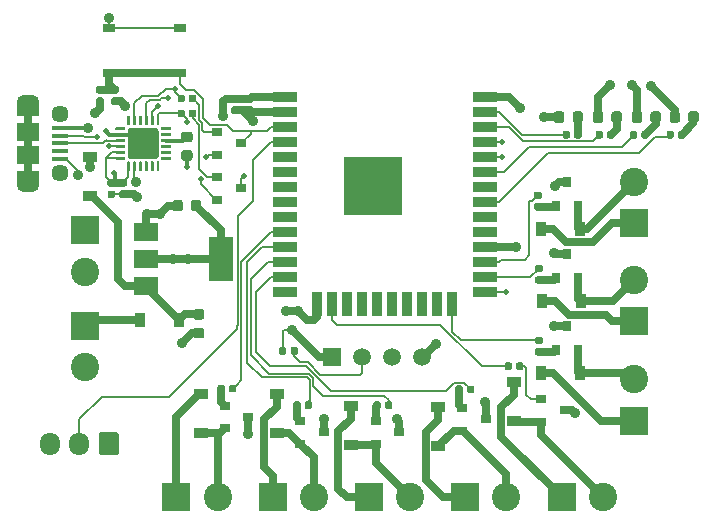
<source format=gbr>
G04 #@! TF.GenerationSoftware,KiCad,Pcbnew,(5.1.4)-1*
G04 #@! TF.CreationDate,2019-10-13T15:27:17+01:00*
G04 #@! TF.ProjectId,light_control,6c696768-745f-4636-9f6e-74726f6c2e6b,rev?*
G04 #@! TF.SameCoordinates,Original*
G04 #@! TF.FileFunction,Copper,L1,Top*
G04 #@! TF.FilePolarity,Positive*
%FSLAX46Y46*%
G04 Gerber Fmt 4.6, Leading zero omitted, Abs format (unit mm)*
G04 Created by KiCad (PCBNEW (5.1.4)-1) date 2019-10-13 15:27:17*
%MOMM*%
%LPD*%
G04 APERTURE LIST*
%ADD10C,0.100000*%
%ADD11C,0.590000*%
%ADD12C,1.500000*%
%ADD13R,1.500000X1.500000*%
%ADD14C,0.875000*%
%ADD15C,2.400000*%
%ADD16R,2.400000X2.400000*%
%ADD17O,1.700000X1.950000*%
%ADD18C,1.700000*%
%ADD19R,0.800000X0.900000*%
%ADD20R,0.900000X0.800000*%
%ADD21R,0.900000X1.200000*%
%ADD22R,1.200000X0.900000*%
%ADD23R,1.900000X1.200000*%
%ADD24O,1.900000X1.200000*%
%ADD25R,1.900000X1.500000*%
%ADD26C,1.450000*%
%ADD27R,1.350000X0.400000*%
%ADD28R,2.000000X0.900000*%
%ADD29R,0.900000X2.000000*%
%ADD30R,5.000000X5.000000*%
%ADD31C,0.250000*%
%ADD32C,2.600000*%
%ADD33R,2.000000X1.500000*%
%ADD34R,2.000000X3.800000*%
%ADD35R,1.000000X0.750000*%
%ADD36C,0.889000*%
%ADD37C,0.508000*%
%ADD38C,0.635000*%
%ADD39C,0.304800*%
%ADD40C,0.152400*%
G04 APERTURE END LIST*
D10*
G36*
X125876958Y-83280710D02*
G01*
X125891276Y-83282834D01*
X125905317Y-83286351D01*
X125918946Y-83291228D01*
X125932031Y-83297417D01*
X125944447Y-83304858D01*
X125956073Y-83313481D01*
X125966798Y-83323202D01*
X125976519Y-83333927D01*
X125985142Y-83345553D01*
X125992583Y-83357969D01*
X125998772Y-83371054D01*
X126003649Y-83384683D01*
X126007166Y-83398724D01*
X126009290Y-83413042D01*
X126010000Y-83427500D01*
X126010000Y-83772500D01*
X126009290Y-83786958D01*
X126007166Y-83801276D01*
X126003649Y-83815317D01*
X125998772Y-83828946D01*
X125992583Y-83842031D01*
X125985142Y-83854447D01*
X125976519Y-83866073D01*
X125966798Y-83876798D01*
X125956073Y-83886519D01*
X125944447Y-83895142D01*
X125932031Y-83902583D01*
X125918946Y-83908772D01*
X125905317Y-83913649D01*
X125891276Y-83917166D01*
X125876958Y-83919290D01*
X125862500Y-83920000D01*
X125567500Y-83920000D01*
X125553042Y-83919290D01*
X125538724Y-83917166D01*
X125524683Y-83913649D01*
X125511054Y-83908772D01*
X125497969Y-83902583D01*
X125485553Y-83895142D01*
X125473927Y-83886519D01*
X125463202Y-83876798D01*
X125453481Y-83866073D01*
X125444858Y-83854447D01*
X125437417Y-83842031D01*
X125431228Y-83828946D01*
X125426351Y-83815317D01*
X125422834Y-83801276D01*
X125420710Y-83786958D01*
X125420000Y-83772500D01*
X125420000Y-83427500D01*
X125420710Y-83413042D01*
X125422834Y-83398724D01*
X125426351Y-83384683D01*
X125431228Y-83371054D01*
X125437417Y-83357969D01*
X125444858Y-83345553D01*
X125453481Y-83333927D01*
X125463202Y-83323202D01*
X125473927Y-83313481D01*
X125485553Y-83304858D01*
X125497969Y-83297417D01*
X125511054Y-83291228D01*
X125524683Y-83286351D01*
X125538724Y-83282834D01*
X125553042Y-83280710D01*
X125567500Y-83280000D01*
X125862500Y-83280000D01*
X125876958Y-83280710D01*
X125876958Y-83280710D01*
G37*
D11*
X125715000Y-83600000D03*
D10*
G36*
X126846958Y-83280710D02*
G01*
X126861276Y-83282834D01*
X126875317Y-83286351D01*
X126888946Y-83291228D01*
X126902031Y-83297417D01*
X126914447Y-83304858D01*
X126926073Y-83313481D01*
X126936798Y-83323202D01*
X126946519Y-83333927D01*
X126955142Y-83345553D01*
X126962583Y-83357969D01*
X126968772Y-83371054D01*
X126973649Y-83384683D01*
X126977166Y-83398724D01*
X126979290Y-83413042D01*
X126980000Y-83427500D01*
X126980000Y-83772500D01*
X126979290Y-83786958D01*
X126977166Y-83801276D01*
X126973649Y-83815317D01*
X126968772Y-83828946D01*
X126962583Y-83842031D01*
X126955142Y-83854447D01*
X126946519Y-83866073D01*
X126936798Y-83876798D01*
X126926073Y-83886519D01*
X126914447Y-83895142D01*
X126902031Y-83902583D01*
X126888946Y-83908772D01*
X126875317Y-83913649D01*
X126861276Y-83917166D01*
X126846958Y-83919290D01*
X126832500Y-83920000D01*
X126537500Y-83920000D01*
X126523042Y-83919290D01*
X126508724Y-83917166D01*
X126494683Y-83913649D01*
X126481054Y-83908772D01*
X126467969Y-83902583D01*
X126455553Y-83895142D01*
X126443927Y-83886519D01*
X126433202Y-83876798D01*
X126423481Y-83866073D01*
X126414858Y-83854447D01*
X126407417Y-83842031D01*
X126401228Y-83828946D01*
X126396351Y-83815317D01*
X126392834Y-83801276D01*
X126390710Y-83786958D01*
X126390000Y-83772500D01*
X126390000Y-83427500D01*
X126390710Y-83413042D01*
X126392834Y-83398724D01*
X126396351Y-83384683D01*
X126401228Y-83371054D01*
X126407417Y-83357969D01*
X126414858Y-83345553D01*
X126423481Y-83333927D01*
X126433202Y-83323202D01*
X126443927Y-83313481D01*
X126455553Y-83304858D01*
X126467969Y-83297417D01*
X126481054Y-83291228D01*
X126494683Y-83286351D01*
X126508724Y-83282834D01*
X126523042Y-83280710D01*
X126537500Y-83280000D01*
X126832500Y-83280000D01*
X126846958Y-83280710D01*
X126846958Y-83280710D01*
G37*
D11*
X126685000Y-83600000D03*
D12*
X137520000Y-84100000D03*
X134980000Y-84100000D03*
X132440000Y-84100000D03*
D13*
X129900000Y-84100000D03*
D10*
G36*
X159646958Y-64980710D02*
G01*
X159661276Y-64982834D01*
X159675317Y-64986351D01*
X159688946Y-64991228D01*
X159702031Y-64997417D01*
X159714447Y-65004858D01*
X159726073Y-65013481D01*
X159736798Y-65023202D01*
X159746519Y-65033927D01*
X159755142Y-65045553D01*
X159762583Y-65057969D01*
X159768772Y-65071054D01*
X159773649Y-65084683D01*
X159777166Y-65098724D01*
X159779290Y-65113042D01*
X159780000Y-65127500D01*
X159780000Y-65472500D01*
X159779290Y-65486958D01*
X159777166Y-65501276D01*
X159773649Y-65515317D01*
X159768772Y-65528946D01*
X159762583Y-65542031D01*
X159755142Y-65554447D01*
X159746519Y-65566073D01*
X159736798Y-65576798D01*
X159726073Y-65586519D01*
X159714447Y-65595142D01*
X159702031Y-65602583D01*
X159688946Y-65608772D01*
X159675317Y-65613649D01*
X159661276Y-65617166D01*
X159646958Y-65619290D01*
X159632500Y-65620000D01*
X159337500Y-65620000D01*
X159323042Y-65619290D01*
X159308724Y-65617166D01*
X159294683Y-65613649D01*
X159281054Y-65608772D01*
X159267969Y-65602583D01*
X159255553Y-65595142D01*
X159243927Y-65586519D01*
X159233202Y-65576798D01*
X159223481Y-65566073D01*
X159214858Y-65554447D01*
X159207417Y-65542031D01*
X159201228Y-65528946D01*
X159196351Y-65515317D01*
X159192834Y-65501276D01*
X159190710Y-65486958D01*
X159190000Y-65472500D01*
X159190000Y-65127500D01*
X159190710Y-65113042D01*
X159192834Y-65098724D01*
X159196351Y-65084683D01*
X159201228Y-65071054D01*
X159207417Y-65057969D01*
X159214858Y-65045553D01*
X159223481Y-65033927D01*
X159233202Y-65023202D01*
X159243927Y-65013481D01*
X159255553Y-65004858D01*
X159267969Y-64997417D01*
X159281054Y-64991228D01*
X159294683Y-64986351D01*
X159308724Y-64982834D01*
X159323042Y-64980710D01*
X159337500Y-64980000D01*
X159632500Y-64980000D01*
X159646958Y-64980710D01*
X159646958Y-64980710D01*
G37*
D11*
X159485000Y-65300000D03*
D10*
G36*
X158676958Y-64980710D02*
G01*
X158691276Y-64982834D01*
X158705317Y-64986351D01*
X158718946Y-64991228D01*
X158732031Y-64997417D01*
X158744447Y-65004858D01*
X158756073Y-65013481D01*
X158766798Y-65023202D01*
X158776519Y-65033927D01*
X158785142Y-65045553D01*
X158792583Y-65057969D01*
X158798772Y-65071054D01*
X158803649Y-65084683D01*
X158807166Y-65098724D01*
X158809290Y-65113042D01*
X158810000Y-65127500D01*
X158810000Y-65472500D01*
X158809290Y-65486958D01*
X158807166Y-65501276D01*
X158803649Y-65515317D01*
X158798772Y-65528946D01*
X158792583Y-65542031D01*
X158785142Y-65554447D01*
X158776519Y-65566073D01*
X158766798Y-65576798D01*
X158756073Y-65586519D01*
X158744447Y-65595142D01*
X158732031Y-65602583D01*
X158718946Y-65608772D01*
X158705317Y-65613649D01*
X158691276Y-65617166D01*
X158676958Y-65619290D01*
X158662500Y-65620000D01*
X158367500Y-65620000D01*
X158353042Y-65619290D01*
X158338724Y-65617166D01*
X158324683Y-65613649D01*
X158311054Y-65608772D01*
X158297969Y-65602583D01*
X158285553Y-65595142D01*
X158273927Y-65586519D01*
X158263202Y-65576798D01*
X158253481Y-65566073D01*
X158244858Y-65554447D01*
X158237417Y-65542031D01*
X158231228Y-65528946D01*
X158226351Y-65515317D01*
X158222834Y-65501276D01*
X158220710Y-65486958D01*
X158220000Y-65472500D01*
X158220000Y-65127500D01*
X158220710Y-65113042D01*
X158222834Y-65098724D01*
X158226351Y-65084683D01*
X158231228Y-65071054D01*
X158237417Y-65057969D01*
X158244858Y-65045553D01*
X158253481Y-65033927D01*
X158263202Y-65023202D01*
X158273927Y-65013481D01*
X158285553Y-65004858D01*
X158297969Y-64997417D01*
X158311054Y-64991228D01*
X158324683Y-64986351D01*
X158338724Y-64982834D01*
X158353042Y-64980710D01*
X158367500Y-64980000D01*
X158662500Y-64980000D01*
X158676958Y-64980710D01*
X158676958Y-64980710D01*
G37*
D11*
X158515000Y-65300000D03*
D10*
G36*
X156546958Y-64980710D02*
G01*
X156561276Y-64982834D01*
X156575317Y-64986351D01*
X156588946Y-64991228D01*
X156602031Y-64997417D01*
X156614447Y-65004858D01*
X156626073Y-65013481D01*
X156636798Y-65023202D01*
X156646519Y-65033927D01*
X156655142Y-65045553D01*
X156662583Y-65057969D01*
X156668772Y-65071054D01*
X156673649Y-65084683D01*
X156677166Y-65098724D01*
X156679290Y-65113042D01*
X156680000Y-65127500D01*
X156680000Y-65472500D01*
X156679290Y-65486958D01*
X156677166Y-65501276D01*
X156673649Y-65515317D01*
X156668772Y-65528946D01*
X156662583Y-65542031D01*
X156655142Y-65554447D01*
X156646519Y-65566073D01*
X156636798Y-65576798D01*
X156626073Y-65586519D01*
X156614447Y-65595142D01*
X156602031Y-65602583D01*
X156588946Y-65608772D01*
X156575317Y-65613649D01*
X156561276Y-65617166D01*
X156546958Y-65619290D01*
X156532500Y-65620000D01*
X156237500Y-65620000D01*
X156223042Y-65619290D01*
X156208724Y-65617166D01*
X156194683Y-65613649D01*
X156181054Y-65608772D01*
X156167969Y-65602583D01*
X156155553Y-65595142D01*
X156143927Y-65586519D01*
X156133202Y-65576798D01*
X156123481Y-65566073D01*
X156114858Y-65554447D01*
X156107417Y-65542031D01*
X156101228Y-65528946D01*
X156096351Y-65515317D01*
X156092834Y-65501276D01*
X156090710Y-65486958D01*
X156090000Y-65472500D01*
X156090000Y-65127500D01*
X156090710Y-65113042D01*
X156092834Y-65098724D01*
X156096351Y-65084683D01*
X156101228Y-65071054D01*
X156107417Y-65057969D01*
X156114858Y-65045553D01*
X156123481Y-65033927D01*
X156133202Y-65023202D01*
X156143927Y-65013481D01*
X156155553Y-65004858D01*
X156167969Y-64997417D01*
X156181054Y-64991228D01*
X156194683Y-64986351D01*
X156208724Y-64982834D01*
X156223042Y-64980710D01*
X156237500Y-64980000D01*
X156532500Y-64980000D01*
X156546958Y-64980710D01*
X156546958Y-64980710D01*
G37*
D11*
X156385000Y-65300000D03*
D10*
G36*
X155576958Y-64980710D02*
G01*
X155591276Y-64982834D01*
X155605317Y-64986351D01*
X155618946Y-64991228D01*
X155632031Y-64997417D01*
X155644447Y-65004858D01*
X155656073Y-65013481D01*
X155666798Y-65023202D01*
X155676519Y-65033927D01*
X155685142Y-65045553D01*
X155692583Y-65057969D01*
X155698772Y-65071054D01*
X155703649Y-65084683D01*
X155707166Y-65098724D01*
X155709290Y-65113042D01*
X155710000Y-65127500D01*
X155710000Y-65472500D01*
X155709290Y-65486958D01*
X155707166Y-65501276D01*
X155703649Y-65515317D01*
X155698772Y-65528946D01*
X155692583Y-65542031D01*
X155685142Y-65554447D01*
X155676519Y-65566073D01*
X155666798Y-65576798D01*
X155656073Y-65586519D01*
X155644447Y-65595142D01*
X155632031Y-65602583D01*
X155618946Y-65608772D01*
X155605317Y-65613649D01*
X155591276Y-65617166D01*
X155576958Y-65619290D01*
X155562500Y-65620000D01*
X155267500Y-65620000D01*
X155253042Y-65619290D01*
X155238724Y-65617166D01*
X155224683Y-65613649D01*
X155211054Y-65608772D01*
X155197969Y-65602583D01*
X155185553Y-65595142D01*
X155173927Y-65586519D01*
X155163202Y-65576798D01*
X155153481Y-65566073D01*
X155144858Y-65554447D01*
X155137417Y-65542031D01*
X155131228Y-65528946D01*
X155126351Y-65515317D01*
X155122834Y-65501276D01*
X155120710Y-65486958D01*
X155120000Y-65472500D01*
X155120000Y-65127500D01*
X155120710Y-65113042D01*
X155122834Y-65098724D01*
X155126351Y-65084683D01*
X155131228Y-65071054D01*
X155137417Y-65057969D01*
X155144858Y-65045553D01*
X155153481Y-65033927D01*
X155163202Y-65023202D01*
X155173927Y-65013481D01*
X155185553Y-65004858D01*
X155197969Y-64997417D01*
X155211054Y-64991228D01*
X155224683Y-64986351D01*
X155238724Y-64982834D01*
X155253042Y-64980710D01*
X155267500Y-64980000D01*
X155562500Y-64980000D01*
X155576958Y-64980710D01*
X155576958Y-64980710D01*
G37*
D11*
X155415000Y-65300000D03*
D10*
G36*
X153646958Y-64980710D02*
G01*
X153661276Y-64982834D01*
X153675317Y-64986351D01*
X153688946Y-64991228D01*
X153702031Y-64997417D01*
X153714447Y-65004858D01*
X153726073Y-65013481D01*
X153736798Y-65023202D01*
X153746519Y-65033927D01*
X153755142Y-65045553D01*
X153762583Y-65057969D01*
X153768772Y-65071054D01*
X153773649Y-65084683D01*
X153777166Y-65098724D01*
X153779290Y-65113042D01*
X153780000Y-65127500D01*
X153780000Y-65472500D01*
X153779290Y-65486958D01*
X153777166Y-65501276D01*
X153773649Y-65515317D01*
X153768772Y-65528946D01*
X153762583Y-65542031D01*
X153755142Y-65554447D01*
X153746519Y-65566073D01*
X153736798Y-65576798D01*
X153726073Y-65586519D01*
X153714447Y-65595142D01*
X153702031Y-65602583D01*
X153688946Y-65608772D01*
X153675317Y-65613649D01*
X153661276Y-65617166D01*
X153646958Y-65619290D01*
X153632500Y-65620000D01*
X153337500Y-65620000D01*
X153323042Y-65619290D01*
X153308724Y-65617166D01*
X153294683Y-65613649D01*
X153281054Y-65608772D01*
X153267969Y-65602583D01*
X153255553Y-65595142D01*
X153243927Y-65586519D01*
X153233202Y-65576798D01*
X153223481Y-65566073D01*
X153214858Y-65554447D01*
X153207417Y-65542031D01*
X153201228Y-65528946D01*
X153196351Y-65515317D01*
X153192834Y-65501276D01*
X153190710Y-65486958D01*
X153190000Y-65472500D01*
X153190000Y-65127500D01*
X153190710Y-65113042D01*
X153192834Y-65098724D01*
X153196351Y-65084683D01*
X153201228Y-65071054D01*
X153207417Y-65057969D01*
X153214858Y-65045553D01*
X153223481Y-65033927D01*
X153233202Y-65023202D01*
X153243927Y-65013481D01*
X153255553Y-65004858D01*
X153267969Y-64997417D01*
X153281054Y-64991228D01*
X153294683Y-64986351D01*
X153308724Y-64982834D01*
X153323042Y-64980710D01*
X153337500Y-64980000D01*
X153632500Y-64980000D01*
X153646958Y-64980710D01*
X153646958Y-64980710D01*
G37*
D11*
X153485000Y-65300000D03*
D10*
G36*
X152676958Y-64980710D02*
G01*
X152691276Y-64982834D01*
X152705317Y-64986351D01*
X152718946Y-64991228D01*
X152732031Y-64997417D01*
X152744447Y-65004858D01*
X152756073Y-65013481D01*
X152766798Y-65023202D01*
X152776519Y-65033927D01*
X152785142Y-65045553D01*
X152792583Y-65057969D01*
X152798772Y-65071054D01*
X152803649Y-65084683D01*
X152807166Y-65098724D01*
X152809290Y-65113042D01*
X152810000Y-65127500D01*
X152810000Y-65472500D01*
X152809290Y-65486958D01*
X152807166Y-65501276D01*
X152803649Y-65515317D01*
X152798772Y-65528946D01*
X152792583Y-65542031D01*
X152785142Y-65554447D01*
X152776519Y-65566073D01*
X152766798Y-65576798D01*
X152756073Y-65586519D01*
X152744447Y-65595142D01*
X152732031Y-65602583D01*
X152718946Y-65608772D01*
X152705317Y-65613649D01*
X152691276Y-65617166D01*
X152676958Y-65619290D01*
X152662500Y-65620000D01*
X152367500Y-65620000D01*
X152353042Y-65619290D01*
X152338724Y-65617166D01*
X152324683Y-65613649D01*
X152311054Y-65608772D01*
X152297969Y-65602583D01*
X152285553Y-65595142D01*
X152273927Y-65586519D01*
X152263202Y-65576798D01*
X152253481Y-65566073D01*
X152244858Y-65554447D01*
X152237417Y-65542031D01*
X152231228Y-65528946D01*
X152226351Y-65515317D01*
X152222834Y-65501276D01*
X152220710Y-65486958D01*
X152220000Y-65472500D01*
X152220000Y-65127500D01*
X152220710Y-65113042D01*
X152222834Y-65098724D01*
X152226351Y-65084683D01*
X152231228Y-65071054D01*
X152237417Y-65057969D01*
X152244858Y-65045553D01*
X152253481Y-65033927D01*
X152263202Y-65023202D01*
X152273927Y-65013481D01*
X152285553Y-65004858D01*
X152297969Y-64997417D01*
X152311054Y-64991228D01*
X152324683Y-64986351D01*
X152338724Y-64982834D01*
X152353042Y-64980710D01*
X152367500Y-64980000D01*
X152662500Y-64980000D01*
X152676958Y-64980710D01*
X152676958Y-64980710D01*
G37*
D11*
X152515000Y-65300000D03*
D10*
G36*
X150846958Y-64980710D02*
G01*
X150861276Y-64982834D01*
X150875317Y-64986351D01*
X150888946Y-64991228D01*
X150902031Y-64997417D01*
X150914447Y-65004858D01*
X150926073Y-65013481D01*
X150936798Y-65023202D01*
X150946519Y-65033927D01*
X150955142Y-65045553D01*
X150962583Y-65057969D01*
X150968772Y-65071054D01*
X150973649Y-65084683D01*
X150977166Y-65098724D01*
X150979290Y-65113042D01*
X150980000Y-65127500D01*
X150980000Y-65472500D01*
X150979290Y-65486958D01*
X150977166Y-65501276D01*
X150973649Y-65515317D01*
X150968772Y-65528946D01*
X150962583Y-65542031D01*
X150955142Y-65554447D01*
X150946519Y-65566073D01*
X150936798Y-65576798D01*
X150926073Y-65586519D01*
X150914447Y-65595142D01*
X150902031Y-65602583D01*
X150888946Y-65608772D01*
X150875317Y-65613649D01*
X150861276Y-65617166D01*
X150846958Y-65619290D01*
X150832500Y-65620000D01*
X150537500Y-65620000D01*
X150523042Y-65619290D01*
X150508724Y-65617166D01*
X150494683Y-65613649D01*
X150481054Y-65608772D01*
X150467969Y-65602583D01*
X150455553Y-65595142D01*
X150443927Y-65586519D01*
X150433202Y-65576798D01*
X150423481Y-65566073D01*
X150414858Y-65554447D01*
X150407417Y-65542031D01*
X150401228Y-65528946D01*
X150396351Y-65515317D01*
X150392834Y-65501276D01*
X150390710Y-65486958D01*
X150390000Y-65472500D01*
X150390000Y-65127500D01*
X150390710Y-65113042D01*
X150392834Y-65098724D01*
X150396351Y-65084683D01*
X150401228Y-65071054D01*
X150407417Y-65057969D01*
X150414858Y-65045553D01*
X150423481Y-65033927D01*
X150433202Y-65023202D01*
X150443927Y-65013481D01*
X150455553Y-65004858D01*
X150467969Y-64997417D01*
X150481054Y-64991228D01*
X150494683Y-64986351D01*
X150508724Y-64982834D01*
X150523042Y-64980710D01*
X150537500Y-64980000D01*
X150832500Y-64980000D01*
X150846958Y-64980710D01*
X150846958Y-64980710D01*
G37*
D11*
X150685000Y-65300000D03*
D10*
G36*
X149876958Y-64980710D02*
G01*
X149891276Y-64982834D01*
X149905317Y-64986351D01*
X149918946Y-64991228D01*
X149932031Y-64997417D01*
X149944447Y-65004858D01*
X149956073Y-65013481D01*
X149966798Y-65023202D01*
X149976519Y-65033927D01*
X149985142Y-65045553D01*
X149992583Y-65057969D01*
X149998772Y-65071054D01*
X150003649Y-65084683D01*
X150007166Y-65098724D01*
X150009290Y-65113042D01*
X150010000Y-65127500D01*
X150010000Y-65472500D01*
X150009290Y-65486958D01*
X150007166Y-65501276D01*
X150003649Y-65515317D01*
X149998772Y-65528946D01*
X149992583Y-65542031D01*
X149985142Y-65554447D01*
X149976519Y-65566073D01*
X149966798Y-65576798D01*
X149956073Y-65586519D01*
X149944447Y-65595142D01*
X149932031Y-65602583D01*
X149918946Y-65608772D01*
X149905317Y-65613649D01*
X149891276Y-65617166D01*
X149876958Y-65619290D01*
X149862500Y-65620000D01*
X149567500Y-65620000D01*
X149553042Y-65619290D01*
X149538724Y-65617166D01*
X149524683Y-65613649D01*
X149511054Y-65608772D01*
X149497969Y-65602583D01*
X149485553Y-65595142D01*
X149473927Y-65586519D01*
X149463202Y-65576798D01*
X149453481Y-65566073D01*
X149444858Y-65554447D01*
X149437417Y-65542031D01*
X149431228Y-65528946D01*
X149426351Y-65515317D01*
X149422834Y-65501276D01*
X149420710Y-65486958D01*
X149420000Y-65472500D01*
X149420000Y-65127500D01*
X149420710Y-65113042D01*
X149422834Y-65098724D01*
X149426351Y-65084683D01*
X149431228Y-65071054D01*
X149437417Y-65057969D01*
X149444858Y-65045553D01*
X149453481Y-65033927D01*
X149463202Y-65023202D01*
X149473927Y-65013481D01*
X149485553Y-65004858D01*
X149497969Y-64997417D01*
X149511054Y-64991228D01*
X149524683Y-64986351D01*
X149538724Y-64982834D01*
X149553042Y-64980710D01*
X149567500Y-64980000D01*
X149862500Y-64980000D01*
X149876958Y-64980710D01*
X149876958Y-64980710D01*
G37*
D11*
X149715000Y-65300000D03*
D10*
G36*
X160727691Y-63326053D02*
G01*
X160748926Y-63329203D01*
X160769750Y-63334419D01*
X160789962Y-63341651D01*
X160809368Y-63350830D01*
X160827781Y-63361866D01*
X160845024Y-63374654D01*
X160860930Y-63389070D01*
X160875346Y-63404976D01*
X160888134Y-63422219D01*
X160899170Y-63440632D01*
X160908349Y-63460038D01*
X160915581Y-63480250D01*
X160920797Y-63501074D01*
X160923947Y-63522309D01*
X160925000Y-63543750D01*
X160925000Y-64056250D01*
X160923947Y-64077691D01*
X160920797Y-64098926D01*
X160915581Y-64119750D01*
X160908349Y-64139962D01*
X160899170Y-64159368D01*
X160888134Y-64177781D01*
X160875346Y-64195024D01*
X160860930Y-64210930D01*
X160845024Y-64225346D01*
X160827781Y-64238134D01*
X160809368Y-64249170D01*
X160789962Y-64258349D01*
X160769750Y-64265581D01*
X160748926Y-64270797D01*
X160727691Y-64273947D01*
X160706250Y-64275000D01*
X160268750Y-64275000D01*
X160247309Y-64273947D01*
X160226074Y-64270797D01*
X160205250Y-64265581D01*
X160185038Y-64258349D01*
X160165632Y-64249170D01*
X160147219Y-64238134D01*
X160129976Y-64225346D01*
X160114070Y-64210930D01*
X160099654Y-64195024D01*
X160086866Y-64177781D01*
X160075830Y-64159368D01*
X160066651Y-64139962D01*
X160059419Y-64119750D01*
X160054203Y-64098926D01*
X160051053Y-64077691D01*
X160050000Y-64056250D01*
X160050000Y-63543750D01*
X160051053Y-63522309D01*
X160054203Y-63501074D01*
X160059419Y-63480250D01*
X160066651Y-63460038D01*
X160075830Y-63440632D01*
X160086866Y-63422219D01*
X160099654Y-63404976D01*
X160114070Y-63389070D01*
X160129976Y-63374654D01*
X160147219Y-63361866D01*
X160165632Y-63350830D01*
X160185038Y-63341651D01*
X160205250Y-63334419D01*
X160226074Y-63329203D01*
X160247309Y-63326053D01*
X160268750Y-63325000D01*
X160706250Y-63325000D01*
X160727691Y-63326053D01*
X160727691Y-63326053D01*
G37*
D14*
X160487500Y-63800000D03*
D10*
G36*
X159152691Y-63326053D02*
G01*
X159173926Y-63329203D01*
X159194750Y-63334419D01*
X159214962Y-63341651D01*
X159234368Y-63350830D01*
X159252781Y-63361866D01*
X159270024Y-63374654D01*
X159285930Y-63389070D01*
X159300346Y-63404976D01*
X159313134Y-63422219D01*
X159324170Y-63440632D01*
X159333349Y-63460038D01*
X159340581Y-63480250D01*
X159345797Y-63501074D01*
X159348947Y-63522309D01*
X159350000Y-63543750D01*
X159350000Y-64056250D01*
X159348947Y-64077691D01*
X159345797Y-64098926D01*
X159340581Y-64119750D01*
X159333349Y-64139962D01*
X159324170Y-64159368D01*
X159313134Y-64177781D01*
X159300346Y-64195024D01*
X159285930Y-64210930D01*
X159270024Y-64225346D01*
X159252781Y-64238134D01*
X159234368Y-64249170D01*
X159214962Y-64258349D01*
X159194750Y-64265581D01*
X159173926Y-64270797D01*
X159152691Y-64273947D01*
X159131250Y-64275000D01*
X158693750Y-64275000D01*
X158672309Y-64273947D01*
X158651074Y-64270797D01*
X158630250Y-64265581D01*
X158610038Y-64258349D01*
X158590632Y-64249170D01*
X158572219Y-64238134D01*
X158554976Y-64225346D01*
X158539070Y-64210930D01*
X158524654Y-64195024D01*
X158511866Y-64177781D01*
X158500830Y-64159368D01*
X158491651Y-64139962D01*
X158484419Y-64119750D01*
X158479203Y-64098926D01*
X158476053Y-64077691D01*
X158475000Y-64056250D01*
X158475000Y-63543750D01*
X158476053Y-63522309D01*
X158479203Y-63501074D01*
X158484419Y-63480250D01*
X158491651Y-63460038D01*
X158500830Y-63440632D01*
X158511866Y-63422219D01*
X158524654Y-63404976D01*
X158539070Y-63389070D01*
X158554976Y-63374654D01*
X158572219Y-63361866D01*
X158590632Y-63350830D01*
X158610038Y-63341651D01*
X158630250Y-63334419D01*
X158651074Y-63329203D01*
X158672309Y-63326053D01*
X158693750Y-63325000D01*
X159131250Y-63325000D01*
X159152691Y-63326053D01*
X159152691Y-63326053D01*
G37*
D14*
X158912500Y-63800000D03*
D10*
G36*
X157527691Y-63326053D02*
G01*
X157548926Y-63329203D01*
X157569750Y-63334419D01*
X157589962Y-63341651D01*
X157609368Y-63350830D01*
X157627781Y-63361866D01*
X157645024Y-63374654D01*
X157660930Y-63389070D01*
X157675346Y-63404976D01*
X157688134Y-63422219D01*
X157699170Y-63440632D01*
X157708349Y-63460038D01*
X157715581Y-63480250D01*
X157720797Y-63501074D01*
X157723947Y-63522309D01*
X157725000Y-63543750D01*
X157725000Y-64056250D01*
X157723947Y-64077691D01*
X157720797Y-64098926D01*
X157715581Y-64119750D01*
X157708349Y-64139962D01*
X157699170Y-64159368D01*
X157688134Y-64177781D01*
X157675346Y-64195024D01*
X157660930Y-64210930D01*
X157645024Y-64225346D01*
X157627781Y-64238134D01*
X157609368Y-64249170D01*
X157589962Y-64258349D01*
X157569750Y-64265581D01*
X157548926Y-64270797D01*
X157527691Y-64273947D01*
X157506250Y-64275000D01*
X157068750Y-64275000D01*
X157047309Y-64273947D01*
X157026074Y-64270797D01*
X157005250Y-64265581D01*
X156985038Y-64258349D01*
X156965632Y-64249170D01*
X156947219Y-64238134D01*
X156929976Y-64225346D01*
X156914070Y-64210930D01*
X156899654Y-64195024D01*
X156886866Y-64177781D01*
X156875830Y-64159368D01*
X156866651Y-64139962D01*
X156859419Y-64119750D01*
X156854203Y-64098926D01*
X156851053Y-64077691D01*
X156850000Y-64056250D01*
X156850000Y-63543750D01*
X156851053Y-63522309D01*
X156854203Y-63501074D01*
X156859419Y-63480250D01*
X156866651Y-63460038D01*
X156875830Y-63440632D01*
X156886866Y-63422219D01*
X156899654Y-63404976D01*
X156914070Y-63389070D01*
X156929976Y-63374654D01*
X156947219Y-63361866D01*
X156965632Y-63350830D01*
X156985038Y-63341651D01*
X157005250Y-63334419D01*
X157026074Y-63329203D01*
X157047309Y-63326053D01*
X157068750Y-63325000D01*
X157506250Y-63325000D01*
X157527691Y-63326053D01*
X157527691Y-63326053D01*
G37*
D14*
X157287500Y-63800000D03*
D10*
G36*
X155952691Y-63326053D02*
G01*
X155973926Y-63329203D01*
X155994750Y-63334419D01*
X156014962Y-63341651D01*
X156034368Y-63350830D01*
X156052781Y-63361866D01*
X156070024Y-63374654D01*
X156085930Y-63389070D01*
X156100346Y-63404976D01*
X156113134Y-63422219D01*
X156124170Y-63440632D01*
X156133349Y-63460038D01*
X156140581Y-63480250D01*
X156145797Y-63501074D01*
X156148947Y-63522309D01*
X156150000Y-63543750D01*
X156150000Y-64056250D01*
X156148947Y-64077691D01*
X156145797Y-64098926D01*
X156140581Y-64119750D01*
X156133349Y-64139962D01*
X156124170Y-64159368D01*
X156113134Y-64177781D01*
X156100346Y-64195024D01*
X156085930Y-64210930D01*
X156070024Y-64225346D01*
X156052781Y-64238134D01*
X156034368Y-64249170D01*
X156014962Y-64258349D01*
X155994750Y-64265581D01*
X155973926Y-64270797D01*
X155952691Y-64273947D01*
X155931250Y-64275000D01*
X155493750Y-64275000D01*
X155472309Y-64273947D01*
X155451074Y-64270797D01*
X155430250Y-64265581D01*
X155410038Y-64258349D01*
X155390632Y-64249170D01*
X155372219Y-64238134D01*
X155354976Y-64225346D01*
X155339070Y-64210930D01*
X155324654Y-64195024D01*
X155311866Y-64177781D01*
X155300830Y-64159368D01*
X155291651Y-64139962D01*
X155284419Y-64119750D01*
X155279203Y-64098926D01*
X155276053Y-64077691D01*
X155275000Y-64056250D01*
X155275000Y-63543750D01*
X155276053Y-63522309D01*
X155279203Y-63501074D01*
X155284419Y-63480250D01*
X155291651Y-63460038D01*
X155300830Y-63440632D01*
X155311866Y-63422219D01*
X155324654Y-63404976D01*
X155339070Y-63389070D01*
X155354976Y-63374654D01*
X155372219Y-63361866D01*
X155390632Y-63350830D01*
X155410038Y-63341651D01*
X155430250Y-63334419D01*
X155451074Y-63329203D01*
X155472309Y-63326053D01*
X155493750Y-63325000D01*
X155931250Y-63325000D01*
X155952691Y-63326053D01*
X155952691Y-63326053D01*
G37*
D14*
X155712500Y-63800000D03*
D10*
G36*
X154227691Y-63326053D02*
G01*
X154248926Y-63329203D01*
X154269750Y-63334419D01*
X154289962Y-63341651D01*
X154309368Y-63350830D01*
X154327781Y-63361866D01*
X154345024Y-63374654D01*
X154360930Y-63389070D01*
X154375346Y-63404976D01*
X154388134Y-63422219D01*
X154399170Y-63440632D01*
X154408349Y-63460038D01*
X154415581Y-63480250D01*
X154420797Y-63501074D01*
X154423947Y-63522309D01*
X154425000Y-63543750D01*
X154425000Y-64056250D01*
X154423947Y-64077691D01*
X154420797Y-64098926D01*
X154415581Y-64119750D01*
X154408349Y-64139962D01*
X154399170Y-64159368D01*
X154388134Y-64177781D01*
X154375346Y-64195024D01*
X154360930Y-64210930D01*
X154345024Y-64225346D01*
X154327781Y-64238134D01*
X154309368Y-64249170D01*
X154289962Y-64258349D01*
X154269750Y-64265581D01*
X154248926Y-64270797D01*
X154227691Y-64273947D01*
X154206250Y-64275000D01*
X153768750Y-64275000D01*
X153747309Y-64273947D01*
X153726074Y-64270797D01*
X153705250Y-64265581D01*
X153685038Y-64258349D01*
X153665632Y-64249170D01*
X153647219Y-64238134D01*
X153629976Y-64225346D01*
X153614070Y-64210930D01*
X153599654Y-64195024D01*
X153586866Y-64177781D01*
X153575830Y-64159368D01*
X153566651Y-64139962D01*
X153559419Y-64119750D01*
X153554203Y-64098926D01*
X153551053Y-64077691D01*
X153550000Y-64056250D01*
X153550000Y-63543750D01*
X153551053Y-63522309D01*
X153554203Y-63501074D01*
X153559419Y-63480250D01*
X153566651Y-63460038D01*
X153575830Y-63440632D01*
X153586866Y-63422219D01*
X153599654Y-63404976D01*
X153614070Y-63389070D01*
X153629976Y-63374654D01*
X153647219Y-63361866D01*
X153665632Y-63350830D01*
X153685038Y-63341651D01*
X153705250Y-63334419D01*
X153726074Y-63329203D01*
X153747309Y-63326053D01*
X153768750Y-63325000D01*
X154206250Y-63325000D01*
X154227691Y-63326053D01*
X154227691Y-63326053D01*
G37*
D14*
X153987500Y-63800000D03*
D10*
G36*
X152652691Y-63326053D02*
G01*
X152673926Y-63329203D01*
X152694750Y-63334419D01*
X152714962Y-63341651D01*
X152734368Y-63350830D01*
X152752781Y-63361866D01*
X152770024Y-63374654D01*
X152785930Y-63389070D01*
X152800346Y-63404976D01*
X152813134Y-63422219D01*
X152824170Y-63440632D01*
X152833349Y-63460038D01*
X152840581Y-63480250D01*
X152845797Y-63501074D01*
X152848947Y-63522309D01*
X152850000Y-63543750D01*
X152850000Y-64056250D01*
X152848947Y-64077691D01*
X152845797Y-64098926D01*
X152840581Y-64119750D01*
X152833349Y-64139962D01*
X152824170Y-64159368D01*
X152813134Y-64177781D01*
X152800346Y-64195024D01*
X152785930Y-64210930D01*
X152770024Y-64225346D01*
X152752781Y-64238134D01*
X152734368Y-64249170D01*
X152714962Y-64258349D01*
X152694750Y-64265581D01*
X152673926Y-64270797D01*
X152652691Y-64273947D01*
X152631250Y-64275000D01*
X152193750Y-64275000D01*
X152172309Y-64273947D01*
X152151074Y-64270797D01*
X152130250Y-64265581D01*
X152110038Y-64258349D01*
X152090632Y-64249170D01*
X152072219Y-64238134D01*
X152054976Y-64225346D01*
X152039070Y-64210930D01*
X152024654Y-64195024D01*
X152011866Y-64177781D01*
X152000830Y-64159368D01*
X151991651Y-64139962D01*
X151984419Y-64119750D01*
X151979203Y-64098926D01*
X151976053Y-64077691D01*
X151975000Y-64056250D01*
X151975000Y-63543750D01*
X151976053Y-63522309D01*
X151979203Y-63501074D01*
X151984419Y-63480250D01*
X151991651Y-63460038D01*
X152000830Y-63440632D01*
X152011866Y-63422219D01*
X152024654Y-63404976D01*
X152039070Y-63389070D01*
X152054976Y-63374654D01*
X152072219Y-63361866D01*
X152090632Y-63350830D01*
X152110038Y-63341651D01*
X152130250Y-63334419D01*
X152151074Y-63329203D01*
X152172309Y-63326053D01*
X152193750Y-63325000D01*
X152631250Y-63325000D01*
X152652691Y-63326053D01*
X152652691Y-63326053D01*
G37*
D14*
X152412500Y-63800000D03*
D10*
G36*
X150927691Y-63326053D02*
G01*
X150948926Y-63329203D01*
X150969750Y-63334419D01*
X150989962Y-63341651D01*
X151009368Y-63350830D01*
X151027781Y-63361866D01*
X151045024Y-63374654D01*
X151060930Y-63389070D01*
X151075346Y-63404976D01*
X151088134Y-63422219D01*
X151099170Y-63440632D01*
X151108349Y-63460038D01*
X151115581Y-63480250D01*
X151120797Y-63501074D01*
X151123947Y-63522309D01*
X151125000Y-63543750D01*
X151125000Y-64056250D01*
X151123947Y-64077691D01*
X151120797Y-64098926D01*
X151115581Y-64119750D01*
X151108349Y-64139962D01*
X151099170Y-64159368D01*
X151088134Y-64177781D01*
X151075346Y-64195024D01*
X151060930Y-64210930D01*
X151045024Y-64225346D01*
X151027781Y-64238134D01*
X151009368Y-64249170D01*
X150989962Y-64258349D01*
X150969750Y-64265581D01*
X150948926Y-64270797D01*
X150927691Y-64273947D01*
X150906250Y-64275000D01*
X150468750Y-64275000D01*
X150447309Y-64273947D01*
X150426074Y-64270797D01*
X150405250Y-64265581D01*
X150385038Y-64258349D01*
X150365632Y-64249170D01*
X150347219Y-64238134D01*
X150329976Y-64225346D01*
X150314070Y-64210930D01*
X150299654Y-64195024D01*
X150286866Y-64177781D01*
X150275830Y-64159368D01*
X150266651Y-64139962D01*
X150259419Y-64119750D01*
X150254203Y-64098926D01*
X150251053Y-64077691D01*
X150250000Y-64056250D01*
X150250000Y-63543750D01*
X150251053Y-63522309D01*
X150254203Y-63501074D01*
X150259419Y-63480250D01*
X150266651Y-63460038D01*
X150275830Y-63440632D01*
X150286866Y-63422219D01*
X150299654Y-63404976D01*
X150314070Y-63389070D01*
X150329976Y-63374654D01*
X150347219Y-63361866D01*
X150365632Y-63350830D01*
X150385038Y-63341651D01*
X150405250Y-63334419D01*
X150426074Y-63329203D01*
X150447309Y-63326053D01*
X150468750Y-63325000D01*
X150906250Y-63325000D01*
X150927691Y-63326053D01*
X150927691Y-63326053D01*
G37*
D14*
X150687500Y-63800000D03*
D10*
G36*
X149352691Y-63326053D02*
G01*
X149373926Y-63329203D01*
X149394750Y-63334419D01*
X149414962Y-63341651D01*
X149434368Y-63350830D01*
X149452781Y-63361866D01*
X149470024Y-63374654D01*
X149485930Y-63389070D01*
X149500346Y-63404976D01*
X149513134Y-63422219D01*
X149524170Y-63440632D01*
X149533349Y-63460038D01*
X149540581Y-63480250D01*
X149545797Y-63501074D01*
X149548947Y-63522309D01*
X149550000Y-63543750D01*
X149550000Y-64056250D01*
X149548947Y-64077691D01*
X149545797Y-64098926D01*
X149540581Y-64119750D01*
X149533349Y-64139962D01*
X149524170Y-64159368D01*
X149513134Y-64177781D01*
X149500346Y-64195024D01*
X149485930Y-64210930D01*
X149470024Y-64225346D01*
X149452781Y-64238134D01*
X149434368Y-64249170D01*
X149414962Y-64258349D01*
X149394750Y-64265581D01*
X149373926Y-64270797D01*
X149352691Y-64273947D01*
X149331250Y-64275000D01*
X148893750Y-64275000D01*
X148872309Y-64273947D01*
X148851074Y-64270797D01*
X148830250Y-64265581D01*
X148810038Y-64258349D01*
X148790632Y-64249170D01*
X148772219Y-64238134D01*
X148754976Y-64225346D01*
X148739070Y-64210930D01*
X148724654Y-64195024D01*
X148711866Y-64177781D01*
X148700830Y-64159368D01*
X148691651Y-64139962D01*
X148684419Y-64119750D01*
X148679203Y-64098926D01*
X148676053Y-64077691D01*
X148675000Y-64056250D01*
X148675000Y-63543750D01*
X148676053Y-63522309D01*
X148679203Y-63501074D01*
X148684419Y-63480250D01*
X148691651Y-63460038D01*
X148700830Y-63440632D01*
X148711866Y-63422219D01*
X148724654Y-63404976D01*
X148739070Y-63389070D01*
X148754976Y-63374654D01*
X148772219Y-63361866D01*
X148790632Y-63350830D01*
X148810038Y-63341651D01*
X148830250Y-63334419D01*
X148851074Y-63329203D01*
X148872309Y-63326053D01*
X148893750Y-63325000D01*
X149331250Y-63325000D01*
X149352691Y-63326053D01*
X149352691Y-63326053D01*
G37*
D14*
X149112500Y-63800000D03*
D15*
X144650000Y-96000000D03*
D16*
X141150000Y-96000000D03*
D17*
X106000000Y-91450000D03*
X108500000Y-91450000D03*
D10*
G36*
X111624504Y-90476204D02*
G01*
X111648773Y-90479804D01*
X111672571Y-90485765D01*
X111695671Y-90494030D01*
X111717849Y-90504520D01*
X111738893Y-90517133D01*
X111758598Y-90531747D01*
X111776777Y-90548223D01*
X111793253Y-90566402D01*
X111807867Y-90586107D01*
X111820480Y-90607151D01*
X111830970Y-90629329D01*
X111839235Y-90652429D01*
X111845196Y-90676227D01*
X111848796Y-90700496D01*
X111850000Y-90725000D01*
X111850000Y-92175000D01*
X111848796Y-92199504D01*
X111845196Y-92223773D01*
X111839235Y-92247571D01*
X111830970Y-92270671D01*
X111820480Y-92292849D01*
X111807867Y-92313893D01*
X111793253Y-92333598D01*
X111776777Y-92351777D01*
X111758598Y-92368253D01*
X111738893Y-92382867D01*
X111717849Y-92395480D01*
X111695671Y-92405970D01*
X111672571Y-92414235D01*
X111648773Y-92420196D01*
X111624504Y-92423796D01*
X111600000Y-92425000D01*
X110400000Y-92425000D01*
X110375496Y-92423796D01*
X110351227Y-92420196D01*
X110327429Y-92414235D01*
X110304329Y-92405970D01*
X110282151Y-92395480D01*
X110261107Y-92382867D01*
X110241402Y-92368253D01*
X110223223Y-92351777D01*
X110206747Y-92333598D01*
X110192133Y-92313893D01*
X110179520Y-92292849D01*
X110169030Y-92270671D01*
X110160765Y-92247571D01*
X110154804Y-92223773D01*
X110151204Y-92199504D01*
X110150000Y-92175000D01*
X110150000Y-90725000D01*
X110151204Y-90700496D01*
X110154804Y-90676227D01*
X110160765Y-90652429D01*
X110169030Y-90629329D01*
X110179520Y-90607151D01*
X110192133Y-90586107D01*
X110206747Y-90566402D01*
X110223223Y-90548223D01*
X110241402Y-90531747D01*
X110261107Y-90517133D01*
X110282151Y-90504520D01*
X110304329Y-90494030D01*
X110327429Y-90485765D01*
X110351227Y-90479804D01*
X110375496Y-90476204D01*
X110400000Y-90475000D01*
X111600000Y-90475000D01*
X111624504Y-90476204D01*
X111624504Y-90476204D01*
G37*
D18*
X111000000Y-91450000D03*
D15*
X109000000Y-85000000D03*
D16*
X109000000Y-81500000D03*
D10*
G36*
X121646958Y-86480710D02*
G01*
X121661276Y-86482834D01*
X121675317Y-86486351D01*
X121688946Y-86491228D01*
X121702031Y-86497417D01*
X121714447Y-86504858D01*
X121726073Y-86513481D01*
X121736798Y-86523202D01*
X121746519Y-86533927D01*
X121755142Y-86545553D01*
X121762583Y-86557969D01*
X121768772Y-86571054D01*
X121773649Y-86584683D01*
X121777166Y-86598724D01*
X121779290Y-86613042D01*
X121780000Y-86627500D01*
X121780000Y-86972500D01*
X121779290Y-86986958D01*
X121777166Y-87001276D01*
X121773649Y-87015317D01*
X121768772Y-87028946D01*
X121762583Y-87042031D01*
X121755142Y-87054447D01*
X121746519Y-87066073D01*
X121736798Y-87076798D01*
X121726073Y-87086519D01*
X121714447Y-87095142D01*
X121702031Y-87102583D01*
X121688946Y-87108772D01*
X121675317Y-87113649D01*
X121661276Y-87117166D01*
X121646958Y-87119290D01*
X121632500Y-87120000D01*
X121337500Y-87120000D01*
X121323042Y-87119290D01*
X121308724Y-87117166D01*
X121294683Y-87113649D01*
X121281054Y-87108772D01*
X121267969Y-87102583D01*
X121255553Y-87095142D01*
X121243927Y-87086519D01*
X121233202Y-87076798D01*
X121223481Y-87066073D01*
X121214858Y-87054447D01*
X121207417Y-87042031D01*
X121201228Y-87028946D01*
X121196351Y-87015317D01*
X121192834Y-87001276D01*
X121190710Y-86986958D01*
X121190000Y-86972500D01*
X121190000Y-86627500D01*
X121190710Y-86613042D01*
X121192834Y-86598724D01*
X121196351Y-86584683D01*
X121201228Y-86571054D01*
X121207417Y-86557969D01*
X121214858Y-86545553D01*
X121223481Y-86533927D01*
X121233202Y-86523202D01*
X121243927Y-86513481D01*
X121255553Y-86504858D01*
X121267969Y-86497417D01*
X121281054Y-86491228D01*
X121294683Y-86486351D01*
X121308724Y-86482834D01*
X121323042Y-86480710D01*
X121337500Y-86480000D01*
X121632500Y-86480000D01*
X121646958Y-86480710D01*
X121646958Y-86480710D01*
G37*
D11*
X121485000Y-86800000D03*
D10*
G36*
X120676958Y-86480710D02*
G01*
X120691276Y-86482834D01*
X120705317Y-86486351D01*
X120718946Y-86491228D01*
X120732031Y-86497417D01*
X120744447Y-86504858D01*
X120756073Y-86513481D01*
X120766798Y-86523202D01*
X120776519Y-86533927D01*
X120785142Y-86545553D01*
X120792583Y-86557969D01*
X120798772Y-86571054D01*
X120803649Y-86584683D01*
X120807166Y-86598724D01*
X120809290Y-86613042D01*
X120810000Y-86627500D01*
X120810000Y-86972500D01*
X120809290Y-86986958D01*
X120807166Y-87001276D01*
X120803649Y-87015317D01*
X120798772Y-87028946D01*
X120792583Y-87042031D01*
X120785142Y-87054447D01*
X120776519Y-87066073D01*
X120766798Y-87076798D01*
X120756073Y-87086519D01*
X120744447Y-87095142D01*
X120732031Y-87102583D01*
X120718946Y-87108772D01*
X120705317Y-87113649D01*
X120691276Y-87117166D01*
X120676958Y-87119290D01*
X120662500Y-87120000D01*
X120367500Y-87120000D01*
X120353042Y-87119290D01*
X120338724Y-87117166D01*
X120324683Y-87113649D01*
X120311054Y-87108772D01*
X120297969Y-87102583D01*
X120285553Y-87095142D01*
X120273927Y-87086519D01*
X120263202Y-87076798D01*
X120253481Y-87066073D01*
X120244858Y-87054447D01*
X120237417Y-87042031D01*
X120231228Y-87028946D01*
X120226351Y-87015317D01*
X120222834Y-87001276D01*
X120220710Y-86986958D01*
X120220000Y-86972500D01*
X120220000Y-86627500D01*
X120220710Y-86613042D01*
X120222834Y-86598724D01*
X120226351Y-86584683D01*
X120231228Y-86571054D01*
X120237417Y-86557969D01*
X120244858Y-86545553D01*
X120253481Y-86533927D01*
X120263202Y-86523202D01*
X120273927Y-86513481D01*
X120285553Y-86504858D01*
X120297969Y-86497417D01*
X120311054Y-86491228D01*
X120324683Y-86486351D01*
X120338724Y-86482834D01*
X120353042Y-86480710D01*
X120367500Y-86480000D01*
X120662500Y-86480000D01*
X120676958Y-86480710D01*
X120676958Y-86480710D01*
G37*
D11*
X120515000Y-86800000D03*
D15*
X155448000Y-69300000D03*
D16*
X155448000Y-72800000D03*
D15*
X155448000Y-86000000D03*
D16*
X155448000Y-89500000D03*
D15*
X128350000Y-96000000D03*
D16*
X124850000Y-96000000D03*
D15*
X155448000Y-77600000D03*
D16*
X155448000Y-81100000D03*
D15*
X152850000Y-96000000D03*
D16*
X149350000Y-96000000D03*
D15*
X136478000Y-96000000D03*
D16*
X132978000Y-96000000D03*
D19*
X149800000Y-69300000D03*
X150750000Y-71300000D03*
X148850000Y-71300000D03*
X149800000Y-81500000D03*
X150750000Y-83500000D03*
X148850000Y-83500000D03*
D20*
X142900000Y-89392000D03*
X140900000Y-90342000D03*
X140900000Y-88442000D03*
X129200000Y-90500000D03*
X127200000Y-91450000D03*
X127200000Y-89550000D03*
D19*
X149800000Y-75400000D03*
X150750000Y-77400000D03*
X148850000Y-77400000D03*
D20*
X149590000Y-88646000D03*
X147590000Y-89596000D03*
X147590000Y-87696000D03*
X135600000Y-90500000D03*
X133600000Y-91450000D03*
X133600000Y-89550000D03*
X122800000Y-89200000D03*
X120800000Y-90150000D03*
X120800000Y-88250000D03*
D21*
X150850000Y-73300000D03*
X147550000Y-73300000D03*
X150850000Y-85500000D03*
X147550000Y-85500000D03*
D22*
X138900000Y-91650000D03*
X138900000Y-88350000D03*
X125200000Y-90534000D03*
X125200000Y-87234000D03*
D21*
X150950000Y-79400000D03*
X147650000Y-79400000D03*
D22*
X145288000Y-89534000D03*
X145288000Y-86234000D03*
X131500000Y-91550000D03*
X131500000Y-88250000D03*
X118800000Y-90534000D03*
X118800000Y-87234000D03*
X109400000Y-67150000D03*
X109400000Y-70450000D03*
D21*
X113650000Y-81000000D03*
X116950000Y-81000000D03*
D15*
X120200000Y-96000000D03*
D16*
X116700000Y-96000000D03*
D15*
X109000000Y-76900000D03*
D16*
X109000000Y-73400000D03*
D10*
G36*
X147506958Y-70120710D02*
G01*
X147521276Y-70122834D01*
X147535317Y-70126351D01*
X147548946Y-70131228D01*
X147562031Y-70137417D01*
X147574447Y-70144858D01*
X147586073Y-70153481D01*
X147596798Y-70163202D01*
X147606519Y-70173927D01*
X147615142Y-70185553D01*
X147622583Y-70197969D01*
X147628772Y-70211054D01*
X147633649Y-70224683D01*
X147637166Y-70238724D01*
X147639290Y-70253042D01*
X147640000Y-70267500D01*
X147640000Y-70562500D01*
X147639290Y-70576958D01*
X147637166Y-70591276D01*
X147633649Y-70605317D01*
X147628772Y-70618946D01*
X147622583Y-70632031D01*
X147615142Y-70644447D01*
X147606519Y-70656073D01*
X147596798Y-70666798D01*
X147586073Y-70676519D01*
X147574447Y-70685142D01*
X147562031Y-70692583D01*
X147548946Y-70698772D01*
X147535317Y-70703649D01*
X147521276Y-70707166D01*
X147506958Y-70709290D01*
X147492500Y-70710000D01*
X147147500Y-70710000D01*
X147133042Y-70709290D01*
X147118724Y-70707166D01*
X147104683Y-70703649D01*
X147091054Y-70698772D01*
X147077969Y-70692583D01*
X147065553Y-70685142D01*
X147053927Y-70676519D01*
X147043202Y-70666798D01*
X147033481Y-70656073D01*
X147024858Y-70644447D01*
X147017417Y-70632031D01*
X147011228Y-70618946D01*
X147006351Y-70605317D01*
X147002834Y-70591276D01*
X147000710Y-70576958D01*
X147000000Y-70562500D01*
X147000000Y-70267500D01*
X147000710Y-70253042D01*
X147002834Y-70238724D01*
X147006351Y-70224683D01*
X147011228Y-70211054D01*
X147017417Y-70197969D01*
X147024858Y-70185553D01*
X147033481Y-70173927D01*
X147043202Y-70163202D01*
X147053927Y-70153481D01*
X147065553Y-70144858D01*
X147077969Y-70137417D01*
X147091054Y-70131228D01*
X147104683Y-70126351D01*
X147118724Y-70122834D01*
X147133042Y-70120710D01*
X147147500Y-70120000D01*
X147492500Y-70120000D01*
X147506958Y-70120710D01*
X147506958Y-70120710D01*
G37*
D11*
X147320000Y-70415000D03*
D10*
G36*
X147506958Y-71090710D02*
G01*
X147521276Y-71092834D01*
X147535317Y-71096351D01*
X147548946Y-71101228D01*
X147562031Y-71107417D01*
X147574447Y-71114858D01*
X147586073Y-71123481D01*
X147596798Y-71133202D01*
X147606519Y-71143927D01*
X147615142Y-71155553D01*
X147622583Y-71167969D01*
X147628772Y-71181054D01*
X147633649Y-71194683D01*
X147637166Y-71208724D01*
X147639290Y-71223042D01*
X147640000Y-71237500D01*
X147640000Y-71532500D01*
X147639290Y-71546958D01*
X147637166Y-71561276D01*
X147633649Y-71575317D01*
X147628772Y-71588946D01*
X147622583Y-71602031D01*
X147615142Y-71614447D01*
X147606519Y-71626073D01*
X147596798Y-71636798D01*
X147586073Y-71646519D01*
X147574447Y-71655142D01*
X147562031Y-71662583D01*
X147548946Y-71668772D01*
X147535317Y-71673649D01*
X147521276Y-71677166D01*
X147506958Y-71679290D01*
X147492500Y-71680000D01*
X147147500Y-71680000D01*
X147133042Y-71679290D01*
X147118724Y-71677166D01*
X147104683Y-71673649D01*
X147091054Y-71668772D01*
X147077969Y-71662583D01*
X147065553Y-71655142D01*
X147053927Y-71646519D01*
X147043202Y-71636798D01*
X147033481Y-71626073D01*
X147024858Y-71614447D01*
X147017417Y-71602031D01*
X147011228Y-71588946D01*
X147006351Y-71575317D01*
X147002834Y-71561276D01*
X147000710Y-71546958D01*
X147000000Y-71532500D01*
X147000000Y-71237500D01*
X147000710Y-71223042D01*
X147002834Y-71208724D01*
X147006351Y-71194683D01*
X147011228Y-71181054D01*
X147017417Y-71167969D01*
X147024858Y-71155553D01*
X147033481Y-71143927D01*
X147043202Y-71133202D01*
X147053927Y-71123481D01*
X147065553Y-71114858D01*
X147077969Y-71107417D01*
X147091054Y-71101228D01*
X147104683Y-71096351D01*
X147118724Y-71092834D01*
X147133042Y-71090710D01*
X147147500Y-71090000D01*
X147492500Y-71090000D01*
X147506958Y-71090710D01*
X147506958Y-71090710D01*
G37*
D11*
X147320000Y-71385000D03*
D10*
G36*
X147586958Y-82420710D02*
G01*
X147601276Y-82422834D01*
X147615317Y-82426351D01*
X147628946Y-82431228D01*
X147642031Y-82437417D01*
X147654447Y-82444858D01*
X147666073Y-82453481D01*
X147676798Y-82463202D01*
X147686519Y-82473927D01*
X147695142Y-82485553D01*
X147702583Y-82497969D01*
X147708772Y-82511054D01*
X147713649Y-82524683D01*
X147717166Y-82538724D01*
X147719290Y-82553042D01*
X147720000Y-82567500D01*
X147720000Y-82862500D01*
X147719290Y-82876958D01*
X147717166Y-82891276D01*
X147713649Y-82905317D01*
X147708772Y-82918946D01*
X147702583Y-82932031D01*
X147695142Y-82944447D01*
X147686519Y-82956073D01*
X147676798Y-82966798D01*
X147666073Y-82976519D01*
X147654447Y-82985142D01*
X147642031Y-82992583D01*
X147628946Y-82998772D01*
X147615317Y-83003649D01*
X147601276Y-83007166D01*
X147586958Y-83009290D01*
X147572500Y-83010000D01*
X147227500Y-83010000D01*
X147213042Y-83009290D01*
X147198724Y-83007166D01*
X147184683Y-83003649D01*
X147171054Y-82998772D01*
X147157969Y-82992583D01*
X147145553Y-82985142D01*
X147133927Y-82976519D01*
X147123202Y-82966798D01*
X147113481Y-82956073D01*
X147104858Y-82944447D01*
X147097417Y-82932031D01*
X147091228Y-82918946D01*
X147086351Y-82905317D01*
X147082834Y-82891276D01*
X147080710Y-82876958D01*
X147080000Y-82862500D01*
X147080000Y-82567500D01*
X147080710Y-82553042D01*
X147082834Y-82538724D01*
X147086351Y-82524683D01*
X147091228Y-82511054D01*
X147097417Y-82497969D01*
X147104858Y-82485553D01*
X147113481Y-82473927D01*
X147123202Y-82463202D01*
X147133927Y-82453481D01*
X147145553Y-82444858D01*
X147157969Y-82437417D01*
X147171054Y-82431228D01*
X147184683Y-82426351D01*
X147198724Y-82422834D01*
X147213042Y-82420710D01*
X147227500Y-82420000D01*
X147572500Y-82420000D01*
X147586958Y-82420710D01*
X147586958Y-82420710D01*
G37*
D11*
X147400000Y-82715000D03*
D10*
G36*
X147586958Y-83390710D02*
G01*
X147601276Y-83392834D01*
X147615317Y-83396351D01*
X147628946Y-83401228D01*
X147642031Y-83407417D01*
X147654447Y-83414858D01*
X147666073Y-83423481D01*
X147676798Y-83433202D01*
X147686519Y-83443927D01*
X147695142Y-83455553D01*
X147702583Y-83467969D01*
X147708772Y-83481054D01*
X147713649Y-83494683D01*
X147717166Y-83508724D01*
X147719290Y-83523042D01*
X147720000Y-83537500D01*
X147720000Y-83832500D01*
X147719290Y-83846958D01*
X147717166Y-83861276D01*
X147713649Y-83875317D01*
X147708772Y-83888946D01*
X147702583Y-83902031D01*
X147695142Y-83914447D01*
X147686519Y-83926073D01*
X147676798Y-83936798D01*
X147666073Y-83946519D01*
X147654447Y-83955142D01*
X147642031Y-83962583D01*
X147628946Y-83968772D01*
X147615317Y-83973649D01*
X147601276Y-83977166D01*
X147586958Y-83979290D01*
X147572500Y-83980000D01*
X147227500Y-83980000D01*
X147213042Y-83979290D01*
X147198724Y-83977166D01*
X147184683Y-83973649D01*
X147171054Y-83968772D01*
X147157969Y-83962583D01*
X147145553Y-83955142D01*
X147133927Y-83946519D01*
X147123202Y-83936798D01*
X147113481Y-83926073D01*
X147104858Y-83914447D01*
X147097417Y-83902031D01*
X147091228Y-83888946D01*
X147086351Y-83875317D01*
X147082834Y-83861276D01*
X147080710Y-83846958D01*
X147080000Y-83832500D01*
X147080000Y-83537500D01*
X147080710Y-83523042D01*
X147082834Y-83508724D01*
X147086351Y-83494683D01*
X147091228Y-83481054D01*
X147097417Y-83467969D01*
X147104858Y-83455553D01*
X147113481Y-83443927D01*
X147123202Y-83433202D01*
X147133927Y-83423481D01*
X147145553Y-83414858D01*
X147157969Y-83407417D01*
X147171054Y-83401228D01*
X147184683Y-83396351D01*
X147198724Y-83392834D01*
X147213042Y-83390710D01*
X147227500Y-83390000D01*
X147572500Y-83390000D01*
X147586958Y-83390710D01*
X147586958Y-83390710D01*
G37*
D11*
X147400000Y-83685000D03*
D10*
G36*
X141784958Y-86532710D02*
G01*
X141799276Y-86534834D01*
X141813317Y-86538351D01*
X141826946Y-86543228D01*
X141840031Y-86549417D01*
X141852447Y-86556858D01*
X141864073Y-86565481D01*
X141874798Y-86575202D01*
X141884519Y-86585927D01*
X141893142Y-86597553D01*
X141900583Y-86609969D01*
X141906772Y-86623054D01*
X141911649Y-86636683D01*
X141915166Y-86650724D01*
X141917290Y-86665042D01*
X141918000Y-86679500D01*
X141918000Y-87024500D01*
X141917290Y-87038958D01*
X141915166Y-87053276D01*
X141911649Y-87067317D01*
X141906772Y-87080946D01*
X141900583Y-87094031D01*
X141893142Y-87106447D01*
X141884519Y-87118073D01*
X141874798Y-87128798D01*
X141864073Y-87138519D01*
X141852447Y-87147142D01*
X141840031Y-87154583D01*
X141826946Y-87160772D01*
X141813317Y-87165649D01*
X141799276Y-87169166D01*
X141784958Y-87171290D01*
X141770500Y-87172000D01*
X141475500Y-87172000D01*
X141461042Y-87171290D01*
X141446724Y-87169166D01*
X141432683Y-87165649D01*
X141419054Y-87160772D01*
X141405969Y-87154583D01*
X141393553Y-87147142D01*
X141381927Y-87138519D01*
X141371202Y-87128798D01*
X141361481Y-87118073D01*
X141352858Y-87106447D01*
X141345417Y-87094031D01*
X141339228Y-87080946D01*
X141334351Y-87067317D01*
X141330834Y-87053276D01*
X141328710Y-87038958D01*
X141328000Y-87024500D01*
X141328000Y-86679500D01*
X141328710Y-86665042D01*
X141330834Y-86650724D01*
X141334351Y-86636683D01*
X141339228Y-86623054D01*
X141345417Y-86609969D01*
X141352858Y-86597553D01*
X141361481Y-86585927D01*
X141371202Y-86575202D01*
X141381927Y-86565481D01*
X141393553Y-86556858D01*
X141405969Y-86549417D01*
X141419054Y-86543228D01*
X141432683Y-86538351D01*
X141446724Y-86534834D01*
X141461042Y-86532710D01*
X141475500Y-86532000D01*
X141770500Y-86532000D01*
X141784958Y-86532710D01*
X141784958Y-86532710D01*
G37*
D11*
X141623000Y-86852000D03*
D10*
G36*
X140814958Y-86532710D02*
G01*
X140829276Y-86534834D01*
X140843317Y-86538351D01*
X140856946Y-86543228D01*
X140870031Y-86549417D01*
X140882447Y-86556858D01*
X140894073Y-86565481D01*
X140904798Y-86575202D01*
X140914519Y-86585927D01*
X140923142Y-86597553D01*
X140930583Y-86609969D01*
X140936772Y-86623054D01*
X140941649Y-86636683D01*
X140945166Y-86650724D01*
X140947290Y-86665042D01*
X140948000Y-86679500D01*
X140948000Y-87024500D01*
X140947290Y-87038958D01*
X140945166Y-87053276D01*
X140941649Y-87067317D01*
X140936772Y-87080946D01*
X140930583Y-87094031D01*
X140923142Y-87106447D01*
X140914519Y-87118073D01*
X140904798Y-87128798D01*
X140894073Y-87138519D01*
X140882447Y-87147142D01*
X140870031Y-87154583D01*
X140856946Y-87160772D01*
X140843317Y-87165649D01*
X140829276Y-87169166D01*
X140814958Y-87171290D01*
X140800500Y-87172000D01*
X140505500Y-87172000D01*
X140491042Y-87171290D01*
X140476724Y-87169166D01*
X140462683Y-87165649D01*
X140449054Y-87160772D01*
X140435969Y-87154583D01*
X140423553Y-87147142D01*
X140411927Y-87138519D01*
X140401202Y-87128798D01*
X140391481Y-87118073D01*
X140382858Y-87106447D01*
X140375417Y-87094031D01*
X140369228Y-87080946D01*
X140364351Y-87067317D01*
X140360834Y-87053276D01*
X140358710Y-87038958D01*
X140358000Y-87024500D01*
X140358000Y-86679500D01*
X140358710Y-86665042D01*
X140360834Y-86650724D01*
X140364351Y-86636683D01*
X140369228Y-86623054D01*
X140375417Y-86609969D01*
X140382858Y-86597553D01*
X140391481Y-86585927D01*
X140401202Y-86575202D01*
X140411927Y-86565481D01*
X140423553Y-86556858D01*
X140435969Y-86549417D01*
X140449054Y-86543228D01*
X140462683Y-86538351D01*
X140476724Y-86534834D01*
X140491042Y-86532710D01*
X140505500Y-86532000D01*
X140800500Y-86532000D01*
X140814958Y-86532710D01*
X140814958Y-86532710D01*
G37*
D11*
X140653000Y-86852000D03*
D10*
G36*
X128046958Y-87880710D02*
G01*
X128061276Y-87882834D01*
X128075317Y-87886351D01*
X128088946Y-87891228D01*
X128102031Y-87897417D01*
X128114447Y-87904858D01*
X128126073Y-87913481D01*
X128136798Y-87923202D01*
X128146519Y-87933927D01*
X128155142Y-87945553D01*
X128162583Y-87957969D01*
X128168772Y-87971054D01*
X128173649Y-87984683D01*
X128177166Y-87998724D01*
X128179290Y-88013042D01*
X128180000Y-88027500D01*
X128180000Y-88372500D01*
X128179290Y-88386958D01*
X128177166Y-88401276D01*
X128173649Y-88415317D01*
X128168772Y-88428946D01*
X128162583Y-88442031D01*
X128155142Y-88454447D01*
X128146519Y-88466073D01*
X128136798Y-88476798D01*
X128126073Y-88486519D01*
X128114447Y-88495142D01*
X128102031Y-88502583D01*
X128088946Y-88508772D01*
X128075317Y-88513649D01*
X128061276Y-88517166D01*
X128046958Y-88519290D01*
X128032500Y-88520000D01*
X127737500Y-88520000D01*
X127723042Y-88519290D01*
X127708724Y-88517166D01*
X127694683Y-88513649D01*
X127681054Y-88508772D01*
X127667969Y-88502583D01*
X127655553Y-88495142D01*
X127643927Y-88486519D01*
X127633202Y-88476798D01*
X127623481Y-88466073D01*
X127614858Y-88454447D01*
X127607417Y-88442031D01*
X127601228Y-88428946D01*
X127596351Y-88415317D01*
X127592834Y-88401276D01*
X127590710Y-88386958D01*
X127590000Y-88372500D01*
X127590000Y-88027500D01*
X127590710Y-88013042D01*
X127592834Y-87998724D01*
X127596351Y-87984683D01*
X127601228Y-87971054D01*
X127607417Y-87957969D01*
X127614858Y-87945553D01*
X127623481Y-87933927D01*
X127633202Y-87923202D01*
X127643927Y-87913481D01*
X127655553Y-87904858D01*
X127667969Y-87897417D01*
X127681054Y-87891228D01*
X127694683Y-87886351D01*
X127708724Y-87882834D01*
X127723042Y-87880710D01*
X127737500Y-87880000D01*
X128032500Y-87880000D01*
X128046958Y-87880710D01*
X128046958Y-87880710D01*
G37*
D11*
X127885000Y-88200000D03*
D10*
G36*
X127076958Y-87880710D02*
G01*
X127091276Y-87882834D01*
X127105317Y-87886351D01*
X127118946Y-87891228D01*
X127132031Y-87897417D01*
X127144447Y-87904858D01*
X127156073Y-87913481D01*
X127166798Y-87923202D01*
X127176519Y-87933927D01*
X127185142Y-87945553D01*
X127192583Y-87957969D01*
X127198772Y-87971054D01*
X127203649Y-87984683D01*
X127207166Y-87998724D01*
X127209290Y-88013042D01*
X127210000Y-88027500D01*
X127210000Y-88372500D01*
X127209290Y-88386958D01*
X127207166Y-88401276D01*
X127203649Y-88415317D01*
X127198772Y-88428946D01*
X127192583Y-88442031D01*
X127185142Y-88454447D01*
X127176519Y-88466073D01*
X127166798Y-88476798D01*
X127156073Y-88486519D01*
X127144447Y-88495142D01*
X127132031Y-88502583D01*
X127118946Y-88508772D01*
X127105317Y-88513649D01*
X127091276Y-88517166D01*
X127076958Y-88519290D01*
X127062500Y-88520000D01*
X126767500Y-88520000D01*
X126753042Y-88519290D01*
X126738724Y-88517166D01*
X126724683Y-88513649D01*
X126711054Y-88508772D01*
X126697969Y-88502583D01*
X126685553Y-88495142D01*
X126673927Y-88486519D01*
X126663202Y-88476798D01*
X126653481Y-88466073D01*
X126644858Y-88454447D01*
X126637417Y-88442031D01*
X126631228Y-88428946D01*
X126626351Y-88415317D01*
X126622834Y-88401276D01*
X126620710Y-88386958D01*
X126620000Y-88372500D01*
X126620000Y-88027500D01*
X126620710Y-88013042D01*
X126622834Y-87998724D01*
X126626351Y-87984683D01*
X126631228Y-87971054D01*
X126637417Y-87957969D01*
X126644858Y-87945553D01*
X126653481Y-87933927D01*
X126663202Y-87923202D01*
X126673927Y-87913481D01*
X126685553Y-87904858D01*
X126697969Y-87897417D01*
X126711054Y-87891228D01*
X126724683Y-87886351D01*
X126738724Y-87882834D01*
X126753042Y-87880710D01*
X126767500Y-87880000D01*
X127062500Y-87880000D01*
X127076958Y-87880710D01*
X127076958Y-87880710D01*
G37*
D11*
X126915000Y-88200000D03*
D10*
G36*
X147586958Y-76335710D02*
G01*
X147601276Y-76337834D01*
X147615317Y-76341351D01*
X147628946Y-76346228D01*
X147642031Y-76352417D01*
X147654447Y-76359858D01*
X147666073Y-76368481D01*
X147676798Y-76378202D01*
X147686519Y-76388927D01*
X147695142Y-76400553D01*
X147702583Y-76412969D01*
X147708772Y-76426054D01*
X147713649Y-76439683D01*
X147717166Y-76453724D01*
X147719290Y-76468042D01*
X147720000Y-76482500D01*
X147720000Y-76777500D01*
X147719290Y-76791958D01*
X147717166Y-76806276D01*
X147713649Y-76820317D01*
X147708772Y-76833946D01*
X147702583Y-76847031D01*
X147695142Y-76859447D01*
X147686519Y-76871073D01*
X147676798Y-76881798D01*
X147666073Y-76891519D01*
X147654447Y-76900142D01*
X147642031Y-76907583D01*
X147628946Y-76913772D01*
X147615317Y-76918649D01*
X147601276Y-76922166D01*
X147586958Y-76924290D01*
X147572500Y-76925000D01*
X147227500Y-76925000D01*
X147213042Y-76924290D01*
X147198724Y-76922166D01*
X147184683Y-76918649D01*
X147171054Y-76913772D01*
X147157969Y-76907583D01*
X147145553Y-76900142D01*
X147133927Y-76891519D01*
X147123202Y-76881798D01*
X147113481Y-76871073D01*
X147104858Y-76859447D01*
X147097417Y-76847031D01*
X147091228Y-76833946D01*
X147086351Y-76820317D01*
X147082834Y-76806276D01*
X147080710Y-76791958D01*
X147080000Y-76777500D01*
X147080000Y-76482500D01*
X147080710Y-76468042D01*
X147082834Y-76453724D01*
X147086351Y-76439683D01*
X147091228Y-76426054D01*
X147097417Y-76412969D01*
X147104858Y-76400553D01*
X147113481Y-76388927D01*
X147123202Y-76378202D01*
X147133927Y-76368481D01*
X147145553Y-76359858D01*
X147157969Y-76352417D01*
X147171054Y-76346228D01*
X147184683Y-76341351D01*
X147198724Y-76337834D01*
X147213042Y-76335710D01*
X147227500Y-76335000D01*
X147572500Y-76335000D01*
X147586958Y-76335710D01*
X147586958Y-76335710D01*
G37*
D11*
X147400000Y-76630000D03*
D10*
G36*
X147586958Y-77305710D02*
G01*
X147601276Y-77307834D01*
X147615317Y-77311351D01*
X147628946Y-77316228D01*
X147642031Y-77322417D01*
X147654447Y-77329858D01*
X147666073Y-77338481D01*
X147676798Y-77348202D01*
X147686519Y-77358927D01*
X147695142Y-77370553D01*
X147702583Y-77382969D01*
X147708772Y-77396054D01*
X147713649Y-77409683D01*
X147717166Y-77423724D01*
X147719290Y-77438042D01*
X147720000Y-77452500D01*
X147720000Y-77747500D01*
X147719290Y-77761958D01*
X147717166Y-77776276D01*
X147713649Y-77790317D01*
X147708772Y-77803946D01*
X147702583Y-77817031D01*
X147695142Y-77829447D01*
X147686519Y-77841073D01*
X147676798Y-77851798D01*
X147666073Y-77861519D01*
X147654447Y-77870142D01*
X147642031Y-77877583D01*
X147628946Y-77883772D01*
X147615317Y-77888649D01*
X147601276Y-77892166D01*
X147586958Y-77894290D01*
X147572500Y-77895000D01*
X147227500Y-77895000D01*
X147213042Y-77894290D01*
X147198724Y-77892166D01*
X147184683Y-77888649D01*
X147171054Y-77883772D01*
X147157969Y-77877583D01*
X147145553Y-77870142D01*
X147133927Y-77861519D01*
X147123202Y-77851798D01*
X147113481Y-77841073D01*
X147104858Y-77829447D01*
X147097417Y-77817031D01*
X147091228Y-77803946D01*
X147086351Y-77790317D01*
X147082834Y-77776276D01*
X147080710Y-77761958D01*
X147080000Y-77747500D01*
X147080000Y-77452500D01*
X147080710Y-77438042D01*
X147082834Y-77423724D01*
X147086351Y-77409683D01*
X147091228Y-77396054D01*
X147097417Y-77382969D01*
X147104858Y-77370553D01*
X147113481Y-77358927D01*
X147123202Y-77348202D01*
X147133927Y-77338481D01*
X147145553Y-77329858D01*
X147157969Y-77322417D01*
X147171054Y-77316228D01*
X147184683Y-77311351D01*
X147198724Y-77307834D01*
X147213042Y-77305710D01*
X147227500Y-77305000D01*
X147572500Y-77305000D01*
X147586958Y-77305710D01*
X147586958Y-77305710D01*
G37*
D11*
X147400000Y-77600000D03*
D10*
G36*
X144976958Y-84580710D02*
G01*
X144991276Y-84582834D01*
X145005317Y-84586351D01*
X145018946Y-84591228D01*
X145032031Y-84597417D01*
X145044447Y-84604858D01*
X145056073Y-84613481D01*
X145066798Y-84623202D01*
X145076519Y-84633927D01*
X145085142Y-84645553D01*
X145092583Y-84657969D01*
X145098772Y-84671054D01*
X145103649Y-84684683D01*
X145107166Y-84698724D01*
X145109290Y-84713042D01*
X145110000Y-84727500D01*
X145110000Y-85072500D01*
X145109290Y-85086958D01*
X145107166Y-85101276D01*
X145103649Y-85115317D01*
X145098772Y-85128946D01*
X145092583Y-85142031D01*
X145085142Y-85154447D01*
X145076519Y-85166073D01*
X145066798Y-85176798D01*
X145056073Y-85186519D01*
X145044447Y-85195142D01*
X145032031Y-85202583D01*
X145018946Y-85208772D01*
X145005317Y-85213649D01*
X144991276Y-85217166D01*
X144976958Y-85219290D01*
X144962500Y-85220000D01*
X144667500Y-85220000D01*
X144653042Y-85219290D01*
X144638724Y-85217166D01*
X144624683Y-85213649D01*
X144611054Y-85208772D01*
X144597969Y-85202583D01*
X144585553Y-85195142D01*
X144573927Y-85186519D01*
X144563202Y-85176798D01*
X144553481Y-85166073D01*
X144544858Y-85154447D01*
X144537417Y-85142031D01*
X144531228Y-85128946D01*
X144526351Y-85115317D01*
X144522834Y-85101276D01*
X144520710Y-85086958D01*
X144520000Y-85072500D01*
X144520000Y-84727500D01*
X144520710Y-84713042D01*
X144522834Y-84698724D01*
X144526351Y-84684683D01*
X144531228Y-84671054D01*
X144537417Y-84657969D01*
X144544858Y-84645553D01*
X144553481Y-84633927D01*
X144563202Y-84623202D01*
X144573927Y-84613481D01*
X144585553Y-84604858D01*
X144597969Y-84597417D01*
X144611054Y-84591228D01*
X144624683Y-84586351D01*
X144638724Y-84582834D01*
X144653042Y-84580710D01*
X144667500Y-84580000D01*
X144962500Y-84580000D01*
X144976958Y-84580710D01*
X144976958Y-84580710D01*
G37*
D11*
X144815000Y-84900000D03*
D10*
G36*
X145946958Y-84580710D02*
G01*
X145961276Y-84582834D01*
X145975317Y-84586351D01*
X145988946Y-84591228D01*
X146002031Y-84597417D01*
X146014447Y-84604858D01*
X146026073Y-84613481D01*
X146036798Y-84623202D01*
X146046519Y-84633927D01*
X146055142Y-84645553D01*
X146062583Y-84657969D01*
X146068772Y-84671054D01*
X146073649Y-84684683D01*
X146077166Y-84698724D01*
X146079290Y-84713042D01*
X146080000Y-84727500D01*
X146080000Y-85072500D01*
X146079290Y-85086958D01*
X146077166Y-85101276D01*
X146073649Y-85115317D01*
X146068772Y-85128946D01*
X146062583Y-85142031D01*
X146055142Y-85154447D01*
X146046519Y-85166073D01*
X146036798Y-85176798D01*
X146026073Y-85186519D01*
X146014447Y-85195142D01*
X146002031Y-85202583D01*
X145988946Y-85208772D01*
X145975317Y-85213649D01*
X145961276Y-85217166D01*
X145946958Y-85219290D01*
X145932500Y-85220000D01*
X145637500Y-85220000D01*
X145623042Y-85219290D01*
X145608724Y-85217166D01*
X145594683Y-85213649D01*
X145581054Y-85208772D01*
X145567969Y-85202583D01*
X145555553Y-85195142D01*
X145543927Y-85186519D01*
X145533202Y-85176798D01*
X145523481Y-85166073D01*
X145514858Y-85154447D01*
X145507417Y-85142031D01*
X145501228Y-85128946D01*
X145496351Y-85115317D01*
X145492834Y-85101276D01*
X145490710Y-85086958D01*
X145490000Y-85072500D01*
X145490000Y-84727500D01*
X145490710Y-84713042D01*
X145492834Y-84698724D01*
X145496351Y-84684683D01*
X145501228Y-84671054D01*
X145507417Y-84657969D01*
X145514858Y-84645553D01*
X145523481Y-84633927D01*
X145533202Y-84623202D01*
X145543927Y-84613481D01*
X145555553Y-84604858D01*
X145567969Y-84597417D01*
X145581054Y-84591228D01*
X145594683Y-84586351D01*
X145608724Y-84582834D01*
X145623042Y-84580710D01*
X145637500Y-84580000D01*
X145932500Y-84580000D01*
X145946958Y-84580710D01*
X145946958Y-84580710D01*
G37*
D11*
X145785000Y-84900000D03*
D10*
G36*
X134846958Y-87880710D02*
G01*
X134861276Y-87882834D01*
X134875317Y-87886351D01*
X134888946Y-87891228D01*
X134902031Y-87897417D01*
X134914447Y-87904858D01*
X134926073Y-87913481D01*
X134936798Y-87923202D01*
X134946519Y-87933927D01*
X134955142Y-87945553D01*
X134962583Y-87957969D01*
X134968772Y-87971054D01*
X134973649Y-87984683D01*
X134977166Y-87998724D01*
X134979290Y-88013042D01*
X134980000Y-88027500D01*
X134980000Y-88372500D01*
X134979290Y-88386958D01*
X134977166Y-88401276D01*
X134973649Y-88415317D01*
X134968772Y-88428946D01*
X134962583Y-88442031D01*
X134955142Y-88454447D01*
X134946519Y-88466073D01*
X134936798Y-88476798D01*
X134926073Y-88486519D01*
X134914447Y-88495142D01*
X134902031Y-88502583D01*
X134888946Y-88508772D01*
X134875317Y-88513649D01*
X134861276Y-88517166D01*
X134846958Y-88519290D01*
X134832500Y-88520000D01*
X134537500Y-88520000D01*
X134523042Y-88519290D01*
X134508724Y-88517166D01*
X134494683Y-88513649D01*
X134481054Y-88508772D01*
X134467969Y-88502583D01*
X134455553Y-88495142D01*
X134443927Y-88486519D01*
X134433202Y-88476798D01*
X134423481Y-88466073D01*
X134414858Y-88454447D01*
X134407417Y-88442031D01*
X134401228Y-88428946D01*
X134396351Y-88415317D01*
X134392834Y-88401276D01*
X134390710Y-88386958D01*
X134390000Y-88372500D01*
X134390000Y-88027500D01*
X134390710Y-88013042D01*
X134392834Y-87998724D01*
X134396351Y-87984683D01*
X134401228Y-87971054D01*
X134407417Y-87957969D01*
X134414858Y-87945553D01*
X134423481Y-87933927D01*
X134433202Y-87923202D01*
X134443927Y-87913481D01*
X134455553Y-87904858D01*
X134467969Y-87897417D01*
X134481054Y-87891228D01*
X134494683Y-87886351D01*
X134508724Y-87882834D01*
X134523042Y-87880710D01*
X134537500Y-87880000D01*
X134832500Y-87880000D01*
X134846958Y-87880710D01*
X134846958Y-87880710D01*
G37*
D11*
X134685000Y-88200000D03*
D10*
G36*
X133876958Y-87880710D02*
G01*
X133891276Y-87882834D01*
X133905317Y-87886351D01*
X133918946Y-87891228D01*
X133932031Y-87897417D01*
X133944447Y-87904858D01*
X133956073Y-87913481D01*
X133966798Y-87923202D01*
X133976519Y-87933927D01*
X133985142Y-87945553D01*
X133992583Y-87957969D01*
X133998772Y-87971054D01*
X134003649Y-87984683D01*
X134007166Y-87998724D01*
X134009290Y-88013042D01*
X134010000Y-88027500D01*
X134010000Y-88372500D01*
X134009290Y-88386958D01*
X134007166Y-88401276D01*
X134003649Y-88415317D01*
X133998772Y-88428946D01*
X133992583Y-88442031D01*
X133985142Y-88454447D01*
X133976519Y-88466073D01*
X133966798Y-88476798D01*
X133956073Y-88486519D01*
X133944447Y-88495142D01*
X133932031Y-88502583D01*
X133918946Y-88508772D01*
X133905317Y-88513649D01*
X133891276Y-88517166D01*
X133876958Y-88519290D01*
X133862500Y-88520000D01*
X133567500Y-88520000D01*
X133553042Y-88519290D01*
X133538724Y-88517166D01*
X133524683Y-88513649D01*
X133511054Y-88508772D01*
X133497969Y-88502583D01*
X133485553Y-88495142D01*
X133473927Y-88486519D01*
X133463202Y-88476798D01*
X133453481Y-88466073D01*
X133444858Y-88454447D01*
X133437417Y-88442031D01*
X133431228Y-88428946D01*
X133426351Y-88415317D01*
X133422834Y-88401276D01*
X133420710Y-88386958D01*
X133420000Y-88372500D01*
X133420000Y-88027500D01*
X133420710Y-88013042D01*
X133422834Y-87998724D01*
X133426351Y-87984683D01*
X133431228Y-87971054D01*
X133437417Y-87957969D01*
X133444858Y-87945553D01*
X133453481Y-87933927D01*
X133463202Y-87923202D01*
X133473927Y-87913481D01*
X133485553Y-87904858D01*
X133497969Y-87897417D01*
X133511054Y-87891228D01*
X133524683Y-87886351D01*
X133538724Y-87882834D01*
X133553042Y-87880710D01*
X133567500Y-87880000D01*
X133862500Y-87880000D01*
X133876958Y-87880710D01*
X133876958Y-87880710D01*
G37*
D11*
X133715000Y-88200000D03*
D23*
X104172500Y-63140000D03*
X104172500Y-68940000D03*
D24*
X104172500Y-69540000D03*
X104172500Y-62540000D03*
D25*
X104172500Y-65040000D03*
D26*
X106872500Y-68540000D03*
D27*
X106872500Y-66040000D03*
X106872500Y-66690000D03*
X106872500Y-67340000D03*
X106872500Y-64740000D03*
X106872500Y-65390000D03*
D26*
X106872500Y-63540000D03*
D25*
X104172500Y-67040000D03*
D28*
X142866000Y-62103000D03*
X142866000Y-63373000D03*
X142866000Y-64643000D03*
X142866000Y-65913000D03*
X142866000Y-67183000D03*
X142866000Y-68453000D03*
X142866000Y-69723000D03*
X142866000Y-70993000D03*
X142866000Y-72263000D03*
X142866000Y-73533000D03*
X142866000Y-74803000D03*
X142866000Y-76073000D03*
X142866000Y-77343000D03*
X142866000Y-78613000D03*
D29*
X140081000Y-79613000D03*
X138811000Y-79613000D03*
X137541000Y-79613000D03*
X136271000Y-79613000D03*
X135001000Y-79613000D03*
X133731000Y-79613000D03*
X132461000Y-79613000D03*
X131191000Y-79613000D03*
X129921000Y-79613000D03*
X128651000Y-79613000D03*
D28*
X125866000Y-78613000D03*
X125866000Y-77343000D03*
X125866000Y-76073000D03*
X125866000Y-74803000D03*
X125866000Y-73533000D03*
X125866000Y-72263000D03*
X125866000Y-70993000D03*
X125866000Y-69723000D03*
X125866000Y-68453000D03*
X125866000Y-67183000D03*
X125866000Y-65913000D03*
X125866000Y-64643000D03*
X125866000Y-63373000D03*
X125866000Y-62103000D03*
D30*
X133366000Y-69603000D03*
D10*
G36*
X112722626Y-63690301D02*
G01*
X112728693Y-63691201D01*
X112734643Y-63692691D01*
X112740418Y-63694758D01*
X112745962Y-63697380D01*
X112751223Y-63700533D01*
X112756150Y-63704187D01*
X112760694Y-63708306D01*
X112764813Y-63712850D01*
X112768467Y-63717777D01*
X112771620Y-63723038D01*
X112774242Y-63728582D01*
X112776309Y-63734357D01*
X112777799Y-63740307D01*
X112778699Y-63746374D01*
X112779000Y-63752500D01*
X112779000Y-64452500D01*
X112778699Y-64458626D01*
X112777799Y-64464693D01*
X112776309Y-64470643D01*
X112774242Y-64476418D01*
X112771620Y-64481962D01*
X112768467Y-64487223D01*
X112764813Y-64492150D01*
X112760694Y-64496694D01*
X112756150Y-64500813D01*
X112751223Y-64504467D01*
X112745962Y-64507620D01*
X112740418Y-64510242D01*
X112734643Y-64512309D01*
X112728693Y-64513799D01*
X112722626Y-64514699D01*
X112716500Y-64515000D01*
X112591500Y-64515000D01*
X112585374Y-64514699D01*
X112579307Y-64513799D01*
X112573357Y-64512309D01*
X112567582Y-64510242D01*
X112562038Y-64507620D01*
X112556777Y-64504467D01*
X112551850Y-64500813D01*
X112547306Y-64496694D01*
X112543187Y-64492150D01*
X112539533Y-64487223D01*
X112536380Y-64481962D01*
X112533758Y-64476418D01*
X112531691Y-64470643D01*
X112530201Y-64464693D01*
X112529301Y-64458626D01*
X112529000Y-64452500D01*
X112529000Y-63752500D01*
X112529301Y-63746374D01*
X112530201Y-63740307D01*
X112531691Y-63734357D01*
X112533758Y-63728582D01*
X112536380Y-63723038D01*
X112539533Y-63717777D01*
X112543187Y-63712850D01*
X112547306Y-63708306D01*
X112551850Y-63704187D01*
X112556777Y-63700533D01*
X112562038Y-63697380D01*
X112567582Y-63694758D01*
X112573357Y-63692691D01*
X112579307Y-63691201D01*
X112585374Y-63690301D01*
X112591500Y-63690000D01*
X112716500Y-63690000D01*
X112722626Y-63690301D01*
X112722626Y-63690301D01*
G37*
D31*
X112654000Y-64102500D03*
D10*
G36*
X113222626Y-63690301D02*
G01*
X113228693Y-63691201D01*
X113234643Y-63692691D01*
X113240418Y-63694758D01*
X113245962Y-63697380D01*
X113251223Y-63700533D01*
X113256150Y-63704187D01*
X113260694Y-63708306D01*
X113264813Y-63712850D01*
X113268467Y-63717777D01*
X113271620Y-63723038D01*
X113274242Y-63728582D01*
X113276309Y-63734357D01*
X113277799Y-63740307D01*
X113278699Y-63746374D01*
X113279000Y-63752500D01*
X113279000Y-64452500D01*
X113278699Y-64458626D01*
X113277799Y-64464693D01*
X113276309Y-64470643D01*
X113274242Y-64476418D01*
X113271620Y-64481962D01*
X113268467Y-64487223D01*
X113264813Y-64492150D01*
X113260694Y-64496694D01*
X113256150Y-64500813D01*
X113251223Y-64504467D01*
X113245962Y-64507620D01*
X113240418Y-64510242D01*
X113234643Y-64512309D01*
X113228693Y-64513799D01*
X113222626Y-64514699D01*
X113216500Y-64515000D01*
X113091500Y-64515000D01*
X113085374Y-64514699D01*
X113079307Y-64513799D01*
X113073357Y-64512309D01*
X113067582Y-64510242D01*
X113062038Y-64507620D01*
X113056777Y-64504467D01*
X113051850Y-64500813D01*
X113047306Y-64496694D01*
X113043187Y-64492150D01*
X113039533Y-64487223D01*
X113036380Y-64481962D01*
X113033758Y-64476418D01*
X113031691Y-64470643D01*
X113030201Y-64464693D01*
X113029301Y-64458626D01*
X113029000Y-64452500D01*
X113029000Y-63752500D01*
X113029301Y-63746374D01*
X113030201Y-63740307D01*
X113031691Y-63734357D01*
X113033758Y-63728582D01*
X113036380Y-63723038D01*
X113039533Y-63717777D01*
X113043187Y-63712850D01*
X113047306Y-63708306D01*
X113051850Y-63704187D01*
X113056777Y-63700533D01*
X113062038Y-63697380D01*
X113067582Y-63694758D01*
X113073357Y-63692691D01*
X113079307Y-63691201D01*
X113085374Y-63690301D01*
X113091500Y-63690000D01*
X113216500Y-63690000D01*
X113222626Y-63690301D01*
X113222626Y-63690301D01*
G37*
D31*
X113154000Y-64102500D03*
D10*
G36*
X113722626Y-63690301D02*
G01*
X113728693Y-63691201D01*
X113734643Y-63692691D01*
X113740418Y-63694758D01*
X113745962Y-63697380D01*
X113751223Y-63700533D01*
X113756150Y-63704187D01*
X113760694Y-63708306D01*
X113764813Y-63712850D01*
X113768467Y-63717777D01*
X113771620Y-63723038D01*
X113774242Y-63728582D01*
X113776309Y-63734357D01*
X113777799Y-63740307D01*
X113778699Y-63746374D01*
X113779000Y-63752500D01*
X113779000Y-64452500D01*
X113778699Y-64458626D01*
X113777799Y-64464693D01*
X113776309Y-64470643D01*
X113774242Y-64476418D01*
X113771620Y-64481962D01*
X113768467Y-64487223D01*
X113764813Y-64492150D01*
X113760694Y-64496694D01*
X113756150Y-64500813D01*
X113751223Y-64504467D01*
X113745962Y-64507620D01*
X113740418Y-64510242D01*
X113734643Y-64512309D01*
X113728693Y-64513799D01*
X113722626Y-64514699D01*
X113716500Y-64515000D01*
X113591500Y-64515000D01*
X113585374Y-64514699D01*
X113579307Y-64513799D01*
X113573357Y-64512309D01*
X113567582Y-64510242D01*
X113562038Y-64507620D01*
X113556777Y-64504467D01*
X113551850Y-64500813D01*
X113547306Y-64496694D01*
X113543187Y-64492150D01*
X113539533Y-64487223D01*
X113536380Y-64481962D01*
X113533758Y-64476418D01*
X113531691Y-64470643D01*
X113530201Y-64464693D01*
X113529301Y-64458626D01*
X113529000Y-64452500D01*
X113529000Y-63752500D01*
X113529301Y-63746374D01*
X113530201Y-63740307D01*
X113531691Y-63734357D01*
X113533758Y-63728582D01*
X113536380Y-63723038D01*
X113539533Y-63717777D01*
X113543187Y-63712850D01*
X113547306Y-63708306D01*
X113551850Y-63704187D01*
X113556777Y-63700533D01*
X113562038Y-63697380D01*
X113567582Y-63694758D01*
X113573357Y-63692691D01*
X113579307Y-63691201D01*
X113585374Y-63690301D01*
X113591500Y-63690000D01*
X113716500Y-63690000D01*
X113722626Y-63690301D01*
X113722626Y-63690301D01*
G37*
D31*
X113654000Y-64102500D03*
D10*
G36*
X114222626Y-63690301D02*
G01*
X114228693Y-63691201D01*
X114234643Y-63692691D01*
X114240418Y-63694758D01*
X114245962Y-63697380D01*
X114251223Y-63700533D01*
X114256150Y-63704187D01*
X114260694Y-63708306D01*
X114264813Y-63712850D01*
X114268467Y-63717777D01*
X114271620Y-63723038D01*
X114274242Y-63728582D01*
X114276309Y-63734357D01*
X114277799Y-63740307D01*
X114278699Y-63746374D01*
X114279000Y-63752500D01*
X114279000Y-64452500D01*
X114278699Y-64458626D01*
X114277799Y-64464693D01*
X114276309Y-64470643D01*
X114274242Y-64476418D01*
X114271620Y-64481962D01*
X114268467Y-64487223D01*
X114264813Y-64492150D01*
X114260694Y-64496694D01*
X114256150Y-64500813D01*
X114251223Y-64504467D01*
X114245962Y-64507620D01*
X114240418Y-64510242D01*
X114234643Y-64512309D01*
X114228693Y-64513799D01*
X114222626Y-64514699D01*
X114216500Y-64515000D01*
X114091500Y-64515000D01*
X114085374Y-64514699D01*
X114079307Y-64513799D01*
X114073357Y-64512309D01*
X114067582Y-64510242D01*
X114062038Y-64507620D01*
X114056777Y-64504467D01*
X114051850Y-64500813D01*
X114047306Y-64496694D01*
X114043187Y-64492150D01*
X114039533Y-64487223D01*
X114036380Y-64481962D01*
X114033758Y-64476418D01*
X114031691Y-64470643D01*
X114030201Y-64464693D01*
X114029301Y-64458626D01*
X114029000Y-64452500D01*
X114029000Y-63752500D01*
X114029301Y-63746374D01*
X114030201Y-63740307D01*
X114031691Y-63734357D01*
X114033758Y-63728582D01*
X114036380Y-63723038D01*
X114039533Y-63717777D01*
X114043187Y-63712850D01*
X114047306Y-63708306D01*
X114051850Y-63704187D01*
X114056777Y-63700533D01*
X114062038Y-63697380D01*
X114067582Y-63694758D01*
X114073357Y-63692691D01*
X114079307Y-63691201D01*
X114085374Y-63690301D01*
X114091500Y-63690000D01*
X114216500Y-63690000D01*
X114222626Y-63690301D01*
X114222626Y-63690301D01*
G37*
D31*
X114154000Y-64102500D03*
D10*
G36*
X114722626Y-63690301D02*
G01*
X114728693Y-63691201D01*
X114734643Y-63692691D01*
X114740418Y-63694758D01*
X114745962Y-63697380D01*
X114751223Y-63700533D01*
X114756150Y-63704187D01*
X114760694Y-63708306D01*
X114764813Y-63712850D01*
X114768467Y-63717777D01*
X114771620Y-63723038D01*
X114774242Y-63728582D01*
X114776309Y-63734357D01*
X114777799Y-63740307D01*
X114778699Y-63746374D01*
X114779000Y-63752500D01*
X114779000Y-64452500D01*
X114778699Y-64458626D01*
X114777799Y-64464693D01*
X114776309Y-64470643D01*
X114774242Y-64476418D01*
X114771620Y-64481962D01*
X114768467Y-64487223D01*
X114764813Y-64492150D01*
X114760694Y-64496694D01*
X114756150Y-64500813D01*
X114751223Y-64504467D01*
X114745962Y-64507620D01*
X114740418Y-64510242D01*
X114734643Y-64512309D01*
X114728693Y-64513799D01*
X114722626Y-64514699D01*
X114716500Y-64515000D01*
X114591500Y-64515000D01*
X114585374Y-64514699D01*
X114579307Y-64513799D01*
X114573357Y-64512309D01*
X114567582Y-64510242D01*
X114562038Y-64507620D01*
X114556777Y-64504467D01*
X114551850Y-64500813D01*
X114547306Y-64496694D01*
X114543187Y-64492150D01*
X114539533Y-64487223D01*
X114536380Y-64481962D01*
X114533758Y-64476418D01*
X114531691Y-64470643D01*
X114530201Y-64464693D01*
X114529301Y-64458626D01*
X114529000Y-64452500D01*
X114529000Y-63752500D01*
X114529301Y-63746374D01*
X114530201Y-63740307D01*
X114531691Y-63734357D01*
X114533758Y-63728582D01*
X114536380Y-63723038D01*
X114539533Y-63717777D01*
X114543187Y-63712850D01*
X114547306Y-63708306D01*
X114551850Y-63704187D01*
X114556777Y-63700533D01*
X114562038Y-63697380D01*
X114567582Y-63694758D01*
X114573357Y-63692691D01*
X114579307Y-63691201D01*
X114585374Y-63690301D01*
X114591500Y-63690000D01*
X114716500Y-63690000D01*
X114722626Y-63690301D01*
X114722626Y-63690301D01*
G37*
D31*
X114654000Y-64102500D03*
D10*
G36*
X115222626Y-63690301D02*
G01*
X115228693Y-63691201D01*
X115234643Y-63692691D01*
X115240418Y-63694758D01*
X115245962Y-63697380D01*
X115251223Y-63700533D01*
X115256150Y-63704187D01*
X115260694Y-63708306D01*
X115264813Y-63712850D01*
X115268467Y-63717777D01*
X115271620Y-63723038D01*
X115274242Y-63728582D01*
X115276309Y-63734357D01*
X115277799Y-63740307D01*
X115278699Y-63746374D01*
X115279000Y-63752500D01*
X115279000Y-64452500D01*
X115278699Y-64458626D01*
X115277799Y-64464693D01*
X115276309Y-64470643D01*
X115274242Y-64476418D01*
X115271620Y-64481962D01*
X115268467Y-64487223D01*
X115264813Y-64492150D01*
X115260694Y-64496694D01*
X115256150Y-64500813D01*
X115251223Y-64504467D01*
X115245962Y-64507620D01*
X115240418Y-64510242D01*
X115234643Y-64512309D01*
X115228693Y-64513799D01*
X115222626Y-64514699D01*
X115216500Y-64515000D01*
X115091500Y-64515000D01*
X115085374Y-64514699D01*
X115079307Y-64513799D01*
X115073357Y-64512309D01*
X115067582Y-64510242D01*
X115062038Y-64507620D01*
X115056777Y-64504467D01*
X115051850Y-64500813D01*
X115047306Y-64496694D01*
X115043187Y-64492150D01*
X115039533Y-64487223D01*
X115036380Y-64481962D01*
X115033758Y-64476418D01*
X115031691Y-64470643D01*
X115030201Y-64464693D01*
X115029301Y-64458626D01*
X115029000Y-64452500D01*
X115029000Y-63752500D01*
X115029301Y-63746374D01*
X115030201Y-63740307D01*
X115031691Y-63734357D01*
X115033758Y-63728582D01*
X115036380Y-63723038D01*
X115039533Y-63717777D01*
X115043187Y-63712850D01*
X115047306Y-63708306D01*
X115051850Y-63704187D01*
X115056777Y-63700533D01*
X115062038Y-63697380D01*
X115067582Y-63694758D01*
X115073357Y-63692691D01*
X115079307Y-63691201D01*
X115085374Y-63690301D01*
X115091500Y-63690000D01*
X115216500Y-63690000D01*
X115222626Y-63690301D01*
X115222626Y-63690301D01*
G37*
D31*
X115154000Y-64102500D03*
D10*
G36*
X116197626Y-64665301D02*
G01*
X116203693Y-64666201D01*
X116209643Y-64667691D01*
X116215418Y-64669758D01*
X116220962Y-64672380D01*
X116226223Y-64675533D01*
X116231150Y-64679187D01*
X116235694Y-64683306D01*
X116239813Y-64687850D01*
X116243467Y-64692777D01*
X116246620Y-64698038D01*
X116249242Y-64703582D01*
X116251309Y-64709357D01*
X116252799Y-64715307D01*
X116253699Y-64721374D01*
X116254000Y-64727500D01*
X116254000Y-64852500D01*
X116253699Y-64858626D01*
X116252799Y-64864693D01*
X116251309Y-64870643D01*
X116249242Y-64876418D01*
X116246620Y-64881962D01*
X116243467Y-64887223D01*
X116239813Y-64892150D01*
X116235694Y-64896694D01*
X116231150Y-64900813D01*
X116226223Y-64904467D01*
X116220962Y-64907620D01*
X116215418Y-64910242D01*
X116209643Y-64912309D01*
X116203693Y-64913799D01*
X116197626Y-64914699D01*
X116191500Y-64915000D01*
X115491500Y-64915000D01*
X115485374Y-64914699D01*
X115479307Y-64913799D01*
X115473357Y-64912309D01*
X115467582Y-64910242D01*
X115462038Y-64907620D01*
X115456777Y-64904467D01*
X115451850Y-64900813D01*
X115447306Y-64896694D01*
X115443187Y-64892150D01*
X115439533Y-64887223D01*
X115436380Y-64881962D01*
X115433758Y-64876418D01*
X115431691Y-64870643D01*
X115430201Y-64864693D01*
X115429301Y-64858626D01*
X115429000Y-64852500D01*
X115429000Y-64727500D01*
X115429301Y-64721374D01*
X115430201Y-64715307D01*
X115431691Y-64709357D01*
X115433758Y-64703582D01*
X115436380Y-64698038D01*
X115439533Y-64692777D01*
X115443187Y-64687850D01*
X115447306Y-64683306D01*
X115451850Y-64679187D01*
X115456777Y-64675533D01*
X115462038Y-64672380D01*
X115467582Y-64669758D01*
X115473357Y-64667691D01*
X115479307Y-64666201D01*
X115485374Y-64665301D01*
X115491500Y-64665000D01*
X116191500Y-64665000D01*
X116197626Y-64665301D01*
X116197626Y-64665301D01*
G37*
D31*
X115841500Y-64790000D03*
D10*
G36*
X116197626Y-65165301D02*
G01*
X116203693Y-65166201D01*
X116209643Y-65167691D01*
X116215418Y-65169758D01*
X116220962Y-65172380D01*
X116226223Y-65175533D01*
X116231150Y-65179187D01*
X116235694Y-65183306D01*
X116239813Y-65187850D01*
X116243467Y-65192777D01*
X116246620Y-65198038D01*
X116249242Y-65203582D01*
X116251309Y-65209357D01*
X116252799Y-65215307D01*
X116253699Y-65221374D01*
X116254000Y-65227500D01*
X116254000Y-65352500D01*
X116253699Y-65358626D01*
X116252799Y-65364693D01*
X116251309Y-65370643D01*
X116249242Y-65376418D01*
X116246620Y-65381962D01*
X116243467Y-65387223D01*
X116239813Y-65392150D01*
X116235694Y-65396694D01*
X116231150Y-65400813D01*
X116226223Y-65404467D01*
X116220962Y-65407620D01*
X116215418Y-65410242D01*
X116209643Y-65412309D01*
X116203693Y-65413799D01*
X116197626Y-65414699D01*
X116191500Y-65415000D01*
X115491500Y-65415000D01*
X115485374Y-65414699D01*
X115479307Y-65413799D01*
X115473357Y-65412309D01*
X115467582Y-65410242D01*
X115462038Y-65407620D01*
X115456777Y-65404467D01*
X115451850Y-65400813D01*
X115447306Y-65396694D01*
X115443187Y-65392150D01*
X115439533Y-65387223D01*
X115436380Y-65381962D01*
X115433758Y-65376418D01*
X115431691Y-65370643D01*
X115430201Y-65364693D01*
X115429301Y-65358626D01*
X115429000Y-65352500D01*
X115429000Y-65227500D01*
X115429301Y-65221374D01*
X115430201Y-65215307D01*
X115431691Y-65209357D01*
X115433758Y-65203582D01*
X115436380Y-65198038D01*
X115439533Y-65192777D01*
X115443187Y-65187850D01*
X115447306Y-65183306D01*
X115451850Y-65179187D01*
X115456777Y-65175533D01*
X115462038Y-65172380D01*
X115467582Y-65169758D01*
X115473357Y-65167691D01*
X115479307Y-65166201D01*
X115485374Y-65165301D01*
X115491500Y-65165000D01*
X116191500Y-65165000D01*
X116197626Y-65165301D01*
X116197626Y-65165301D01*
G37*
D31*
X115841500Y-65290000D03*
D10*
G36*
X116197626Y-65665301D02*
G01*
X116203693Y-65666201D01*
X116209643Y-65667691D01*
X116215418Y-65669758D01*
X116220962Y-65672380D01*
X116226223Y-65675533D01*
X116231150Y-65679187D01*
X116235694Y-65683306D01*
X116239813Y-65687850D01*
X116243467Y-65692777D01*
X116246620Y-65698038D01*
X116249242Y-65703582D01*
X116251309Y-65709357D01*
X116252799Y-65715307D01*
X116253699Y-65721374D01*
X116254000Y-65727500D01*
X116254000Y-65852500D01*
X116253699Y-65858626D01*
X116252799Y-65864693D01*
X116251309Y-65870643D01*
X116249242Y-65876418D01*
X116246620Y-65881962D01*
X116243467Y-65887223D01*
X116239813Y-65892150D01*
X116235694Y-65896694D01*
X116231150Y-65900813D01*
X116226223Y-65904467D01*
X116220962Y-65907620D01*
X116215418Y-65910242D01*
X116209643Y-65912309D01*
X116203693Y-65913799D01*
X116197626Y-65914699D01*
X116191500Y-65915000D01*
X115491500Y-65915000D01*
X115485374Y-65914699D01*
X115479307Y-65913799D01*
X115473357Y-65912309D01*
X115467582Y-65910242D01*
X115462038Y-65907620D01*
X115456777Y-65904467D01*
X115451850Y-65900813D01*
X115447306Y-65896694D01*
X115443187Y-65892150D01*
X115439533Y-65887223D01*
X115436380Y-65881962D01*
X115433758Y-65876418D01*
X115431691Y-65870643D01*
X115430201Y-65864693D01*
X115429301Y-65858626D01*
X115429000Y-65852500D01*
X115429000Y-65727500D01*
X115429301Y-65721374D01*
X115430201Y-65715307D01*
X115431691Y-65709357D01*
X115433758Y-65703582D01*
X115436380Y-65698038D01*
X115439533Y-65692777D01*
X115443187Y-65687850D01*
X115447306Y-65683306D01*
X115451850Y-65679187D01*
X115456777Y-65675533D01*
X115462038Y-65672380D01*
X115467582Y-65669758D01*
X115473357Y-65667691D01*
X115479307Y-65666201D01*
X115485374Y-65665301D01*
X115491500Y-65665000D01*
X116191500Y-65665000D01*
X116197626Y-65665301D01*
X116197626Y-65665301D01*
G37*
D31*
X115841500Y-65790000D03*
D10*
G36*
X116197626Y-66165301D02*
G01*
X116203693Y-66166201D01*
X116209643Y-66167691D01*
X116215418Y-66169758D01*
X116220962Y-66172380D01*
X116226223Y-66175533D01*
X116231150Y-66179187D01*
X116235694Y-66183306D01*
X116239813Y-66187850D01*
X116243467Y-66192777D01*
X116246620Y-66198038D01*
X116249242Y-66203582D01*
X116251309Y-66209357D01*
X116252799Y-66215307D01*
X116253699Y-66221374D01*
X116254000Y-66227500D01*
X116254000Y-66352500D01*
X116253699Y-66358626D01*
X116252799Y-66364693D01*
X116251309Y-66370643D01*
X116249242Y-66376418D01*
X116246620Y-66381962D01*
X116243467Y-66387223D01*
X116239813Y-66392150D01*
X116235694Y-66396694D01*
X116231150Y-66400813D01*
X116226223Y-66404467D01*
X116220962Y-66407620D01*
X116215418Y-66410242D01*
X116209643Y-66412309D01*
X116203693Y-66413799D01*
X116197626Y-66414699D01*
X116191500Y-66415000D01*
X115491500Y-66415000D01*
X115485374Y-66414699D01*
X115479307Y-66413799D01*
X115473357Y-66412309D01*
X115467582Y-66410242D01*
X115462038Y-66407620D01*
X115456777Y-66404467D01*
X115451850Y-66400813D01*
X115447306Y-66396694D01*
X115443187Y-66392150D01*
X115439533Y-66387223D01*
X115436380Y-66381962D01*
X115433758Y-66376418D01*
X115431691Y-66370643D01*
X115430201Y-66364693D01*
X115429301Y-66358626D01*
X115429000Y-66352500D01*
X115429000Y-66227500D01*
X115429301Y-66221374D01*
X115430201Y-66215307D01*
X115431691Y-66209357D01*
X115433758Y-66203582D01*
X115436380Y-66198038D01*
X115439533Y-66192777D01*
X115443187Y-66187850D01*
X115447306Y-66183306D01*
X115451850Y-66179187D01*
X115456777Y-66175533D01*
X115462038Y-66172380D01*
X115467582Y-66169758D01*
X115473357Y-66167691D01*
X115479307Y-66166201D01*
X115485374Y-66165301D01*
X115491500Y-66165000D01*
X116191500Y-66165000D01*
X116197626Y-66165301D01*
X116197626Y-66165301D01*
G37*
D31*
X115841500Y-66290000D03*
D10*
G36*
X116197626Y-66665301D02*
G01*
X116203693Y-66666201D01*
X116209643Y-66667691D01*
X116215418Y-66669758D01*
X116220962Y-66672380D01*
X116226223Y-66675533D01*
X116231150Y-66679187D01*
X116235694Y-66683306D01*
X116239813Y-66687850D01*
X116243467Y-66692777D01*
X116246620Y-66698038D01*
X116249242Y-66703582D01*
X116251309Y-66709357D01*
X116252799Y-66715307D01*
X116253699Y-66721374D01*
X116254000Y-66727500D01*
X116254000Y-66852500D01*
X116253699Y-66858626D01*
X116252799Y-66864693D01*
X116251309Y-66870643D01*
X116249242Y-66876418D01*
X116246620Y-66881962D01*
X116243467Y-66887223D01*
X116239813Y-66892150D01*
X116235694Y-66896694D01*
X116231150Y-66900813D01*
X116226223Y-66904467D01*
X116220962Y-66907620D01*
X116215418Y-66910242D01*
X116209643Y-66912309D01*
X116203693Y-66913799D01*
X116197626Y-66914699D01*
X116191500Y-66915000D01*
X115491500Y-66915000D01*
X115485374Y-66914699D01*
X115479307Y-66913799D01*
X115473357Y-66912309D01*
X115467582Y-66910242D01*
X115462038Y-66907620D01*
X115456777Y-66904467D01*
X115451850Y-66900813D01*
X115447306Y-66896694D01*
X115443187Y-66892150D01*
X115439533Y-66887223D01*
X115436380Y-66881962D01*
X115433758Y-66876418D01*
X115431691Y-66870643D01*
X115430201Y-66864693D01*
X115429301Y-66858626D01*
X115429000Y-66852500D01*
X115429000Y-66727500D01*
X115429301Y-66721374D01*
X115430201Y-66715307D01*
X115431691Y-66709357D01*
X115433758Y-66703582D01*
X115436380Y-66698038D01*
X115439533Y-66692777D01*
X115443187Y-66687850D01*
X115447306Y-66683306D01*
X115451850Y-66679187D01*
X115456777Y-66675533D01*
X115462038Y-66672380D01*
X115467582Y-66669758D01*
X115473357Y-66667691D01*
X115479307Y-66666201D01*
X115485374Y-66665301D01*
X115491500Y-66665000D01*
X116191500Y-66665000D01*
X116197626Y-66665301D01*
X116197626Y-66665301D01*
G37*
D31*
X115841500Y-66790000D03*
D10*
G36*
X116197626Y-67165301D02*
G01*
X116203693Y-67166201D01*
X116209643Y-67167691D01*
X116215418Y-67169758D01*
X116220962Y-67172380D01*
X116226223Y-67175533D01*
X116231150Y-67179187D01*
X116235694Y-67183306D01*
X116239813Y-67187850D01*
X116243467Y-67192777D01*
X116246620Y-67198038D01*
X116249242Y-67203582D01*
X116251309Y-67209357D01*
X116252799Y-67215307D01*
X116253699Y-67221374D01*
X116254000Y-67227500D01*
X116254000Y-67352500D01*
X116253699Y-67358626D01*
X116252799Y-67364693D01*
X116251309Y-67370643D01*
X116249242Y-67376418D01*
X116246620Y-67381962D01*
X116243467Y-67387223D01*
X116239813Y-67392150D01*
X116235694Y-67396694D01*
X116231150Y-67400813D01*
X116226223Y-67404467D01*
X116220962Y-67407620D01*
X116215418Y-67410242D01*
X116209643Y-67412309D01*
X116203693Y-67413799D01*
X116197626Y-67414699D01*
X116191500Y-67415000D01*
X115491500Y-67415000D01*
X115485374Y-67414699D01*
X115479307Y-67413799D01*
X115473357Y-67412309D01*
X115467582Y-67410242D01*
X115462038Y-67407620D01*
X115456777Y-67404467D01*
X115451850Y-67400813D01*
X115447306Y-67396694D01*
X115443187Y-67392150D01*
X115439533Y-67387223D01*
X115436380Y-67381962D01*
X115433758Y-67376418D01*
X115431691Y-67370643D01*
X115430201Y-67364693D01*
X115429301Y-67358626D01*
X115429000Y-67352500D01*
X115429000Y-67227500D01*
X115429301Y-67221374D01*
X115430201Y-67215307D01*
X115431691Y-67209357D01*
X115433758Y-67203582D01*
X115436380Y-67198038D01*
X115439533Y-67192777D01*
X115443187Y-67187850D01*
X115447306Y-67183306D01*
X115451850Y-67179187D01*
X115456777Y-67175533D01*
X115462038Y-67172380D01*
X115467582Y-67169758D01*
X115473357Y-67167691D01*
X115479307Y-67166201D01*
X115485374Y-67165301D01*
X115491500Y-67165000D01*
X116191500Y-67165000D01*
X116197626Y-67165301D01*
X116197626Y-67165301D01*
G37*
D31*
X115841500Y-67290000D03*
D10*
G36*
X115222626Y-67565301D02*
G01*
X115228693Y-67566201D01*
X115234643Y-67567691D01*
X115240418Y-67569758D01*
X115245962Y-67572380D01*
X115251223Y-67575533D01*
X115256150Y-67579187D01*
X115260694Y-67583306D01*
X115264813Y-67587850D01*
X115268467Y-67592777D01*
X115271620Y-67598038D01*
X115274242Y-67603582D01*
X115276309Y-67609357D01*
X115277799Y-67615307D01*
X115278699Y-67621374D01*
X115279000Y-67627500D01*
X115279000Y-68327500D01*
X115278699Y-68333626D01*
X115277799Y-68339693D01*
X115276309Y-68345643D01*
X115274242Y-68351418D01*
X115271620Y-68356962D01*
X115268467Y-68362223D01*
X115264813Y-68367150D01*
X115260694Y-68371694D01*
X115256150Y-68375813D01*
X115251223Y-68379467D01*
X115245962Y-68382620D01*
X115240418Y-68385242D01*
X115234643Y-68387309D01*
X115228693Y-68388799D01*
X115222626Y-68389699D01*
X115216500Y-68390000D01*
X115091500Y-68390000D01*
X115085374Y-68389699D01*
X115079307Y-68388799D01*
X115073357Y-68387309D01*
X115067582Y-68385242D01*
X115062038Y-68382620D01*
X115056777Y-68379467D01*
X115051850Y-68375813D01*
X115047306Y-68371694D01*
X115043187Y-68367150D01*
X115039533Y-68362223D01*
X115036380Y-68356962D01*
X115033758Y-68351418D01*
X115031691Y-68345643D01*
X115030201Y-68339693D01*
X115029301Y-68333626D01*
X115029000Y-68327500D01*
X115029000Y-67627500D01*
X115029301Y-67621374D01*
X115030201Y-67615307D01*
X115031691Y-67609357D01*
X115033758Y-67603582D01*
X115036380Y-67598038D01*
X115039533Y-67592777D01*
X115043187Y-67587850D01*
X115047306Y-67583306D01*
X115051850Y-67579187D01*
X115056777Y-67575533D01*
X115062038Y-67572380D01*
X115067582Y-67569758D01*
X115073357Y-67567691D01*
X115079307Y-67566201D01*
X115085374Y-67565301D01*
X115091500Y-67565000D01*
X115216500Y-67565000D01*
X115222626Y-67565301D01*
X115222626Y-67565301D01*
G37*
D31*
X115154000Y-67977500D03*
D10*
G36*
X114722626Y-67565301D02*
G01*
X114728693Y-67566201D01*
X114734643Y-67567691D01*
X114740418Y-67569758D01*
X114745962Y-67572380D01*
X114751223Y-67575533D01*
X114756150Y-67579187D01*
X114760694Y-67583306D01*
X114764813Y-67587850D01*
X114768467Y-67592777D01*
X114771620Y-67598038D01*
X114774242Y-67603582D01*
X114776309Y-67609357D01*
X114777799Y-67615307D01*
X114778699Y-67621374D01*
X114779000Y-67627500D01*
X114779000Y-68327500D01*
X114778699Y-68333626D01*
X114777799Y-68339693D01*
X114776309Y-68345643D01*
X114774242Y-68351418D01*
X114771620Y-68356962D01*
X114768467Y-68362223D01*
X114764813Y-68367150D01*
X114760694Y-68371694D01*
X114756150Y-68375813D01*
X114751223Y-68379467D01*
X114745962Y-68382620D01*
X114740418Y-68385242D01*
X114734643Y-68387309D01*
X114728693Y-68388799D01*
X114722626Y-68389699D01*
X114716500Y-68390000D01*
X114591500Y-68390000D01*
X114585374Y-68389699D01*
X114579307Y-68388799D01*
X114573357Y-68387309D01*
X114567582Y-68385242D01*
X114562038Y-68382620D01*
X114556777Y-68379467D01*
X114551850Y-68375813D01*
X114547306Y-68371694D01*
X114543187Y-68367150D01*
X114539533Y-68362223D01*
X114536380Y-68356962D01*
X114533758Y-68351418D01*
X114531691Y-68345643D01*
X114530201Y-68339693D01*
X114529301Y-68333626D01*
X114529000Y-68327500D01*
X114529000Y-67627500D01*
X114529301Y-67621374D01*
X114530201Y-67615307D01*
X114531691Y-67609357D01*
X114533758Y-67603582D01*
X114536380Y-67598038D01*
X114539533Y-67592777D01*
X114543187Y-67587850D01*
X114547306Y-67583306D01*
X114551850Y-67579187D01*
X114556777Y-67575533D01*
X114562038Y-67572380D01*
X114567582Y-67569758D01*
X114573357Y-67567691D01*
X114579307Y-67566201D01*
X114585374Y-67565301D01*
X114591500Y-67565000D01*
X114716500Y-67565000D01*
X114722626Y-67565301D01*
X114722626Y-67565301D01*
G37*
D31*
X114654000Y-67977500D03*
D10*
G36*
X114222626Y-67565301D02*
G01*
X114228693Y-67566201D01*
X114234643Y-67567691D01*
X114240418Y-67569758D01*
X114245962Y-67572380D01*
X114251223Y-67575533D01*
X114256150Y-67579187D01*
X114260694Y-67583306D01*
X114264813Y-67587850D01*
X114268467Y-67592777D01*
X114271620Y-67598038D01*
X114274242Y-67603582D01*
X114276309Y-67609357D01*
X114277799Y-67615307D01*
X114278699Y-67621374D01*
X114279000Y-67627500D01*
X114279000Y-68327500D01*
X114278699Y-68333626D01*
X114277799Y-68339693D01*
X114276309Y-68345643D01*
X114274242Y-68351418D01*
X114271620Y-68356962D01*
X114268467Y-68362223D01*
X114264813Y-68367150D01*
X114260694Y-68371694D01*
X114256150Y-68375813D01*
X114251223Y-68379467D01*
X114245962Y-68382620D01*
X114240418Y-68385242D01*
X114234643Y-68387309D01*
X114228693Y-68388799D01*
X114222626Y-68389699D01*
X114216500Y-68390000D01*
X114091500Y-68390000D01*
X114085374Y-68389699D01*
X114079307Y-68388799D01*
X114073357Y-68387309D01*
X114067582Y-68385242D01*
X114062038Y-68382620D01*
X114056777Y-68379467D01*
X114051850Y-68375813D01*
X114047306Y-68371694D01*
X114043187Y-68367150D01*
X114039533Y-68362223D01*
X114036380Y-68356962D01*
X114033758Y-68351418D01*
X114031691Y-68345643D01*
X114030201Y-68339693D01*
X114029301Y-68333626D01*
X114029000Y-68327500D01*
X114029000Y-67627500D01*
X114029301Y-67621374D01*
X114030201Y-67615307D01*
X114031691Y-67609357D01*
X114033758Y-67603582D01*
X114036380Y-67598038D01*
X114039533Y-67592777D01*
X114043187Y-67587850D01*
X114047306Y-67583306D01*
X114051850Y-67579187D01*
X114056777Y-67575533D01*
X114062038Y-67572380D01*
X114067582Y-67569758D01*
X114073357Y-67567691D01*
X114079307Y-67566201D01*
X114085374Y-67565301D01*
X114091500Y-67565000D01*
X114216500Y-67565000D01*
X114222626Y-67565301D01*
X114222626Y-67565301D01*
G37*
D31*
X114154000Y-67977500D03*
D10*
G36*
X113722626Y-67565301D02*
G01*
X113728693Y-67566201D01*
X113734643Y-67567691D01*
X113740418Y-67569758D01*
X113745962Y-67572380D01*
X113751223Y-67575533D01*
X113756150Y-67579187D01*
X113760694Y-67583306D01*
X113764813Y-67587850D01*
X113768467Y-67592777D01*
X113771620Y-67598038D01*
X113774242Y-67603582D01*
X113776309Y-67609357D01*
X113777799Y-67615307D01*
X113778699Y-67621374D01*
X113779000Y-67627500D01*
X113779000Y-68327500D01*
X113778699Y-68333626D01*
X113777799Y-68339693D01*
X113776309Y-68345643D01*
X113774242Y-68351418D01*
X113771620Y-68356962D01*
X113768467Y-68362223D01*
X113764813Y-68367150D01*
X113760694Y-68371694D01*
X113756150Y-68375813D01*
X113751223Y-68379467D01*
X113745962Y-68382620D01*
X113740418Y-68385242D01*
X113734643Y-68387309D01*
X113728693Y-68388799D01*
X113722626Y-68389699D01*
X113716500Y-68390000D01*
X113591500Y-68390000D01*
X113585374Y-68389699D01*
X113579307Y-68388799D01*
X113573357Y-68387309D01*
X113567582Y-68385242D01*
X113562038Y-68382620D01*
X113556777Y-68379467D01*
X113551850Y-68375813D01*
X113547306Y-68371694D01*
X113543187Y-68367150D01*
X113539533Y-68362223D01*
X113536380Y-68356962D01*
X113533758Y-68351418D01*
X113531691Y-68345643D01*
X113530201Y-68339693D01*
X113529301Y-68333626D01*
X113529000Y-68327500D01*
X113529000Y-67627500D01*
X113529301Y-67621374D01*
X113530201Y-67615307D01*
X113531691Y-67609357D01*
X113533758Y-67603582D01*
X113536380Y-67598038D01*
X113539533Y-67592777D01*
X113543187Y-67587850D01*
X113547306Y-67583306D01*
X113551850Y-67579187D01*
X113556777Y-67575533D01*
X113562038Y-67572380D01*
X113567582Y-67569758D01*
X113573357Y-67567691D01*
X113579307Y-67566201D01*
X113585374Y-67565301D01*
X113591500Y-67565000D01*
X113716500Y-67565000D01*
X113722626Y-67565301D01*
X113722626Y-67565301D01*
G37*
D31*
X113654000Y-67977500D03*
D10*
G36*
X113222626Y-67565301D02*
G01*
X113228693Y-67566201D01*
X113234643Y-67567691D01*
X113240418Y-67569758D01*
X113245962Y-67572380D01*
X113251223Y-67575533D01*
X113256150Y-67579187D01*
X113260694Y-67583306D01*
X113264813Y-67587850D01*
X113268467Y-67592777D01*
X113271620Y-67598038D01*
X113274242Y-67603582D01*
X113276309Y-67609357D01*
X113277799Y-67615307D01*
X113278699Y-67621374D01*
X113279000Y-67627500D01*
X113279000Y-68327500D01*
X113278699Y-68333626D01*
X113277799Y-68339693D01*
X113276309Y-68345643D01*
X113274242Y-68351418D01*
X113271620Y-68356962D01*
X113268467Y-68362223D01*
X113264813Y-68367150D01*
X113260694Y-68371694D01*
X113256150Y-68375813D01*
X113251223Y-68379467D01*
X113245962Y-68382620D01*
X113240418Y-68385242D01*
X113234643Y-68387309D01*
X113228693Y-68388799D01*
X113222626Y-68389699D01*
X113216500Y-68390000D01*
X113091500Y-68390000D01*
X113085374Y-68389699D01*
X113079307Y-68388799D01*
X113073357Y-68387309D01*
X113067582Y-68385242D01*
X113062038Y-68382620D01*
X113056777Y-68379467D01*
X113051850Y-68375813D01*
X113047306Y-68371694D01*
X113043187Y-68367150D01*
X113039533Y-68362223D01*
X113036380Y-68356962D01*
X113033758Y-68351418D01*
X113031691Y-68345643D01*
X113030201Y-68339693D01*
X113029301Y-68333626D01*
X113029000Y-68327500D01*
X113029000Y-67627500D01*
X113029301Y-67621374D01*
X113030201Y-67615307D01*
X113031691Y-67609357D01*
X113033758Y-67603582D01*
X113036380Y-67598038D01*
X113039533Y-67592777D01*
X113043187Y-67587850D01*
X113047306Y-67583306D01*
X113051850Y-67579187D01*
X113056777Y-67575533D01*
X113062038Y-67572380D01*
X113067582Y-67569758D01*
X113073357Y-67567691D01*
X113079307Y-67566201D01*
X113085374Y-67565301D01*
X113091500Y-67565000D01*
X113216500Y-67565000D01*
X113222626Y-67565301D01*
X113222626Y-67565301D01*
G37*
D31*
X113154000Y-67977500D03*
D10*
G36*
X112722626Y-67565301D02*
G01*
X112728693Y-67566201D01*
X112734643Y-67567691D01*
X112740418Y-67569758D01*
X112745962Y-67572380D01*
X112751223Y-67575533D01*
X112756150Y-67579187D01*
X112760694Y-67583306D01*
X112764813Y-67587850D01*
X112768467Y-67592777D01*
X112771620Y-67598038D01*
X112774242Y-67603582D01*
X112776309Y-67609357D01*
X112777799Y-67615307D01*
X112778699Y-67621374D01*
X112779000Y-67627500D01*
X112779000Y-68327500D01*
X112778699Y-68333626D01*
X112777799Y-68339693D01*
X112776309Y-68345643D01*
X112774242Y-68351418D01*
X112771620Y-68356962D01*
X112768467Y-68362223D01*
X112764813Y-68367150D01*
X112760694Y-68371694D01*
X112756150Y-68375813D01*
X112751223Y-68379467D01*
X112745962Y-68382620D01*
X112740418Y-68385242D01*
X112734643Y-68387309D01*
X112728693Y-68388799D01*
X112722626Y-68389699D01*
X112716500Y-68390000D01*
X112591500Y-68390000D01*
X112585374Y-68389699D01*
X112579307Y-68388799D01*
X112573357Y-68387309D01*
X112567582Y-68385242D01*
X112562038Y-68382620D01*
X112556777Y-68379467D01*
X112551850Y-68375813D01*
X112547306Y-68371694D01*
X112543187Y-68367150D01*
X112539533Y-68362223D01*
X112536380Y-68356962D01*
X112533758Y-68351418D01*
X112531691Y-68345643D01*
X112530201Y-68339693D01*
X112529301Y-68333626D01*
X112529000Y-68327500D01*
X112529000Y-67627500D01*
X112529301Y-67621374D01*
X112530201Y-67615307D01*
X112531691Y-67609357D01*
X112533758Y-67603582D01*
X112536380Y-67598038D01*
X112539533Y-67592777D01*
X112543187Y-67587850D01*
X112547306Y-67583306D01*
X112551850Y-67579187D01*
X112556777Y-67575533D01*
X112562038Y-67572380D01*
X112567582Y-67569758D01*
X112573357Y-67567691D01*
X112579307Y-67566201D01*
X112585374Y-67565301D01*
X112591500Y-67565000D01*
X112716500Y-67565000D01*
X112722626Y-67565301D01*
X112722626Y-67565301D01*
G37*
D31*
X112654000Y-67977500D03*
D10*
G36*
X112322626Y-67165301D02*
G01*
X112328693Y-67166201D01*
X112334643Y-67167691D01*
X112340418Y-67169758D01*
X112345962Y-67172380D01*
X112351223Y-67175533D01*
X112356150Y-67179187D01*
X112360694Y-67183306D01*
X112364813Y-67187850D01*
X112368467Y-67192777D01*
X112371620Y-67198038D01*
X112374242Y-67203582D01*
X112376309Y-67209357D01*
X112377799Y-67215307D01*
X112378699Y-67221374D01*
X112379000Y-67227500D01*
X112379000Y-67352500D01*
X112378699Y-67358626D01*
X112377799Y-67364693D01*
X112376309Y-67370643D01*
X112374242Y-67376418D01*
X112371620Y-67381962D01*
X112368467Y-67387223D01*
X112364813Y-67392150D01*
X112360694Y-67396694D01*
X112356150Y-67400813D01*
X112351223Y-67404467D01*
X112345962Y-67407620D01*
X112340418Y-67410242D01*
X112334643Y-67412309D01*
X112328693Y-67413799D01*
X112322626Y-67414699D01*
X112316500Y-67415000D01*
X111616500Y-67415000D01*
X111610374Y-67414699D01*
X111604307Y-67413799D01*
X111598357Y-67412309D01*
X111592582Y-67410242D01*
X111587038Y-67407620D01*
X111581777Y-67404467D01*
X111576850Y-67400813D01*
X111572306Y-67396694D01*
X111568187Y-67392150D01*
X111564533Y-67387223D01*
X111561380Y-67381962D01*
X111558758Y-67376418D01*
X111556691Y-67370643D01*
X111555201Y-67364693D01*
X111554301Y-67358626D01*
X111554000Y-67352500D01*
X111554000Y-67227500D01*
X111554301Y-67221374D01*
X111555201Y-67215307D01*
X111556691Y-67209357D01*
X111558758Y-67203582D01*
X111561380Y-67198038D01*
X111564533Y-67192777D01*
X111568187Y-67187850D01*
X111572306Y-67183306D01*
X111576850Y-67179187D01*
X111581777Y-67175533D01*
X111587038Y-67172380D01*
X111592582Y-67169758D01*
X111598357Y-67167691D01*
X111604307Y-67166201D01*
X111610374Y-67165301D01*
X111616500Y-67165000D01*
X112316500Y-67165000D01*
X112322626Y-67165301D01*
X112322626Y-67165301D01*
G37*
D31*
X111966500Y-67290000D03*
D10*
G36*
X112322626Y-66665301D02*
G01*
X112328693Y-66666201D01*
X112334643Y-66667691D01*
X112340418Y-66669758D01*
X112345962Y-66672380D01*
X112351223Y-66675533D01*
X112356150Y-66679187D01*
X112360694Y-66683306D01*
X112364813Y-66687850D01*
X112368467Y-66692777D01*
X112371620Y-66698038D01*
X112374242Y-66703582D01*
X112376309Y-66709357D01*
X112377799Y-66715307D01*
X112378699Y-66721374D01*
X112379000Y-66727500D01*
X112379000Y-66852500D01*
X112378699Y-66858626D01*
X112377799Y-66864693D01*
X112376309Y-66870643D01*
X112374242Y-66876418D01*
X112371620Y-66881962D01*
X112368467Y-66887223D01*
X112364813Y-66892150D01*
X112360694Y-66896694D01*
X112356150Y-66900813D01*
X112351223Y-66904467D01*
X112345962Y-66907620D01*
X112340418Y-66910242D01*
X112334643Y-66912309D01*
X112328693Y-66913799D01*
X112322626Y-66914699D01*
X112316500Y-66915000D01*
X111616500Y-66915000D01*
X111610374Y-66914699D01*
X111604307Y-66913799D01*
X111598357Y-66912309D01*
X111592582Y-66910242D01*
X111587038Y-66907620D01*
X111581777Y-66904467D01*
X111576850Y-66900813D01*
X111572306Y-66896694D01*
X111568187Y-66892150D01*
X111564533Y-66887223D01*
X111561380Y-66881962D01*
X111558758Y-66876418D01*
X111556691Y-66870643D01*
X111555201Y-66864693D01*
X111554301Y-66858626D01*
X111554000Y-66852500D01*
X111554000Y-66727500D01*
X111554301Y-66721374D01*
X111555201Y-66715307D01*
X111556691Y-66709357D01*
X111558758Y-66703582D01*
X111561380Y-66698038D01*
X111564533Y-66692777D01*
X111568187Y-66687850D01*
X111572306Y-66683306D01*
X111576850Y-66679187D01*
X111581777Y-66675533D01*
X111587038Y-66672380D01*
X111592582Y-66669758D01*
X111598357Y-66667691D01*
X111604307Y-66666201D01*
X111610374Y-66665301D01*
X111616500Y-66665000D01*
X112316500Y-66665000D01*
X112322626Y-66665301D01*
X112322626Y-66665301D01*
G37*
D31*
X111966500Y-66790000D03*
D10*
G36*
X112322626Y-66165301D02*
G01*
X112328693Y-66166201D01*
X112334643Y-66167691D01*
X112340418Y-66169758D01*
X112345962Y-66172380D01*
X112351223Y-66175533D01*
X112356150Y-66179187D01*
X112360694Y-66183306D01*
X112364813Y-66187850D01*
X112368467Y-66192777D01*
X112371620Y-66198038D01*
X112374242Y-66203582D01*
X112376309Y-66209357D01*
X112377799Y-66215307D01*
X112378699Y-66221374D01*
X112379000Y-66227500D01*
X112379000Y-66352500D01*
X112378699Y-66358626D01*
X112377799Y-66364693D01*
X112376309Y-66370643D01*
X112374242Y-66376418D01*
X112371620Y-66381962D01*
X112368467Y-66387223D01*
X112364813Y-66392150D01*
X112360694Y-66396694D01*
X112356150Y-66400813D01*
X112351223Y-66404467D01*
X112345962Y-66407620D01*
X112340418Y-66410242D01*
X112334643Y-66412309D01*
X112328693Y-66413799D01*
X112322626Y-66414699D01*
X112316500Y-66415000D01*
X111616500Y-66415000D01*
X111610374Y-66414699D01*
X111604307Y-66413799D01*
X111598357Y-66412309D01*
X111592582Y-66410242D01*
X111587038Y-66407620D01*
X111581777Y-66404467D01*
X111576850Y-66400813D01*
X111572306Y-66396694D01*
X111568187Y-66392150D01*
X111564533Y-66387223D01*
X111561380Y-66381962D01*
X111558758Y-66376418D01*
X111556691Y-66370643D01*
X111555201Y-66364693D01*
X111554301Y-66358626D01*
X111554000Y-66352500D01*
X111554000Y-66227500D01*
X111554301Y-66221374D01*
X111555201Y-66215307D01*
X111556691Y-66209357D01*
X111558758Y-66203582D01*
X111561380Y-66198038D01*
X111564533Y-66192777D01*
X111568187Y-66187850D01*
X111572306Y-66183306D01*
X111576850Y-66179187D01*
X111581777Y-66175533D01*
X111587038Y-66172380D01*
X111592582Y-66169758D01*
X111598357Y-66167691D01*
X111604307Y-66166201D01*
X111610374Y-66165301D01*
X111616500Y-66165000D01*
X112316500Y-66165000D01*
X112322626Y-66165301D01*
X112322626Y-66165301D01*
G37*
D31*
X111966500Y-66290000D03*
D10*
G36*
X112322626Y-65665301D02*
G01*
X112328693Y-65666201D01*
X112334643Y-65667691D01*
X112340418Y-65669758D01*
X112345962Y-65672380D01*
X112351223Y-65675533D01*
X112356150Y-65679187D01*
X112360694Y-65683306D01*
X112364813Y-65687850D01*
X112368467Y-65692777D01*
X112371620Y-65698038D01*
X112374242Y-65703582D01*
X112376309Y-65709357D01*
X112377799Y-65715307D01*
X112378699Y-65721374D01*
X112379000Y-65727500D01*
X112379000Y-65852500D01*
X112378699Y-65858626D01*
X112377799Y-65864693D01*
X112376309Y-65870643D01*
X112374242Y-65876418D01*
X112371620Y-65881962D01*
X112368467Y-65887223D01*
X112364813Y-65892150D01*
X112360694Y-65896694D01*
X112356150Y-65900813D01*
X112351223Y-65904467D01*
X112345962Y-65907620D01*
X112340418Y-65910242D01*
X112334643Y-65912309D01*
X112328693Y-65913799D01*
X112322626Y-65914699D01*
X112316500Y-65915000D01*
X111616500Y-65915000D01*
X111610374Y-65914699D01*
X111604307Y-65913799D01*
X111598357Y-65912309D01*
X111592582Y-65910242D01*
X111587038Y-65907620D01*
X111581777Y-65904467D01*
X111576850Y-65900813D01*
X111572306Y-65896694D01*
X111568187Y-65892150D01*
X111564533Y-65887223D01*
X111561380Y-65881962D01*
X111558758Y-65876418D01*
X111556691Y-65870643D01*
X111555201Y-65864693D01*
X111554301Y-65858626D01*
X111554000Y-65852500D01*
X111554000Y-65727500D01*
X111554301Y-65721374D01*
X111555201Y-65715307D01*
X111556691Y-65709357D01*
X111558758Y-65703582D01*
X111561380Y-65698038D01*
X111564533Y-65692777D01*
X111568187Y-65687850D01*
X111572306Y-65683306D01*
X111576850Y-65679187D01*
X111581777Y-65675533D01*
X111587038Y-65672380D01*
X111592582Y-65669758D01*
X111598357Y-65667691D01*
X111604307Y-65666201D01*
X111610374Y-65665301D01*
X111616500Y-65665000D01*
X112316500Y-65665000D01*
X112322626Y-65665301D01*
X112322626Y-65665301D01*
G37*
D31*
X111966500Y-65790000D03*
D10*
G36*
X112322626Y-65165301D02*
G01*
X112328693Y-65166201D01*
X112334643Y-65167691D01*
X112340418Y-65169758D01*
X112345962Y-65172380D01*
X112351223Y-65175533D01*
X112356150Y-65179187D01*
X112360694Y-65183306D01*
X112364813Y-65187850D01*
X112368467Y-65192777D01*
X112371620Y-65198038D01*
X112374242Y-65203582D01*
X112376309Y-65209357D01*
X112377799Y-65215307D01*
X112378699Y-65221374D01*
X112379000Y-65227500D01*
X112379000Y-65352500D01*
X112378699Y-65358626D01*
X112377799Y-65364693D01*
X112376309Y-65370643D01*
X112374242Y-65376418D01*
X112371620Y-65381962D01*
X112368467Y-65387223D01*
X112364813Y-65392150D01*
X112360694Y-65396694D01*
X112356150Y-65400813D01*
X112351223Y-65404467D01*
X112345962Y-65407620D01*
X112340418Y-65410242D01*
X112334643Y-65412309D01*
X112328693Y-65413799D01*
X112322626Y-65414699D01*
X112316500Y-65415000D01*
X111616500Y-65415000D01*
X111610374Y-65414699D01*
X111604307Y-65413799D01*
X111598357Y-65412309D01*
X111592582Y-65410242D01*
X111587038Y-65407620D01*
X111581777Y-65404467D01*
X111576850Y-65400813D01*
X111572306Y-65396694D01*
X111568187Y-65392150D01*
X111564533Y-65387223D01*
X111561380Y-65381962D01*
X111558758Y-65376418D01*
X111556691Y-65370643D01*
X111555201Y-65364693D01*
X111554301Y-65358626D01*
X111554000Y-65352500D01*
X111554000Y-65227500D01*
X111554301Y-65221374D01*
X111555201Y-65215307D01*
X111556691Y-65209357D01*
X111558758Y-65203582D01*
X111561380Y-65198038D01*
X111564533Y-65192777D01*
X111568187Y-65187850D01*
X111572306Y-65183306D01*
X111576850Y-65179187D01*
X111581777Y-65175533D01*
X111587038Y-65172380D01*
X111592582Y-65169758D01*
X111598357Y-65167691D01*
X111604307Y-65166201D01*
X111610374Y-65165301D01*
X111616500Y-65165000D01*
X112316500Y-65165000D01*
X112322626Y-65165301D01*
X112322626Y-65165301D01*
G37*
D31*
X111966500Y-65290000D03*
D10*
G36*
X112322626Y-64665301D02*
G01*
X112328693Y-64666201D01*
X112334643Y-64667691D01*
X112340418Y-64669758D01*
X112345962Y-64672380D01*
X112351223Y-64675533D01*
X112356150Y-64679187D01*
X112360694Y-64683306D01*
X112364813Y-64687850D01*
X112368467Y-64692777D01*
X112371620Y-64698038D01*
X112374242Y-64703582D01*
X112376309Y-64709357D01*
X112377799Y-64715307D01*
X112378699Y-64721374D01*
X112379000Y-64727500D01*
X112379000Y-64852500D01*
X112378699Y-64858626D01*
X112377799Y-64864693D01*
X112376309Y-64870643D01*
X112374242Y-64876418D01*
X112371620Y-64881962D01*
X112368467Y-64887223D01*
X112364813Y-64892150D01*
X112360694Y-64896694D01*
X112356150Y-64900813D01*
X112351223Y-64904467D01*
X112345962Y-64907620D01*
X112340418Y-64910242D01*
X112334643Y-64912309D01*
X112328693Y-64913799D01*
X112322626Y-64914699D01*
X112316500Y-64915000D01*
X111616500Y-64915000D01*
X111610374Y-64914699D01*
X111604307Y-64913799D01*
X111598357Y-64912309D01*
X111592582Y-64910242D01*
X111587038Y-64907620D01*
X111581777Y-64904467D01*
X111576850Y-64900813D01*
X111572306Y-64896694D01*
X111568187Y-64892150D01*
X111564533Y-64887223D01*
X111561380Y-64881962D01*
X111558758Y-64876418D01*
X111556691Y-64870643D01*
X111555201Y-64864693D01*
X111554301Y-64858626D01*
X111554000Y-64852500D01*
X111554000Y-64727500D01*
X111554301Y-64721374D01*
X111555201Y-64715307D01*
X111556691Y-64709357D01*
X111558758Y-64703582D01*
X111561380Y-64698038D01*
X111564533Y-64692777D01*
X111568187Y-64687850D01*
X111572306Y-64683306D01*
X111576850Y-64679187D01*
X111581777Y-64675533D01*
X111587038Y-64672380D01*
X111592582Y-64669758D01*
X111598357Y-64667691D01*
X111604307Y-64666201D01*
X111610374Y-64665301D01*
X111616500Y-64665000D01*
X112316500Y-64665000D01*
X112322626Y-64665301D01*
X112322626Y-64665301D01*
G37*
D31*
X111966500Y-64790000D03*
D10*
G36*
X114978504Y-64741204D02*
G01*
X115002773Y-64744804D01*
X115026571Y-64750765D01*
X115049671Y-64759030D01*
X115071849Y-64769520D01*
X115092893Y-64782133D01*
X115112598Y-64796747D01*
X115130777Y-64813223D01*
X115147253Y-64831402D01*
X115161867Y-64851107D01*
X115174480Y-64872151D01*
X115184970Y-64894329D01*
X115193235Y-64917429D01*
X115199196Y-64941227D01*
X115202796Y-64965496D01*
X115204000Y-64990000D01*
X115204000Y-67090000D01*
X115202796Y-67114504D01*
X115199196Y-67138773D01*
X115193235Y-67162571D01*
X115184970Y-67185671D01*
X115174480Y-67207849D01*
X115161867Y-67228893D01*
X115147253Y-67248598D01*
X115130777Y-67266777D01*
X115112598Y-67283253D01*
X115092893Y-67297867D01*
X115071849Y-67310480D01*
X115049671Y-67320970D01*
X115026571Y-67329235D01*
X115002773Y-67335196D01*
X114978504Y-67338796D01*
X114954000Y-67340000D01*
X112854000Y-67340000D01*
X112829496Y-67338796D01*
X112805227Y-67335196D01*
X112781429Y-67329235D01*
X112758329Y-67320970D01*
X112736151Y-67310480D01*
X112715107Y-67297867D01*
X112695402Y-67283253D01*
X112677223Y-67266777D01*
X112660747Y-67248598D01*
X112646133Y-67228893D01*
X112633520Y-67207849D01*
X112623030Y-67185671D01*
X112614765Y-67162571D01*
X112608804Y-67138773D01*
X112605204Y-67114504D01*
X112604000Y-67090000D01*
X112604000Y-64990000D01*
X112605204Y-64965496D01*
X112608804Y-64941227D01*
X112614765Y-64917429D01*
X112623030Y-64894329D01*
X112633520Y-64872151D01*
X112646133Y-64851107D01*
X112660747Y-64831402D01*
X112677223Y-64813223D01*
X112695402Y-64796747D01*
X112715107Y-64782133D01*
X112736151Y-64769520D01*
X112758329Y-64759030D01*
X112781429Y-64750765D01*
X112805227Y-64744804D01*
X112829496Y-64741204D01*
X112854000Y-64740000D01*
X114954000Y-64740000D01*
X114978504Y-64741204D01*
X114978504Y-64741204D01*
G37*
D32*
X113904000Y-66040000D03*
D33*
X114150000Y-73500000D03*
X114150000Y-78100000D03*
X114150000Y-75800000D03*
D34*
X120450000Y-75800000D03*
D35*
X117000000Y-60041000D03*
X111000000Y-60041000D03*
X117000000Y-56291000D03*
X111000000Y-56291000D03*
D10*
G36*
X110422958Y-62166710D02*
G01*
X110437276Y-62168834D01*
X110451317Y-62172351D01*
X110464946Y-62177228D01*
X110478031Y-62183417D01*
X110490447Y-62190858D01*
X110502073Y-62199481D01*
X110512798Y-62209202D01*
X110522519Y-62219927D01*
X110531142Y-62231553D01*
X110538583Y-62243969D01*
X110544772Y-62257054D01*
X110549649Y-62270683D01*
X110553166Y-62284724D01*
X110555290Y-62299042D01*
X110556000Y-62313500D01*
X110556000Y-62608500D01*
X110555290Y-62622958D01*
X110553166Y-62637276D01*
X110549649Y-62651317D01*
X110544772Y-62664946D01*
X110538583Y-62678031D01*
X110531142Y-62690447D01*
X110522519Y-62702073D01*
X110512798Y-62712798D01*
X110502073Y-62722519D01*
X110490447Y-62731142D01*
X110478031Y-62738583D01*
X110464946Y-62744772D01*
X110451317Y-62749649D01*
X110437276Y-62753166D01*
X110422958Y-62755290D01*
X110408500Y-62756000D01*
X110063500Y-62756000D01*
X110049042Y-62755290D01*
X110034724Y-62753166D01*
X110020683Y-62749649D01*
X110007054Y-62744772D01*
X109993969Y-62738583D01*
X109981553Y-62731142D01*
X109969927Y-62722519D01*
X109959202Y-62712798D01*
X109949481Y-62702073D01*
X109940858Y-62690447D01*
X109933417Y-62678031D01*
X109927228Y-62664946D01*
X109922351Y-62651317D01*
X109918834Y-62637276D01*
X109916710Y-62622958D01*
X109916000Y-62608500D01*
X109916000Y-62313500D01*
X109916710Y-62299042D01*
X109918834Y-62284724D01*
X109922351Y-62270683D01*
X109927228Y-62257054D01*
X109933417Y-62243969D01*
X109940858Y-62231553D01*
X109949481Y-62219927D01*
X109959202Y-62209202D01*
X109969927Y-62199481D01*
X109981553Y-62190858D01*
X109993969Y-62183417D01*
X110007054Y-62177228D01*
X110020683Y-62172351D01*
X110034724Y-62168834D01*
X110049042Y-62166710D01*
X110063500Y-62166000D01*
X110408500Y-62166000D01*
X110422958Y-62166710D01*
X110422958Y-62166710D01*
G37*
D11*
X110236000Y-62461000D03*
D10*
G36*
X110422958Y-61196710D02*
G01*
X110437276Y-61198834D01*
X110451317Y-61202351D01*
X110464946Y-61207228D01*
X110478031Y-61213417D01*
X110490447Y-61220858D01*
X110502073Y-61229481D01*
X110512798Y-61239202D01*
X110522519Y-61249927D01*
X110531142Y-61261553D01*
X110538583Y-61273969D01*
X110544772Y-61287054D01*
X110549649Y-61300683D01*
X110553166Y-61314724D01*
X110555290Y-61329042D01*
X110556000Y-61343500D01*
X110556000Y-61638500D01*
X110555290Y-61652958D01*
X110553166Y-61667276D01*
X110549649Y-61681317D01*
X110544772Y-61694946D01*
X110538583Y-61708031D01*
X110531142Y-61720447D01*
X110522519Y-61732073D01*
X110512798Y-61742798D01*
X110502073Y-61752519D01*
X110490447Y-61761142D01*
X110478031Y-61768583D01*
X110464946Y-61774772D01*
X110451317Y-61779649D01*
X110437276Y-61783166D01*
X110422958Y-61785290D01*
X110408500Y-61786000D01*
X110063500Y-61786000D01*
X110049042Y-61785290D01*
X110034724Y-61783166D01*
X110020683Y-61779649D01*
X110007054Y-61774772D01*
X109993969Y-61768583D01*
X109981553Y-61761142D01*
X109969927Y-61752519D01*
X109959202Y-61742798D01*
X109949481Y-61732073D01*
X109940858Y-61720447D01*
X109933417Y-61708031D01*
X109927228Y-61694946D01*
X109922351Y-61681317D01*
X109918834Y-61667276D01*
X109916710Y-61652958D01*
X109916000Y-61638500D01*
X109916000Y-61343500D01*
X109916710Y-61329042D01*
X109918834Y-61314724D01*
X109922351Y-61300683D01*
X109927228Y-61287054D01*
X109933417Y-61273969D01*
X109940858Y-61261553D01*
X109949481Y-61249927D01*
X109959202Y-61239202D01*
X109969927Y-61229481D01*
X109981553Y-61220858D01*
X109993969Y-61213417D01*
X110007054Y-61207228D01*
X110020683Y-61202351D01*
X110034724Y-61198834D01*
X110049042Y-61196710D01*
X110063500Y-61196000D01*
X110408500Y-61196000D01*
X110422958Y-61196710D01*
X110422958Y-61196710D01*
G37*
D11*
X110236000Y-61491000D03*
D10*
G36*
X117278958Y-63180710D02*
G01*
X117293276Y-63182834D01*
X117307317Y-63186351D01*
X117320946Y-63191228D01*
X117334031Y-63197417D01*
X117346447Y-63204858D01*
X117358073Y-63213481D01*
X117368798Y-63223202D01*
X117378519Y-63233927D01*
X117387142Y-63245553D01*
X117394583Y-63257969D01*
X117400772Y-63271054D01*
X117405649Y-63284683D01*
X117409166Y-63298724D01*
X117411290Y-63313042D01*
X117412000Y-63327500D01*
X117412000Y-63672500D01*
X117411290Y-63686958D01*
X117409166Y-63701276D01*
X117405649Y-63715317D01*
X117400772Y-63728946D01*
X117394583Y-63742031D01*
X117387142Y-63754447D01*
X117378519Y-63766073D01*
X117368798Y-63776798D01*
X117358073Y-63786519D01*
X117346447Y-63795142D01*
X117334031Y-63802583D01*
X117320946Y-63808772D01*
X117307317Y-63813649D01*
X117293276Y-63817166D01*
X117278958Y-63819290D01*
X117264500Y-63820000D01*
X116969500Y-63820000D01*
X116955042Y-63819290D01*
X116940724Y-63817166D01*
X116926683Y-63813649D01*
X116913054Y-63808772D01*
X116899969Y-63802583D01*
X116887553Y-63795142D01*
X116875927Y-63786519D01*
X116865202Y-63776798D01*
X116855481Y-63766073D01*
X116846858Y-63754447D01*
X116839417Y-63742031D01*
X116833228Y-63728946D01*
X116828351Y-63715317D01*
X116824834Y-63701276D01*
X116822710Y-63686958D01*
X116822000Y-63672500D01*
X116822000Y-63327500D01*
X116822710Y-63313042D01*
X116824834Y-63298724D01*
X116828351Y-63284683D01*
X116833228Y-63271054D01*
X116839417Y-63257969D01*
X116846858Y-63245553D01*
X116855481Y-63233927D01*
X116865202Y-63223202D01*
X116875927Y-63213481D01*
X116887553Y-63204858D01*
X116899969Y-63197417D01*
X116913054Y-63191228D01*
X116926683Y-63186351D01*
X116940724Y-63182834D01*
X116955042Y-63180710D01*
X116969500Y-63180000D01*
X117264500Y-63180000D01*
X117278958Y-63180710D01*
X117278958Y-63180710D01*
G37*
D11*
X117117000Y-63500000D03*
D10*
G36*
X118248958Y-63180710D02*
G01*
X118263276Y-63182834D01*
X118277317Y-63186351D01*
X118290946Y-63191228D01*
X118304031Y-63197417D01*
X118316447Y-63204858D01*
X118328073Y-63213481D01*
X118338798Y-63223202D01*
X118348519Y-63233927D01*
X118357142Y-63245553D01*
X118364583Y-63257969D01*
X118370772Y-63271054D01*
X118375649Y-63284683D01*
X118379166Y-63298724D01*
X118381290Y-63313042D01*
X118382000Y-63327500D01*
X118382000Y-63672500D01*
X118381290Y-63686958D01*
X118379166Y-63701276D01*
X118375649Y-63715317D01*
X118370772Y-63728946D01*
X118364583Y-63742031D01*
X118357142Y-63754447D01*
X118348519Y-63766073D01*
X118338798Y-63776798D01*
X118328073Y-63786519D01*
X118316447Y-63795142D01*
X118304031Y-63802583D01*
X118290946Y-63808772D01*
X118277317Y-63813649D01*
X118263276Y-63817166D01*
X118248958Y-63819290D01*
X118234500Y-63820000D01*
X117939500Y-63820000D01*
X117925042Y-63819290D01*
X117910724Y-63817166D01*
X117896683Y-63813649D01*
X117883054Y-63808772D01*
X117869969Y-63802583D01*
X117857553Y-63795142D01*
X117845927Y-63786519D01*
X117835202Y-63776798D01*
X117825481Y-63766073D01*
X117816858Y-63754447D01*
X117809417Y-63742031D01*
X117803228Y-63728946D01*
X117798351Y-63715317D01*
X117794834Y-63701276D01*
X117792710Y-63686958D01*
X117792000Y-63672500D01*
X117792000Y-63327500D01*
X117792710Y-63313042D01*
X117794834Y-63298724D01*
X117798351Y-63284683D01*
X117803228Y-63271054D01*
X117809417Y-63257969D01*
X117816858Y-63245553D01*
X117825481Y-63233927D01*
X117835202Y-63223202D01*
X117845927Y-63213481D01*
X117857553Y-63204858D01*
X117869969Y-63197417D01*
X117883054Y-63191228D01*
X117896683Y-63186351D01*
X117910724Y-63182834D01*
X117925042Y-63180710D01*
X117939500Y-63180000D01*
X118234500Y-63180000D01*
X118248958Y-63180710D01*
X118248958Y-63180710D01*
G37*
D11*
X118087000Y-63500000D03*
D10*
G36*
X117278958Y-61910710D02*
G01*
X117293276Y-61912834D01*
X117307317Y-61916351D01*
X117320946Y-61921228D01*
X117334031Y-61927417D01*
X117346447Y-61934858D01*
X117358073Y-61943481D01*
X117368798Y-61953202D01*
X117378519Y-61963927D01*
X117387142Y-61975553D01*
X117394583Y-61987969D01*
X117400772Y-62001054D01*
X117405649Y-62014683D01*
X117409166Y-62028724D01*
X117411290Y-62043042D01*
X117412000Y-62057500D01*
X117412000Y-62402500D01*
X117411290Y-62416958D01*
X117409166Y-62431276D01*
X117405649Y-62445317D01*
X117400772Y-62458946D01*
X117394583Y-62472031D01*
X117387142Y-62484447D01*
X117378519Y-62496073D01*
X117368798Y-62506798D01*
X117358073Y-62516519D01*
X117346447Y-62525142D01*
X117334031Y-62532583D01*
X117320946Y-62538772D01*
X117307317Y-62543649D01*
X117293276Y-62547166D01*
X117278958Y-62549290D01*
X117264500Y-62550000D01*
X116969500Y-62550000D01*
X116955042Y-62549290D01*
X116940724Y-62547166D01*
X116926683Y-62543649D01*
X116913054Y-62538772D01*
X116899969Y-62532583D01*
X116887553Y-62525142D01*
X116875927Y-62516519D01*
X116865202Y-62506798D01*
X116855481Y-62496073D01*
X116846858Y-62484447D01*
X116839417Y-62472031D01*
X116833228Y-62458946D01*
X116828351Y-62445317D01*
X116824834Y-62431276D01*
X116822710Y-62416958D01*
X116822000Y-62402500D01*
X116822000Y-62057500D01*
X116822710Y-62043042D01*
X116824834Y-62028724D01*
X116828351Y-62014683D01*
X116833228Y-62001054D01*
X116839417Y-61987969D01*
X116846858Y-61975553D01*
X116855481Y-61963927D01*
X116865202Y-61953202D01*
X116875927Y-61943481D01*
X116887553Y-61934858D01*
X116899969Y-61927417D01*
X116913054Y-61921228D01*
X116926683Y-61916351D01*
X116940724Y-61912834D01*
X116955042Y-61910710D01*
X116969500Y-61910000D01*
X117264500Y-61910000D01*
X117278958Y-61910710D01*
X117278958Y-61910710D01*
G37*
D11*
X117117000Y-62230000D03*
D10*
G36*
X118248958Y-61910710D02*
G01*
X118263276Y-61912834D01*
X118277317Y-61916351D01*
X118290946Y-61921228D01*
X118304031Y-61927417D01*
X118316447Y-61934858D01*
X118328073Y-61943481D01*
X118338798Y-61953202D01*
X118348519Y-61963927D01*
X118357142Y-61975553D01*
X118364583Y-61987969D01*
X118370772Y-62001054D01*
X118375649Y-62014683D01*
X118379166Y-62028724D01*
X118381290Y-62043042D01*
X118382000Y-62057500D01*
X118382000Y-62402500D01*
X118381290Y-62416958D01*
X118379166Y-62431276D01*
X118375649Y-62445317D01*
X118370772Y-62458946D01*
X118364583Y-62472031D01*
X118357142Y-62484447D01*
X118348519Y-62496073D01*
X118338798Y-62506798D01*
X118328073Y-62516519D01*
X118316447Y-62525142D01*
X118304031Y-62532583D01*
X118290946Y-62538772D01*
X118277317Y-62543649D01*
X118263276Y-62547166D01*
X118248958Y-62549290D01*
X118234500Y-62550000D01*
X117939500Y-62550000D01*
X117925042Y-62549290D01*
X117910724Y-62547166D01*
X117896683Y-62543649D01*
X117883054Y-62538772D01*
X117869969Y-62532583D01*
X117857553Y-62525142D01*
X117845927Y-62516519D01*
X117835202Y-62506798D01*
X117825481Y-62496073D01*
X117816858Y-62484447D01*
X117809417Y-62472031D01*
X117803228Y-62458946D01*
X117798351Y-62445317D01*
X117794834Y-62431276D01*
X117792710Y-62416958D01*
X117792000Y-62402500D01*
X117792000Y-62057500D01*
X117792710Y-62043042D01*
X117794834Y-62028724D01*
X117798351Y-62014683D01*
X117803228Y-62001054D01*
X117809417Y-61987969D01*
X117816858Y-61975553D01*
X117825481Y-61963927D01*
X117835202Y-61953202D01*
X117845927Y-61943481D01*
X117857553Y-61934858D01*
X117869969Y-61927417D01*
X117883054Y-61921228D01*
X117896683Y-61916351D01*
X117910724Y-61912834D01*
X117925042Y-61910710D01*
X117939500Y-61910000D01*
X118234500Y-61910000D01*
X118248958Y-61910710D01*
X118248958Y-61910710D01*
G37*
D11*
X118087000Y-62230000D03*
D20*
X122158000Y-69850000D03*
X120158000Y-70800000D03*
X120158000Y-68900000D03*
X122158000Y-66040000D03*
X120158000Y-66990000D03*
X120158000Y-65090000D03*
D10*
G36*
X123122958Y-61958710D02*
G01*
X123137276Y-61960834D01*
X123151317Y-61964351D01*
X123164946Y-61969228D01*
X123178031Y-61975417D01*
X123190447Y-61982858D01*
X123202073Y-61991481D01*
X123212798Y-62001202D01*
X123222519Y-62011927D01*
X123231142Y-62023553D01*
X123238583Y-62035969D01*
X123244772Y-62049054D01*
X123249649Y-62062683D01*
X123253166Y-62076724D01*
X123255290Y-62091042D01*
X123256000Y-62105500D01*
X123256000Y-62400500D01*
X123255290Y-62414958D01*
X123253166Y-62429276D01*
X123249649Y-62443317D01*
X123244772Y-62456946D01*
X123238583Y-62470031D01*
X123231142Y-62482447D01*
X123222519Y-62494073D01*
X123212798Y-62504798D01*
X123202073Y-62514519D01*
X123190447Y-62523142D01*
X123178031Y-62530583D01*
X123164946Y-62536772D01*
X123151317Y-62541649D01*
X123137276Y-62545166D01*
X123122958Y-62547290D01*
X123108500Y-62548000D01*
X122763500Y-62548000D01*
X122749042Y-62547290D01*
X122734724Y-62545166D01*
X122720683Y-62541649D01*
X122707054Y-62536772D01*
X122693969Y-62530583D01*
X122681553Y-62523142D01*
X122669927Y-62514519D01*
X122659202Y-62504798D01*
X122649481Y-62494073D01*
X122640858Y-62482447D01*
X122633417Y-62470031D01*
X122627228Y-62456946D01*
X122622351Y-62443317D01*
X122618834Y-62429276D01*
X122616710Y-62414958D01*
X122616000Y-62400500D01*
X122616000Y-62105500D01*
X122616710Y-62091042D01*
X122618834Y-62076724D01*
X122622351Y-62062683D01*
X122627228Y-62049054D01*
X122633417Y-62035969D01*
X122640858Y-62023553D01*
X122649481Y-62011927D01*
X122659202Y-62001202D01*
X122669927Y-61991481D01*
X122681553Y-61982858D01*
X122693969Y-61975417D01*
X122707054Y-61969228D01*
X122720683Y-61964351D01*
X122734724Y-61960834D01*
X122749042Y-61958710D01*
X122763500Y-61958000D01*
X123108500Y-61958000D01*
X123122958Y-61958710D01*
X123122958Y-61958710D01*
G37*
D11*
X122936000Y-62253000D03*
D10*
G36*
X123122958Y-62928710D02*
G01*
X123137276Y-62930834D01*
X123151317Y-62934351D01*
X123164946Y-62939228D01*
X123178031Y-62945417D01*
X123190447Y-62952858D01*
X123202073Y-62961481D01*
X123212798Y-62971202D01*
X123222519Y-62981927D01*
X123231142Y-62993553D01*
X123238583Y-63005969D01*
X123244772Y-63019054D01*
X123249649Y-63032683D01*
X123253166Y-63046724D01*
X123255290Y-63061042D01*
X123256000Y-63075500D01*
X123256000Y-63370500D01*
X123255290Y-63384958D01*
X123253166Y-63399276D01*
X123249649Y-63413317D01*
X123244772Y-63426946D01*
X123238583Y-63440031D01*
X123231142Y-63452447D01*
X123222519Y-63464073D01*
X123212798Y-63474798D01*
X123202073Y-63484519D01*
X123190447Y-63493142D01*
X123178031Y-63500583D01*
X123164946Y-63506772D01*
X123151317Y-63511649D01*
X123137276Y-63515166D01*
X123122958Y-63517290D01*
X123108500Y-63518000D01*
X122763500Y-63518000D01*
X122749042Y-63517290D01*
X122734724Y-63515166D01*
X122720683Y-63511649D01*
X122707054Y-63506772D01*
X122693969Y-63500583D01*
X122681553Y-63493142D01*
X122669927Y-63484519D01*
X122659202Y-63474798D01*
X122649481Y-63464073D01*
X122640858Y-63452447D01*
X122633417Y-63440031D01*
X122627228Y-63426946D01*
X122622351Y-63413317D01*
X122618834Y-63399276D01*
X122616710Y-63384958D01*
X122616000Y-63370500D01*
X122616000Y-63075500D01*
X122616710Y-63061042D01*
X122618834Y-63046724D01*
X122622351Y-63032683D01*
X122627228Y-63019054D01*
X122633417Y-63005969D01*
X122640858Y-62993553D01*
X122649481Y-62981927D01*
X122659202Y-62971202D01*
X122669927Y-62961481D01*
X122681553Y-62952858D01*
X122693969Y-62945417D01*
X122707054Y-62939228D01*
X122720683Y-62934351D01*
X122734724Y-62930834D01*
X122749042Y-62928710D01*
X122763500Y-62928000D01*
X123108500Y-62928000D01*
X123122958Y-62928710D01*
X123122958Y-62928710D01*
G37*
D11*
X122936000Y-63223000D03*
D10*
G36*
X121852958Y-61958710D02*
G01*
X121867276Y-61960834D01*
X121881317Y-61964351D01*
X121894946Y-61969228D01*
X121908031Y-61975417D01*
X121920447Y-61982858D01*
X121932073Y-61991481D01*
X121942798Y-62001202D01*
X121952519Y-62011927D01*
X121961142Y-62023553D01*
X121968583Y-62035969D01*
X121974772Y-62049054D01*
X121979649Y-62062683D01*
X121983166Y-62076724D01*
X121985290Y-62091042D01*
X121986000Y-62105500D01*
X121986000Y-62400500D01*
X121985290Y-62414958D01*
X121983166Y-62429276D01*
X121979649Y-62443317D01*
X121974772Y-62456946D01*
X121968583Y-62470031D01*
X121961142Y-62482447D01*
X121952519Y-62494073D01*
X121942798Y-62504798D01*
X121932073Y-62514519D01*
X121920447Y-62523142D01*
X121908031Y-62530583D01*
X121894946Y-62536772D01*
X121881317Y-62541649D01*
X121867276Y-62545166D01*
X121852958Y-62547290D01*
X121838500Y-62548000D01*
X121493500Y-62548000D01*
X121479042Y-62547290D01*
X121464724Y-62545166D01*
X121450683Y-62541649D01*
X121437054Y-62536772D01*
X121423969Y-62530583D01*
X121411553Y-62523142D01*
X121399927Y-62514519D01*
X121389202Y-62504798D01*
X121379481Y-62494073D01*
X121370858Y-62482447D01*
X121363417Y-62470031D01*
X121357228Y-62456946D01*
X121352351Y-62443317D01*
X121348834Y-62429276D01*
X121346710Y-62414958D01*
X121346000Y-62400500D01*
X121346000Y-62105500D01*
X121346710Y-62091042D01*
X121348834Y-62076724D01*
X121352351Y-62062683D01*
X121357228Y-62049054D01*
X121363417Y-62035969D01*
X121370858Y-62023553D01*
X121379481Y-62011927D01*
X121389202Y-62001202D01*
X121399927Y-61991481D01*
X121411553Y-61982858D01*
X121423969Y-61975417D01*
X121437054Y-61969228D01*
X121450683Y-61964351D01*
X121464724Y-61960834D01*
X121479042Y-61958710D01*
X121493500Y-61958000D01*
X121838500Y-61958000D01*
X121852958Y-61958710D01*
X121852958Y-61958710D01*
G37*
D11*
X121666000Y-62253000D03*
D10*
G36*
X121852958Y-62928710D02*
G01*
X121867276Y-62930834D01*
X121881317Y-62934351D01*
X121894946Y-62939228D01*
X121908031Y-62945417D01*
X121920447Y-62952858D01*
X121932073Y-62961481D01*
X121942798Y-62971202D01*
X121952519Y-62981927D01*
X121961142Y-62993553D01*
X121968583Y-63005969D01*
X121974772Y-63019054D01*
X121979649Y-63032683D01*
X121983166Y-63046724D01*
X121985290Y-63061042D01*
X121986000Y-63075500D01*
X121986000Y-63370500D01*
X121985290Y-63384958D01*
X121983166Y-63399276D01*
X121979649Y-63413317D01*
X121974772Y-63426946D01*
X121968583Y-63440031D01*
X121961142Y-63452447D01*
X121952519Y-63464073D01*
X121942798Y-63474798D01*
X121932073Y-63484519D01*
X121920447Y-63493142D01*
X121908031Y-63500583D01*
X121894946Y-63506772D01*
X121881317Y-63511649D01*
X121867276Y-63515166D01*
X121852958Y-63517290D01*
X121838500Y-63518000D01*
X121493500Y-63518000D01*
X121479042Y-63517290D01*
X121464724Y-63515166D01*
X121450683Y-63511649D01*
X121437054Y-63506772D01*
X121423969Y-63500583D01*
X121411553Y-63493142D01*
X121399927Y-63484519D01*
X121389202Y-63474798D01*
X121379481Y-63464073D01*
X121370858Y-63452447D01*
X121363417Y-63440031D01*
X121357228Y-63426946D01*
X121352351Y-63413317D01*
X121348834Y-63399276D01*
X121346710Y-63384958D01*
X121346000Y-63370500D01*
X121346000Y-63075500D01*
X121346710Y-63061042D01*
X121348834Y-63046724D01*
X121352351Y-63032683D01*
X121357228Y-63019054D01*
X121363417Y-63005969D01*
X121370858Y-62993553D01*
X121379481Y-62981927D01*
X121389202Y-62971202D01*
X121399927Y-62961481D01*
X121411553Y-62952858D01*
X121423969Y-62945417D01*
X121437054Y-62939228D01*
X121450683Y-62934351D01*
X121464724Y-62930834D01*
X121479042Y-62928710D01*
X121493500Y-62928000D01*
X121838500Y-62928000D01*
X121852958Y-62928710D01*
X121852958Y-62928710D01*
G37*
D11*
X121666000Y-63223000D03*
D10*
G36*
X111692958Y-62166710D02*
G01*
X111707276Y-62168834D01*
X111721317Y-62172351D01*
X111734946Y-62177228D01*
X111748031Y-62183417D01*
X111760447Y-62190858D01*
X111772073Y-62199481D01*
X111782798Y-62209202D01*
X111792519Y-62219927D01*
X111801142Y-62231553D01*
X111808583Y-62243969D01*
X111814772Y-62257054D01*
X111819649Y-62270683D01*
X111823166Y-62284724D01*
X111825290Y-62299042D01*
X111826000Y-62313500D01*
X111826000Y-62608500D01*
X111825290Y-62622958D01*
X111823166Y-62637276D01*
X111819649Y-62651317D01*
X111814772Y-62664946D01*
X111808583Y-62678031D01*
X111801142Y-62690447D01*
X111792519Y-62702073D01*
X111782798Y-62712798D01*
X111772073Y-62722519D01*
X111760447Y-62731142D01*
X111748031Y-62738583D01*
X111734946Y-62744772D01*
X111721317Y-62749649D01*
X111707276Y-62753166D01*
X111692958Y-62755290D01*
X111678500Y-62756000D01*
X111333500Y-62756000D01*
X111319042Y-62755290D01*
X111304724Y-62753166D01*
X111290683Y-62749649D01*
X111277054Y-62744772D01*
X111263969Y-62738583D01*
X111251553Y-62731142D01*
X111239927Y-62722519D01*
X111229202Y-62712798D01*
X111219481Y-62702073D01*
X111210858Y-62690447D01*
X111203417Y-62678031D01*
X111197228Y-62664946D01*
X111192351Y-62651317D01*
X111188834Y-62637276D01*
X111186710Y-62622958D01*
X111186000Y-62608500D01*
X111186000Y-62313500D01*
X111186710Y-62299042D01*
X111188834Y-62284724D01*
X111192351Y-62270683D01*
X111197228Y-62257054D01*
X111203417Y-62243969D01*
X111210858Y-62231553D01*
X111219481Y-62219927D01*
X111229202Y-62209202D01*
X111239927Y-62199481D01*
X111251553Y-62190858D01*
X111263969Y-62183417D01*
X111277054Y-62177228D01*
X111290683Y-62172351D01*
X111304724Y-62168834D01*
X111319042Y-62166710D01*
X111333500Y-62166000D01*
X111678500Y-62166000D01*
X111692958Y-62166710D01*
X111692958Y-62166710D01*
G37*
D11*
X111506000Y-62461000D03*
D10*
G36*
X111692958Y-61196710D02*
G01*
X111707276Y-61198834D01*
X111721317Y-61202351D01*
X111734946Y-61207228D01*
X111748031Y-61213417D01*
X111760447Y-61220858D01*
X111772073Y-61229481D01*
X111782798Y-61239202D01*
X111792519Y-61249927D01*
X111801142Y-61261553D01*
X111808583Y-61273969D01*
X111814772Y-61287054D01*
X111819649Y-61300683D01*
X111823166Y-61314724D01*
X111825290Y-61329042D01*
X111826000Y-61343500D01*
X111826000Y-61638500D01*
X111825290Y-61652958D01*
X111823166Y-61667276D01*
X111819649Y-61681317D01*
X111814772Y-61694946D01*
X111808583Y-61708031D01*
X111801142Y-61720447D01*
X111792519Y-61732073D01*
X111782798Y-61742798D01*
X111772073Y-61752519D01*
X111760447Y-61761142D01*
X111748031Y-61768583D01*
X111734946Y-61774772D01*
X111721317Y-61779649D01*
X111707276Y-61783166D01*
X111692958Y-61785290D01*
X111678500Y-61786000D01*
X111333500Y-61786000D01*
X111319042Y-61785290D01*
X111304724Y-61783166D01*
X111290683Y-61779649D01*
X111277054Y-61774772D01*
X111263969Y-61768583D01*
X111251553Y-61761142D01*
X111239927Y-61752519D01*
X111229202Y-61742798D01*
X111219481Y-61732073D01*
X111210858Y-61720447D01*
X111203417Y-61708031D01*
X111197228Y-61694946D01*
X111192351Y-61681317D01*
X111188834Y-61667276D01*
X111186710Y-61652958D01*
X111186000Y-61638500D01*
X111186000Y-61343500D01*
X111186710Y-61329042D01*
X111188834Y-61314724D01*
X111192351Y-61300683D01*
X111197228Y-61287054D01*
X111203417Y-61273969D01*
X111210858Y-61261553D01*
X111219481Y-61249927D01*
X111229202Y-61239202D01*
X111239927Y-61229481D01*
X111251553Y-61220858D01*
X111263969Y-61213417D01*
X111277054Y-61207228D01*
X111290683Y-61202351D01*
X111304724Y-61198834D01*
X111319042Y-61196710D01*
X111333500Y-61196000D01*
X111678500Y-61196000D01*
X111692958Y-61196710D01*
X111692958Y-61196710D01*
G37*
D11*
X111506000Y-61491000D03*
D10*
G36*
X117052691Y-70826053D02*
G01*
X117073926Y-70829203D01*
X117094750Y-70834419D01*
X117114962Y-70841651D01*
X117134368Y-70850830D01*
X117152781Y-70861866D01*
X117170024Y-70874654D01*
X117185930Y-70889070D01*
X117200346Y-70904976D01*
X117213134Y-70922219D01*
X117224170Y-70940632D01*
X117233349Y-70960038D01*
X117240581Y-70980250D01*
X117245797Y-71001074D01*
X117248947Y-71022309D01*
X117250000Y-71043750D01*
X117250000Y-71556250D01*
X117248947Y-71577691D01*
X117245797Y-71598926D01*
X117240581Y-71619750D01*
X117233349Y-71639962D01*
X117224170Y-71659368D01*
X117213134Y-71677781D01*
X117200346Y-71695024D01*
X117185930Y-71710930D01*
X117170024Y-71725346D01*
X117152781Y-71738134D01*
X117134368Y-71749170D01*
X117114962Y-71758349D01*
X117094750Y-71765581D01*
X117073926Y-71770797D01*
X117052691Y-71773947D01*
X117031250Y-71775000D01*
X116593750Y-71775000D01*
X116572309Y-71773947D01*
X116551074Y-71770797D01*
X116530250Y-71765581D01*
X116510038Y-71758349D01*
X116490632Y-71749170D01*
X116472219Y-71738134D01*
X116454976Y-71725346D01*
X116439070Y-71710930D01*
X116424654Y-71695024D01*
X116411866Y-71677781D01*
X116400830Y-71659368D01*
X116391651Y-71639962D01*
X116384419Y-71619750D01*
X116379203Y-71598926D01*
X116376053Y-71577691D01*
X116375000Y-71556250D01*
X116375000Y-71043750D01*
X116376053Y-71022309D01*
X116379203Y-71001074D01*
X116384419Y-70980250D01*
X116391651Y-70960038D01*
X116400830Y-70940632D01*
X116411866Y-70922219D01*
X116424654Y-70904976D01*
X116439070Y-70889070D01*
X116454976Y-70874654D01*
X116472219Y-70861866D01*
X116490632Y-70850830D01*
X116510038Y-70841651D01*
X116530250Y-70834419D01*
X116551074Y-70829203D01*
X116572309Y-70826053D01*
X116593750Y-70825000D01*
X117031250Y-70825000D01*
X117052691Y-70826053D01*
X117052691Y-70826053D01*
G37*
D14*
X116812500Y-71300000D03*
D10*
G36*
X118627691Y-70826053D02*
G01*
X118648926Y-70829203D01*
X118669750Y-70834419D01*
X118689962Y-70841651D01*
X118709368Y-70850830D01*
X118727781Y-70861866D01*
X118745024Y-70874654D01*
X118760930Y-70889070D01*
X118775346Y-70904976D01*
X118788134Y-70922219D01*
X118799170Y-70940632D01*
X118808349Y-70960038D01*
X118815581Y-70980250D01*
X118820797Y-71001074D01*
X118823947Y-71022309D01*
X118825000Y-71043750D01*
X118825000Y-71556250D01*
X118823947Y-71577691D01*
X118820797Y-71598926D01*
X118815581Y-71619750D01*
X118808349Y-71639962D01*
X118799170Y-71659368D01*
X118788134Y-71677781D01*
X118775346Y-71695024D01*
X118760930Y-71710930D01*
X118745024Y-71725346D01*
X118727781Y-71738134D01*
X118709368Y-71749170D01*
X118689962Y-71758349D01*
X118669750Y-71765581D01*
X118648926Y-71770797D01*
X118627691Y-71773947D01*
X118606250Y-71775000D01*
X118168750Y-71775000D01*
X118147309Y-71773947D01*
X118126074Y-71770797D01*
X118105250Y-71765581D01*
X118085038Y-71758349D01*
X118065632Y-71749170D01*
X118047219Y-71738134D01*
X118029976Y-71725346D01*
X118014070Y-71710930D01*
X117999654Y-71695024D01*
X117986866Y-71677781D01*
X117975830Y-71659368D01*
X117966651Y-71639962D01*
X117959419Y-71619750D01*
X117954203Y-71598926D01*
X117951053Y-71577691D01*
X117950000Y-71556250D01*
X117950000Y-71043750D01*
X117951053Y-71022309D01*
X117954203Y-71001074D01*
X117959419Y-70980250D01*
X117966651Y-70960038D01*
X117975830Y-70940632D01*
X117986866Y-70922219D01*
X117999654Y-70904976D01*
X118014070Y-70889070D01*
X118029976Y-70874654D01*
X118047219Y-70861866D01*
X118065632Y-70850830D01*
X118085038Y-70841651D01*
X118105250Y-70834419D01*
X118126074Y-70829203D01*
X118147309Y-70826053D01*
X118168750Y-70825000D01*
X118606250Y-70825000D01*
X118627691Y-70826053D01*
X118627691Y-70826053D01*
G37*
D14*
X118387500Y-71300000D03*
D10*
G36*
X118877691Y-81651053D02*
G01*
X118898926Y-81654203D01*
X118919750Y-81659419D01*
X118939962Y-81666651D01*
X118959368Y-81675830D01*
X118977781Y-81686866D01*
X118995024Y-81699654D01*
X119010930Y-81714070D01*
X119025346Y-81729976D01*
X119038134Y-81747219D01*
X119049170Y-81765632D01*
X119058349Y-81785038D01*
X119065581Y-81805250D01*
X119070797Y-81826074D01*
X119073947Y-81847309D01*
X119075000Y-81868750D01*
X119075000Y-82306250D01*
X119073947Y-82327691D01*
X119070797Y-82348926D01*
X119065581Y-82369750D01*
X119058349Y-82389962D01*
X119049170Y-82409368D01*
X119038134Y-82427781D01*
X119025346Y-82445024D01*
X119010930Y-82460930D01*
X118995024Y-82475346D01*
X118977781Y-82488134D01*
X118959368Y-82499170D01*
X118939962Y-82508349D01*
X118919750Y-82515581D01*
X118898926Y-82520797D01*
X118877691Y-82523947D01*
X118856250Y-82525000D01*
X118343750Y-82525000D01*
X118322309Y-82523947D01*
X118301074Y-82520797D01*
X118280250Y-82515581D01*
X118260038Y-82508349D01*
X118240632Y-82499170D01*
X118222219Y-82488134D01*
X118204976Y-82475346D01*
X118189070Y-82460930D01*
X118174654Y-82445024D01*
X118161866Y-82427781D01*
X118150830Y-82409368D01*
X118141651Y-82389962D01*
X118134419Y-82369750D01*
X118129203Y-82348926D01*
X118126053Y-82327691D01*
X118125000Y-82306250D01*
X118125000Y-81868750D01*
X118126053Y-81847309D01*
X118129203Y-81826074D01*
X118134419Y-81805250D01*
X118141651Y-81785038D01*
X118150830Y-81765632D01*
X118161866Y-81747219D01*
X118174654Y-81729976D01*
X118189070Y-81714070D01*
X118204976Y-81699654D01*
X118222219Y-81686866D01*
X118240632Y-81675830D01*
X118260038Y-81666651D01*
X118280250Y-81659419D01*
X118301074Y-81654203D01*
X118322309Y-81651053D01*
X118343750Y-81650000D01*
X118856250Y-81650000D01*
X118877691Y-81651053D01*
X118877691Y-81651053D01*
G37*
D14*
X118600000Y-82087500D03*
D10*
G36*
X118877691Y-80076053D02*
G01*
X118898926Y-80079203D01*
X118919750Y-80084419D01*
X118939962Y-80091651D01*
X118959368Y-80100830D01*
X118977781Y-80111866D01*
X118995024Y-80124654D01*
X119010930Y-80139070D01*
X119025346Y-80154976D01*
X119038134Y-80172219D01*
X119049170Y-80190632D01*
X119058349Y-80210038D01*
X119065581Y-80230250D01*
X119070797Y-80251074D01*
X119073947Y-80272309D01*
X119075000Y-80293750D01*
X119075000Y-80731250D01*
X119073947Y-80752691D01*
X119070797Y-80773926D01*
X119065581Y-80794750D01*
X119058349Y-80814962D01*
X119049170Y-80834368D01*
X119038134Y-80852781D01*
X119025346Y-80870024D01*
X119010930Y-80885930D01*
X118995024Y-80900346D01*
X118977781Y-80913134D01*
X118959368Y-80924170D01*
X118939962Y-80933349D01*
X118919750Y-80940581D01*
X118898926Y-80945797D01*
X118877691Y-80948947D01*
X118856250Y-80950000D01*
X118343750Y-80950000D01*
X118322309Y-80948947D01*
X118301074Y-80945797D01*
X118280250Y-80940581D01*
X118260038Y-80933349D01*
X118240632Y-80924170D01*
X118222219Y-80913134D01*
X118204976Y-80900346D01*
X118189070Y-80885930D01*
X118174654Y-80870024D01*
X118161866Y-80852781D01*
X118150830Y-80834368D01*
X118141651Y-80814962D01*
X118134419Y-80794750D01*
X118129203Y-80773926D01*
X118126053Y-80752691D01*
X118125000Y-80731250D01*
X118125000Y-80293750D01*
X118126053Y-80272309D01*
X118129203Y-80251074D01*
X118134419Y-80230250D01*
X118141651Y-80210038D01*
X118150830Y-80190632D01*
X118161866Y-80172219D01*
X118174654Y-80154976D01*
X118189070Y-80139070D01*
X118204976Y-80124654D01*
X118222219Y-80111866D01*
X118240632Y-80100830D01*
X118260038Y-80091651D01*
X118280250Y-80084419D01*
X118301074Y-80079203D01*
X118322309Y-80076053D01*
X118343750Y-80075000D01*
X118856250Y-80075000D01*
X118877691Y-80076053D01*
X118877691Y-80076053D01*
G37*
D14*
X118600000Y-80512500D03*
D10*
G36*
X117879691Y-66619553D02*
G01*
X117900926Y-66622703D01*
X117921750Y-66627919D01*
X117941962Y-66635151D01*
X117961368Y-66644330D01*
X117979781Y-66655366D01*
X117997024Y-66668154D01*
X118012930Y-66682570D01*
X118027346Y-66698476D01*
X118040134Y-66715719D01*
X118051170Y-66734132D01*
X118060349Y-66753538D01*
X118067581Y-66773750D01*
X118072797Y-66794574D01*
X118075947Y-66815809D01*
X118077000Y-66837250D01*
X118077000Y-67274750D01*
X118075947Y-67296191D01*
X118072797Y-67317426D01*
X118067581Y-67338250D01*
X118060349Y-67358462D01*
X118051170Y-67377868D01*
X118040134Y-67396281D01*
X118027346Y-67413524D01*
X118012930Y-67429430D01*
X117997024Y-67443846D01*
X117979781Y-67456634D01*
X117961368Y-67467670D01*
X117941962Y-67476849D01*
X117921750Y-67484081D01*
X117900926Y-67489297D01*
X117879691Y-67492447D01*
X117858250Y-67493500D01*
X117345750Y-67493500D01*
X117324309Y-67492447D01*
X117303074Y-67489297D01*
X117282250Y-67484081D01*
X117262038Y-67476849D01*
X117242632Y-67467670D01*
X117224219Y-67456634D01*
X117206976Y-67443846D01*
X117191070Y-67429430D01*
X117176654Y-67413524D01*
X117163866Y-67396281D01*
X117152830Y-67377868D01*
X117143651Y-67358462D01*
X117136419Y-67338250D01*
X117131203Y-67317426D01*
X117128053Y-67296191D01*
X117127000Y-67274750D01*
X117127000Y-66837250D01*
X117128053Y-66815809D01*
X117131203Y-66794574D01*
X117136419Y-66773750D01*
X117143651Y-66753538D01*
X117152830Y-66734132D01*
X117163866Y-66715719D01*
X117176654Y-66698476D01*
X117191070Y-66682570D01*
X117206976Y-66668154D01*
X117224219Y-66655366D01*
X117242632Y-66644330D01*
X117262038Y-66635151D01*
X117282250Y-66627919D01*
X117303074Y-66622703D01*
X117324309Y-66619553D01*
X117345750Y-66618500D01*
X117858250Y-66618500D01*
X117879691Y-66619553D01*
X117879691Y-66619553D01*
G37*
D14*
X117602000Y-67056000D03*
D10*
G36*
X117879691Y-65044553D02*
G01*
X117900926Y-65047703D01*
X117921750Y-65052919D01*
X117941962Y-65060151D01*
X117961368Y-65069330D01*
X117979781Y-65080366D01*
X117997024Y-65093154D01*
X118012930Y-65107570D01*
X118027346Y-65123476D01*
X118040134Y-65140719D01*
X118051170Y-65159132D01*
X118060349Y-65178538D01*
X118067581Y-65198750D01*
X118072797Y-65219574D01*
X118075947Y-65240809D01*
X118077000Y-65262250D01*
X118077000Y-65699750D01*
X118075947Y-65721191D01*
X118072797Y-65742426D01*
X118067581Y-65763250D01*
X118060349Y-65783462D01*
X118051170Y-65802868D01*
X118040134Y-65821281D01*
X118027346Y-65838524D01*
X118012930Y-65854430D01*
X117997024Y-65868846D01*
X117979781Y-65881634D01*
X117961368Y-65892670D01*
X117941962Y-65901849D01*
X117921750Y-65909081D01*
X117900926Y-65914297D01*
X117879691Y-65917447D01*
X117858250Y-65918500D01*
X117345750Y-65918500D01*
X117324309Y-65917447D01*
X117303074Y-65914297D01*
X117282250Y-65909081D01*
X117262038Y-65901849D01*
X117242632Y-65892670D01*
X117224219Y-65881634D01*
X117206976Y-65868846D01*
X117191070Y-65854430D01*
X117176654Y-65838524D01*
X117163866Y-65821281D01*
X117152830Y-65802868D01*
X117143651Y-65783462D01*
X117136419Y-65763250D01*
X117131203Y-65742426D01*
X117128053Y-65721191D01*
X117127000Y-65699750D01*
X117127000Y-65262250D01*
X117128053Y-65240809D01*
X117131203Y-65219574D01*
X117136419Y-65198750D01*
X117143651Y-65178538D01*
X117152830Y-65159132D01*
X117163866Y-65140719D01*
X117176654Y-65123476D01*
X117191070Y-65107570D01*
X117206976Y-65093154D01*
X117224219Y-65080366D01*
X117242632Y-65069330D01*
X117262038Y-65060151D01*
X117282250Y-65052919D01*
X117303074Y-65047703D01*
X117324309Y-65044553D01*
X117345750Y-65043500D01*
X117858250Y-65043500D01*
X117879691Y-65044553D01*
X117879691Y-65044553D01*
G37*
D14*
X117602000Y-65481000D03*
D10*
G36*
X112386958Y-70040710D02*
G01*
X112401276Y-70042834D01*
X112415317Y-70046351D01*
X112428946Y-70051228D01*
X112442031Y-70057417D01*
X112454447Y-70064858D01*
X112466073Y-70073481D01*
X112476798Y-70083202D01*
X112486519Y-70093927D01*
X112495142Y-70105553D01*
X112502583Y-70117969D01*
X112508772Y-70131054D01*
X112513649Y-70144683D01*
X112517166Y-70158724D01*
X112519290Y-70173042D01*
X112520000Y-70187500D01*
X112520000Y-70482500D01*
X112519290Y-70496958D01*
X112517166Y-70511276D01*
X112513649Y-70525317D01*
X112508772Y-70538946D01*
X112502583Y-70552031D01*
X112495142Y-70564447D01*
X112486519Y-70576073D01*
X112476798Y-70586798D01*
X112466073Y-70596519D01*
X112454447Y-70605142D01*
X112442031Y-70612583D01*
X112428946Y-70618772D01*
X112415317Y-70623649D01*
X112401276Y-70627166D01*
X112386958Y-70629290D01*
X112372500Y-70630000D01*
X112027500Y-70630000D01*
X112013042Y-70629290D01*
X111998724Y-70627166D01*
X111984683Y-70623649D01*
X111971054Y-70618772D01*
X111957969Y-70612583D01*
X111945553Y-70605142D01*
X111933927Y-70596519D01*
X111923202Y-70586798D01*
X111913481Y-70576073D01*
X111904858Y-70564447D01*
X111897417Y-70552031D01*
X111891228Y-70538946D01*
X111886351Y-70525317D01*
X111882834Y-70511276D01*
X111880710Y-70496958D01*
X111880000Y-70482500D01*
X111880000Y-70187500D01*
X111880710Y-70173042D01*
X111882834Y-70158724D01*
X111886351Y-70144683D01*
X111891228Y-70131054D01*
X111897417Y-70117969D01*
X111904858Y-70105553D01*
X111913481Y-70093927D01*
X111923202Y-70083202D01*
X111933927Y-70073481D01*
X111945553Y-70064858D01*
X111957969Y-70057417D01*
X111971054Y-70051228D01*
X111984683Y-70046351D01*
X111998724Y-70042834D01*
X112013042Y-70040710D01*
X112027500Y-70040000D01*
X112372500Y-70040000D01*
X112386958Y-70040710D01*
X112386958Y-70040710D01*
G37*
D11*
X112200000Y-70335000D03*
D10*
G36*
X112386958Y-69070710D02*
G01*
X112401276Y-69072834D01*
X112415317Y-69076351D01*
X112428946Y-69081228D01*
X112442031Y-69087417D01*
X112454447Y-69094858D01*
X112466073Y-69103481D01*
X112476798Y-69113202D01*
X112486519Y-69123927D01*
X112495142Y-69135553D01*
X112502583Y-69147969D01*
X112508772Y-69161054D01*
X112513649Y-69174683D01*
X112517166Y-69188724D01*
X112519290Y-69203042D01*
X112520000Y-69217500D01*
X112520000Y-69512500D01*
X112519290Y-69526958D01*
X112517166Y-69541276D01*
X112513649Y-69555317D01*
X112508772Y-69568946D01*
X112502583Y-69582031D01*
X112495142Y-69594447D01*
X112486519Y-69606073D01*
X112476798Y-69616798D01*
X112466073Y-69626519D01*
X112454447Y-69635142D01*
X112442031Y-69642583D01*
X112428946Y-69648772D01*
X112415317Y-69653649D01*
X112401276Y-69657166D01*
X112386958Y-69659290D01*
X112372500Y-69660000D01*
X112027500Y-69660000D01*
X112013042Y-69659290D01*
X111998724Y-69657166D01*
X111984683Y-69653649D01*
X111971054Y-69648772D01*
X111957969Y-69642583D01*
X111945553Y-69635142D01*
X111933927Y-69626519D01*
X111923202Y-69616798D01*
X111913481Y-69606073D01*
X111904858Y-69594447D01*
X111897417Y-69582031D01*
X111891228Y-69568946D01*
X111886351Y-69555317D01*
X111882834Y-69541276D01*
X111880710Y-69526958D01*
X111880000Y-69512500D01*
X111880000Y-69217500D01*
X111880710Y-69203042D01*
X111882834Y-69188724D01*
X111886351Y-69174683D01*
X111891228Y-69161054D01*
X111897417Y-69147969D01*
X111904858Y-69135553D01*
X111913481Y-69123927D01*
X111923202Y-69113202D01*
X111933927Y-69103481D01*
X111945553Y-69094858D01*
X111957969Y-69087417D01*
X111971054Y-69081228D01*
X111984683Y-69076351D01*
X111998724Y-69072834D01*
X112013042Y-69070710D01*
X112027500Y-69070000D01*
X112372500Y-69070000D01*
X112386958Y-69070710D01*
X112386958Y-69070710D01*
G37*
D11*
X112200000Y-69365000D03*
D10*
G36*
X111386958Y-70040710D02*
G01*
X111401276Y-70042834D01*
X111415317Y-70046351D01*
X111428946Y-70051228D01*
X111442031Y-70057417D01*
X111454447Y-70064858D01*
X111466073Y-70073481D01*
X111476798Y-70083202D01*
X111486519Y-70093927D01*
X111495142Y-70105553D01*
X111502583Y-70117969D01*
X111508772Y-70131054D01*
X111513649Y-70144683D01*
X111517166Y-70158724D01*
X111519290Y-70173042D01*
X111520000Y-70187500D01*
X111520000Y-70482500D01*
X111519290Y-70496958D01*
X111517166Y-70511276D01*
X111513649Y-70525317D01*
X111508772Y-70538946D01*
X111502583Y-70552031D01*
X111495142Y-70564447D01*
X111486519Y-70576073D01*
X111476798Y-70586798D01*
X111466073Y-70596519D01*
X111454447Y-70605142D01*
X111442031Y-70612583D01*
X111428946Y-70618772D01*
X111415317Y-70623649D01*
X111401276Y-70627166D01*
X111386958Y-70629290D01*
X111372500Y-70630000D01*
X111027500Y-70630000D01*
X111013042Y-70629290D01*
X110998724Y-70627166D01*
X110984683Y-70623649D01*
X110971054Y-70618772D01*
X110957969Y-70612583D01*
X110945553Y-70605142D01*
X110933927Y-70596519D01*
X110923202Y-70586798D01*
X110913481Y-70576073D01*
X110904858Y-70564447D01*
X110897417Y-70552031D01*
X110891228Y-70538946D01*
X110886351Y-70525317D01*
X110882834Y-70511276D01*
X110880710Y-70496958D01*
X110880000Y-70482500D01*
X110880000Y-70187500D01*
X110880710Y-70173042D01*
X110882834Y-70158724D01*
X110886351Y-70144683D01*
X110891228Y-70131054D01*
X110897417Y-70117969D01*
X110904858Y-70105553D01*
X110913481Y-70093927D01*
X110923202Y-70083202D01*
X110933927Y-70073481D01*
X110945553Y-70064858D01*
X110957969Y-70057417D01*
X110971054Y-70051228D01*
X110984683Y-70046351D01*
X110998724Y-70042834D01*
X111013042Y-70040710D01*
X111027500Y-70040000D01*
X111372500Y-70040000D01*
X111386958Y-70040710D01*
X111386958Y-70040710D01*
G37*
D11*
X111200000Y-70335000D03*
D10*
G36*
X111386958Y-69070710D02*
G01*
X111401276Y-69072834D01*
X111415317Y-69076351D01*
X111428946Y-69081228D01*
X111442031Y-69087417D01*
X111454447Y-69094858D01*
X111466073Y-69103481D01*
X111476798Y-69113202D01*
X111486519Y-69123927D01*
X111495142Y-69135553D01*
X111502583Y-69147969D01*
X111508772Y-69161054D01*
X111513649Y-69174683D01*
X111517166Y-69188724D01*
X111519290Y-69203042D01*
X111520000Y-69217500D01*
X111520000Y-69512500D01*
X111519290Y-69526958D01*
X111517166Y-69541276D01*
X111513649Y-69555317D01*
X111508772Y-69568946D01*
X111502583Y-69582031D01*
X111495142Y-69594447D01*
X111486519Y-69606073D01*
X111476798Y-69616798D01*
X111466073Y-69626519D01*
X111454447Y-69635142D01*
X111442031Y-69642583D01*
X111428946Y-69648772D01*
X111415317Y-69653649D01*
X111401276Y-69657166D01*
X111386958Y-69659290D01*
X111372500Y-69660000D01*
X111027500Y-69660000D01*
X111013042Y-69659290D01*
X110998724Y-69657166D01*
X110984683Y-69653649D01*
X110971054Y-69648772D01*
X110957969Y-69642583D01*
X110945553Y-69635142D01*
X110933927Y-69626519D01*
X110923202Y-69616798D01*
X110913481Y-69606073D01*
X110904858Y-69594447D01*
X110897417Y-69582031D01*
X110891228Y-69568946D01*
X110886351Y-69555317D01*
X110882834Y-69541276D01*
X110880710Y-69526958D01*
X110880000Y-69512500D01*
X110880000Y-69217500D01*
X110880710Y-69203042D01*
X110882834Y-69188724D01*
X110886351Y-69174683D01*
X110891228Y-69161054D01*
X110897417Y-69147969D01*
X110904858Y-69135553D01*
X110913481Y-69123927D01*
X110923202Y-69113202D01*
X110933927Y-69103481D01*
X110945553Y-69094858D01*
X110957969Y-69087417D01*
X110971054Y-69081228D01*
X110984683Y-69076351D01*
X110998724Y-69072834D01*
X111013042Y-69070710D01*
X111027500Y-69070000D01*
X111372500Y-69070000D01*
X111386958Y-69070710D01*
X111386958Y-69070710D01*
G37*
D11*
X111200000Y-69365000D03*
D36*
X150495000Y-88900000D03*
X112395000Y-62865000D03*
D37*
X110744000Y-65024000D03*
X113904000Y-66040000D03*
X117602000Y-68072000D03*
D36*
X120650000Y-63754000D03*
X127000000Y-80200000D03*
X126000000Y-80200000D03*
X122800000Y-90600000D03*
X142850000Y-87950000D03*
X111000000Y-55400000D03*
X148700000Y-81500000D03*
X148700000Y-75300000D03*
X148800000Y-69600000D03*
X145800000Y-63000000D03*
X147800000Y-63800000D03*
X153400000Y-61100000D03*
X155300000Y-61100000D03*
X156900000Y-61200000D03*
X108400000Y-68700000D03*
X113400000Y-70600000D03*
X114200000Y-72000000D03*
X115300000Y-72000000D03*
X117200000Y-82900000D03*
X135400000Y-89400000D03*
X129200000Y-89400000D03*
X138700000Y-83000000D03*
X123190000Y-64135000D03*
X109855000Y-63500000D03*
X116400000Y-75800000D03*
X117700000Y-75800000D03*
D37*
X111400000Y-68500000D03*
D36*
X126500000Y-81800000D03*
X109220000Y-64770000D03*
X113284000Y-69342000D03*
X109400000Y-68000000D03*
D37*
X117600000Y-64200000D03*
X119200000Y-67200000D03*
X122400000Y-68800000D03*
X144600000Y-78600000D03*
X118758750Y-69041250D03*
X116600000Y-61400000D03*
X116000000Y-62200000D03*
X144300000Y-67200000D03*
X115196958Y-62824520D03*
X144300000Y-65950000D03*
X109982000Y-65532000D03*
X110998000Y-66294000D03*
D36*
X145500000Y-74800000D03*
D38*
X149590000Y-88646000D02*
X150241000Y-88646000D01*
X150241000Y-88646000D02*
X150495000Y-88900000D01*
X123086000Y-62103000D02*
X122936000Y-62253000D01*
X125866000Y-62103000D02*
X123086000Y-62103000D01*
X122936000Y-62253000D02*
X121666000Y-62253000D01*
X111506000Y-62461000D02*
X111991000Y-62461000D01*
X111991000Y-62461000D02*
X112395000Y-62865000D01*
X104172500Y-63140000D02*
X104172500Y-65040000D01*
X104172500Y-65040000D02*
X104172500Y-67040000D01*
X104172500Y-67040000D02*
X104172500Y-68940000D01*
D39*
X111966500Y-65290000D02*
X111010000Y-65290000D01*
X111010000Y-65290000D02*
X110744000Y-65024000D01*
X113154000Y-65290000D02*
X113904000Y-66040000D01*
X111966500Y-65290000D02*
X113154000Y-65290000D01*
X117602000Y-67056000D02*
X117602000Y-68072000D01*
D38*
X121666000Y-62253000D02*
X120881000Y-62253000D01*
X120881000Y-62253000D02*
X120876090Y-62257910D01*
X120876090Y-62257910D02*
X120650000Y-62484000D01*
X120650000Y-62484000D02*
X120650000Y-63754000D01*
X128651000Y-79613000D02*
X128651000Y-80749000D01*
X128651000Y-80749000D02*
X128400000Y-81000000D01*
X128400000Y-81000000D02*
X127800000Y-81000000D01*
X127800000Y-81000000D02*
X127000000Y-80200000D01*
X127000000Y-80200000D02*
X126000000Y-80200000D01*
X122800000Y-89200000D02*
X122800000Y-90600000D01*
X142900000Y-89392000D02*
X142900000Y-88000000D01*
X142900000Y-88000000D02*
X142850000Y-87950000D01*
D40*
X116347600Y-56291000D02*
X111000000Y-56291000D01*
X117000000Y-56291000D02*
X116347600Y-56291000D01*
X111000000Y-56291000D02*
X111000000Y-55400000D01*
D38*
X149800000Y-81500000D02*
X148700000Y-81500000D01*
X149800000Y-75400000D02*
X148800000Y-75400000D01*
X148800000Y-75400000D02*
X148700000Y-75300000D01*
X149800000Y-69300000D02*
X149100000Y-69300000D01*
X149100000Y-69300000D02*
X148800000Y-69600000D01*
X142866000Y-62103000D02*
X144903000Y-62103000D01*
X144903000Y-62103000D02*
X145800000Y-63000000D01*
X149112500Y-63800000D02*
X147800000Y-63800000D01*
X152412500Y-63800000D02*
X152412500Y-62087500D01*
X152412500Y-62087500D02*
X153400000Y-61100000D01*
X155712500Y-63800000D02*
X155712500Y-61512500D01*
X155712500Y-61512500D02*
X155300000Y-61100000D01*
X158912500Y-63800000D02*
X158912500Y-63212500D01*
X158912500Y-63212500D02*
X156900000Y-61200000D01*
D40*
X108400000Y-68392500D02*
X108400000Y-68700000D01*
X106872500Y-67340000D02*
X107347500Y-67340000D01*
X107347500Y-67340000D02*
X108400000Y-68392500D01*
X111200000Y-70335000D02*
X112200000Y-70335000D01*
D38*
X112200000Y-70335000D02*
X113135000Y-70335000D01*
X113135000Y-70335000D02*
X113400000Y-70600000D01*
X114150000Y-73500000D02*
X114150000Y-72050000D01*
X114150000Y-72050000D02*
X114200000Y-72000000D01*
X115300000Y-72000000D02*
X114200000Y-72000000D01*
X118600000Y-82087500D02*
X118012500Y-82087500D01*
X118012500Y-82087500D02*
X117200000Y-82900000D01*
X116000000Y-71300000D02*
X115300000Y-72000000D01*
X116812500Y-71300000D02*
X116000000Y-71300000D01*
X135600000Y-90500000D02*
X135600000Y-89600000D01*
X135600000Y-89600000D02*
X135400000Y-89400000D01*
X129200000Y-90500000D02*
X129200000Y-89400000D01*
X137520000Y-84100000D02*
X137600000Y-84100000D01*
X137600000Y-84100000D02*
X138700000Y-83000000D01*
X125866000Y-63373000D02*
X123086000Y-63373000D01*
X122936000Y-63223000D02*
X121666000Y-63223000D01*
X123086000Y-63373000D02*
X122936000Y-63223000D01*
X121666000Y-63223000D02*
X122278000Y-63223000D01*
X122278000Y-63223000D02*
X123190000Y-64135000D01*
X110236000Y-62461000D02*
X110236000Y-63119000D01*
X110236000Y-63119000D02*
X109855000Y-63500000D01*
D40*
X110764000Y-67290000D02*
X111966500Y-67290000D01*
X110744000Y-67310000D02*
X110764000Y-67290000D01*
X111264000Y-66790000D02*
X111966500Y-66790000D01*
X110744000Y-67310000D02*
X111264000Y-66790000D01*
X112654000Y-68911000D02*
X112200000Y-69365000D01*
X112654000Y-67977500D02*
X112654000Y-68911000D01*
D38*
X120450000Y-73362500D02*
X118387500Y-71300000D01*
X120450000Y-75800000D02*
X120450000Y-73362500D01*
X114150000Y-75800000D02*
X116400000Y-75800000D01*
X117700000Y-75800000D02*
X120450000Y-75800000D01*
X117700000Y-75800000D02*
X116400000Y-75800000D01*
D40*
X110744000Y-68909000D02*
X111200000Y-69365000D01*
X110744000Y-67310000D02*
X110744000Y-68909000D01*
D39*
X111535000Y-68635000D02*
X111400000Y-68500000D01*
X111535000Y-69365000D02*
X111535000Y-68635000D01*
D38*
X111535000Y-69365000D02*
X112200000Y-69365000D01*
X111200000Y-69365000D02*
X111535000Y-69365000D01*
X129900000Y-84100000D02*
X128800000Y-84100000D01*
X128800000Y-84100000D02*
X126500000Y-81800000D01*
D40*
X125871383Y-81800000D02*
X126500000Y-81800000D01*
X125800000Y-81800000D02*
X125871383Y-81800000D01*
X125715000Y-83600000D02*
X125715000Y-81885000D01*
X125715000Y-81885000D02*
X125800000Y-81800000D01*
D39*
X117293000Y-65790000D02*
X115841500Y-65790000D01*
X117602000Y-65481000D02*
X117293000Y-65790000D01*
D38*
X112400000Y-78100000D02*
X114150000Y-78100000D01*
X111800000Y-77500000D02*
X112400000Y-78100000D01*
X111800000Y-72700000D02*
X111800000Y-77500000D01*
X109400000Y-70450000D02*
X109550000Y-70450000D01*
X109550000Y-70450000D02*
X111800000Y-72700000D01*
X114150000Y-78200000D02*
X116950000Y-81000000D01*
X114150000Y-78100000D02*
X114150000Y-78200000D01*
X117437500Y-80512500D02*
X116950000Y-81000000D01*
X118600000Y-80512500D02*
X117437500Y-80512500D01*
X110236000Y-61491000D02*
X111506000Y-61491000D01*
D40*
X124713600Y-64643000D02*
X124356600Y-65000000D01*
X125866000Y-64643000D02*
X124713600Y-64643000D01*
X124356600Y-65000000D02*
X123000000Y-65000000D01*
X122208000Y-66040000D02*
X122158000Y-66040000D01*
X123000000Y-65248000D02*
X122208000Y-66040000D01*
X123000000Y-65000000D02*
X123000000Y-65248000D01*
D38*
X111000000Y-60985000D02*
X111506000Y-61491000D01*
X111000000Y-60041000D02*
X111000000Y-60985000D01*
X111000000Y-60041000D02*
X117000000Y-60041000D01*
D40*
X123000000Y-65000000D02*
X121500000Y-65000000D01*
X120961399Y-64461399D02*
X119538601Y-64461399D01*
X121500000Y-65000000D02*
X120961399Y-64461399D01*
X119538601Y-64461399D02*
X119000000Y-63922798D01*
X119000000Y-62291100D02*
X118208900Y-61500000D01*
X119000000Y-63922798D02*
X119000000Y-62291100D01*
X118208900Y-61500000D02*
X117500000Y-61500000D01*
X117500000Y-61500000D02*
X117000000Y-61000000D01*
X117000000Y-61000000D02*
X117000000Y-60041000D01*
D38*
X118650000Y-87234000D02*
X118800000Y-87234000D01*
X116700000Y-89184000D02*
X118650000Y-87234000D01*
X116700000Y-96000000D02*
X116700000Y-89184000D01*
X125200000Y-88319000D02*
X125200000Y-87234000D01*
X124130099Y-89388901D02*
X125200000Y-88319000D01*
X124130099Y-93445099D02*
X124130099Y-89388901D01*
X124850000Y-94165000D02*
X124130099Y-93445099D01*
X124850000Y-96000000D02*
X124850000Y-94165000D01*
X145288000Y-87319000D02*
X145288000Y-86234000D01*
X144218099Y-88388901D02*
X145288000Y-87319000D01*
X144218099Y-90868099D02*
X144218099Y-88388901D01*
X149350000Y-96000000D02*
X144218099Y-90868099D01*
X153613000Y-89500000D02*
X155448000Y-89500000D01*
X152635000Y-89500000D02*
X153613000Y-89500000D01*
X148635000Y-85500000D02*
X152635000Y-89500000D01*
X147550000Y-85500000D02*
X148635000Y-85500000D01*
X153613000Y-81100000D02*
X155448000Y-81100000D01*
X153093099Y-80580099D02*
X153613000Y-81100000D01*
X149915099Y-80580099D02*
X153093099Y-80580099D01*
X148735000Y-79400000D02*
X149915099Y-80580099D01*
X147650000Y-79400000D02*
X148735000Y-79400000D01*
X148635000Y-73300000D02*
X149735000Y-74400000D01*
X147550000Y-73300000D02*
X148635000Y-73300000D01*
X153613000Y-72800000D02*
X155448000Y-72800000D01*
X152013000Y-74400000D02*
X153613000Y-72800000D01*
X149735000Y-74400000D02*
X152013000Y-74400000D01*
X109500000Y-81000000D02*
X109000000Y-81500000D01*
X113650000Y-81000000D02*
X109500000Y-81000000D01*
X131500000Y-89335000D02*
X131500000Y-88250000D01*
X130430099Y-90404901D02*
X131500000Y-89335000D01*
X130430099Y-95287099D02*
X130430099Y-90404901D01*
X131143000Y-96000000D02*
X130430099Y-95287099D01*
X132978000Y-96000000D02*
X131143000Y-96000000D01*
X139315000Y-96000000D02*
X141150000Y-96000000D01*
X137830099Y-94515099D02*
X139315000Y-96000000D01*
X137830099Y-90504901D02*
X137830099Y-94515099D01*
X138900000Y-89435000D02*
X137830099Y-90504901D01*
X138900000Y-88350000D02*
X138900000Y-89435000D01*
D39*
X106872500Y-64740000D02*
X109190000Y-64740000D01*
X109190000Y-64740000D02*
X109220000Y-64770000D01*
D40*
X113154000Y-69212000D02*
X113284000Y-69342000D01*
X113154000Y-67977500D02*
X113154000Y-69212000D01*
D38*
X109400000Y-68000000D02*
X109400000Y-67150000D01*
D40*
X115154000Y-63590000D02*
X115244000Y-63500000D01*
X115154000Y-64102500D02*
X115154000Y-63590000D01*
X115244000Y-63500000D02*
X117117000Y-63500000D01*
X117600000Y-63983000D02*
X117117000Y-63500000D01*
X117600000Y-64200000D02*
X117600000Y-63983000D01*
X120158000Y-66990000D02*
X119410000Y-66990000D01*
X119410000Y-66990000D02*
X119200000Y-67200000D01*
X118610610Y-64012544D02*
X118904810Y-64306744D01*
X118087000Y-62230000D02*
X118610610Y-62753610D01*
X118610610Y-62753610D02*
X118610610Y-64012544D01*
X118904810Y-64306744D02*
X118904810Y-64904810D01*
X119090000Y-65090000D02*
X120158000Y-65090000D01*
X118904810Y-64904810D02*
X119090000Y-65090000D01*
X122158000Y-69850000D02*
X122158000Y-69042000D01*
X122158000Y-69042000D02*
X122400000Y-68800000D01*
X142879000Y-78600000D02*
X142866000Y-78613000D01*
X144600000Y-78600000D02*
X142879000Y-78600000D01*
X118758750Y-69450750D02*
X118758750Y-69041250D01*
X120158000Y-70800000D02*
X120108000Y-70800000D01*
X120108000Y-70800000D02*
X118758750Y-69450750D01*
X116600000Y-61713000D02*
X117117000Y-62230000D01*
X116600000Y-61400000D02*
X116600000Y-61713000D01*
X115800000Y-61400000D02*
X116600000Y-61400000D01*
X115162890Y-62037110D02*
X115800000Y-61400000D01*
X113762890Y-62037110D02*
X115162890Y-62037110D01*
X113154000Y-64102500D02*
X113154000Y-62646000D01*
X113154000Y-62646000D02*
X113762890Y-62037110D01*
X118087000Y-63920000D02*
X118600000Y-64433000D01*
X118087000Y-63500000D02*
X118087000Y-63920000D01*
X118600000Y-64433000D02*
X118600000Y-68200000D01*
X119300000Y-68900000D02*
X120158000Y-68900000D01*
X118600000Y-68200000D02*
X119300000Y-68900000D01*
X115431066Y-62200000D02*
X115289146Y-62341920D01*
X116000000Y-62200000D02*
X115431066Y-62200000D01*
X115289146Y-62341920D02*
X114458080Y-62341920D01*
X114154000Y-62646000D02*
X114154000Y-64102500D01*
X114458080Y-62341920D02*
X114154000Y-62646000D01*
X142883000Y-67200000D02*
X142866000Y-67183000D01*
X144300000Y-67200000D02*
X142883000Y-67200000D01*
X114654000Y-64102500D02*
X114654000Y-63367478D01*
X114654000Y-63367478D02*
X115196958Y-62824520D01*
X142903000Y-65950000D02*
X142866000Y-65913000D01*
X144300000Y-65950000D02*
X142903000Y-65950000D01*
X108985810Y-65532000D02*
X109982000Y-65532000D01*
X106872500Y-65390000D02*
X108843810Y-65390000D01*
X108843810Y-65390000D02*
X108985810Y-65532000D01*
X111962500Y-66294000D02*
X111966500Y-66290000D01*
X110998000Y-66294000D02*
X111962500Y-66294000D01*
X110537750Y-66040000D02*
X110791750Y-65786000D01*
X106872500Y-66040000D02*
X110537750Y-66040000D01*
X110795750Y-65790000D02*
X111966500Y-65790000D01*
X110791750Y-65786000D02*
X110795750Y-65790000D01*
D38*
X120416000Y-90534000D02*
X120800000Y-90150000D01*
X118800000Y-90534000D02*
X120416000Y-90534000D01*
X120200000Y-90750000D02*
X120800000Y-90150000D01*
X120200000Y-96000000D02*
X120200000Y-90750000D01*
X133500000Y-91550000D02*
X133600000Y-91450000D01*
X131500000Y-91550000D02*
X133500000Y-91550000D01*
X133600000Y-93122000D02*
X136478000Y-96000000D01*
X133600000Y-91450000D02*
X133600000Y-93122000D01*
X145350000Y-89596000D02*
X145288000Y-89534000D01*
X147590000Y-89596000D02*
X145350000Y-89596000D01*
X147590000Y-90740000D02*
X147590000Y-89596000D01*
X152850000Y-96000000D02*
X147590000Y-90740000D01*
X153648000Y-79400000D02*
X155448000Y-77600000D01*
X150950000Y-79400000D02*
X153648000Y-79400000D01*
X150750000Y-79200000D02*
X150950000Y-79400000D01*
X150750000Y-77400000D02*
X150750000Y-79200000D01*
X126284000Y-90534000D02*
X127200000Y-91450000D01*
X125200000Y-90534000D02*
X126284000Y-90534000D01*
X128350000Y-92600000D02*
X127200000Y-91450000D01*
X128350000Y-96000000D02*
X128350000Y-92600000D01*
X140950000Y-90342000D02*
X140900000Y-90342000D01*
X144650000Y-94042000D02*
X140950000Y-90342000D01*
X144650000Y-96000000D02*
X144650000Y-94042000D01*
X140208000Y-90342000D02*
X138900000Y-91650000D01*
X140900000Y-90342000D02*
X140208000Y-90342000D01*
X154948000Y-85500000D02*
X155448000Y-86000000D01*
X150850000Y-85500000D02*
X154948000Y-85500000D01*
X150750000Y-85400000D02*
X150850000Y-85500000D01*
X150750000Y-83500000D02*
X150750000Y-85400000D01*
X151448000Y-73300000D02*
X155448000Y-69300000D01*
X150850000Y-73300000D02*
X151448000Y-73300000D01*
X150750000Y-73200000D02*
X150850000Y-73300000D01*
X150750000Y-71300000D02*
X150750000Y-73200000D01*
X120515000Y-87965000D02*
X120800000Y-88250000D01*
X120515000Y-86800000D02*
X120515000Y-87965000D01*
X133600000Y-88315000D02*
X133715000Y-88200000D01*
X133600000Y-89550000D02*
X133600000Y-88315000D01*
D40*
X146180000Y-84900000D02*
X146300000Y-85020000D01*
X145785000Y-84900000D02*
X146180000Y-84900000D01*
X146300000Y-85020000D02*
X146300000Y-87300000D01*
X146696000Y-87696000D02*
X147590000Y-87696000D01*
X146300000Y-87300000D02*
X146696000Y-87696000D01*
D38*
X148650000Y-77600000D02*
X148850000Y-77400000D01*
X147400000Y-77600000D02*
X148650000Y-77600000D01*
X126915000Y-89265000D02*
X127200000Y-89550000D01*
X126915000Y-88200000D02*
X126915000Y-89265000D01*
X140653000Y-88195000D02*
X140900000Y-88442000D01*
X140653000Y-86852000D02*
X140653000Y-88195000D01*
X148665000Y-83685000D02*
X148850000Y-83500000D01*
X147400000Y-83685000D02*
X148665000Y-83685000D01*
X148765000Y-71385000D02*
X148850000Y-71300000D01*
X147320000Y-71385000D02*
X148765000Y-71385000D01*
D40*
X124713600Y-65913000D02*
X123200000Y-67426600D01*
X125866000Y-65913000D02*
X124713600Y-65913000D01*
X123200000Y-67426600D02*
X123200000Y-70900000D01*
X121903610Y-72196390D02*
X121903610Y-81446390D01*
X123200000Y-70900000D02*
X121903610Y-72196390D01*
X121873101Y-81723089D02*
X116096190Y-87500000D01*
X121903610Y-81446390D02*
X121873101Y-81476899D01*
X121873101Y-81476899D02*
X121873101Y-81723089D01*
X116096190Y-87500000D02*
X110400000Y-87500000D01*
X108500000Y-89400000D02*
X108500000Y-91450000D01*
X110400000Y-87500000D02*
X108500000Y-89400000D01*
X121819168Y-86465832D02*
X121485000Y-86800000D01*
X122208420Y-86076580D02*
X121819168Y-86465832D01*
X122208420Y-76038180D02*
X122208420Y-86076580D01*
X124713600Y-73533000D02*
X122208420Y-76038180D01*
X125866000Y-73533000D02*
X124713600Y-73533000D01*
X123004810Y-83954810D02*
X123004810Y-77545256D01*
X124595190Y-85545190D02*
X123004810Y-83954810D01*
X127926256Y-85545190D02*
X124595190Y-85545190D01*
X134685000Y-87780000D02*
X134305000Y-87400000D01*
X123004810Y-77545256D02*
X124477066Y-76073000D01*
X134685000Y-88200000D02*
X134685000Y-87780000D01*
X134305000Y-87400000D02*
X129100000Y-87400000D01*
X124477066Y-76073000D02*
X125866000Y-76073000D01*
X129100000Y-87400000D02*
X128304810Y-86604810D01*
X128304810Y-86604810D02*
X128304809Y-85923743D01*
X128304809Y-85923743D02*
X127926256Y-85545190D01*
X129921000Y-79613000D02*
X129921000Y-81021000D01*
X129921000Y-81021000D02*
X130300000Y-81400000D01*
X144420000Y-84900000D02*
X144815000Y-84900000D01*
X142568934Y-84900000D02*
X144420000Y-84900000D01*
X139068934Y-81400000D02*
X142568934Y-84900000D01*
X130300000Y-81400000D02*
X139068934Y-81400000D01*
X146687000Y-77343000D02*
X147400000Y-76630000D01*
X142866000Y-77343000D02*
X146687000Y-77343000D01*
X125866000Y-74803000D02*
X125316000Y-74803000D01*
X123947000Y-74803000D02*
X125866000Y-74803000D01*
X122700000Y-84600000D02*
X122700000Y-76050000D01*
X122700000Y-76050000D02*
X123947000Y-74803000D01*
X128000000Y-86050000D02*
X127800000Y-85850000D01*
X127800000Y-85850000D02*
X123950000Y-85850000D01*
X123950000Y-85850000D02*
X122700000Y-84600000D01*
X127885000Y-87915000D02*
X128000000Y-87800000D01*
X127885000Y-88200000D02*
X127885000Y-87915000D01*
X128000000Y-87865000D02*
X128000000Y-87800000D01*
X128000000Y-87800000D02*
X128000000Y-86050000D01*
X124713600Y-77343000D02*
X123456600Y-78600000D01*
X125866000Y-77343000D02*
X124713600Y-77343000D01*
X123456600Y-78600000D02*
X123456600Y-83706600D01*
X123456600Y-83706600D02*
X124600000Y-84850000D01*
X141074390Y-86303390D02*
X140196610Y-86303390D01*
X141623000Y-86852000D02*
X141074390Y-86303390D01*
X140196610Y-86303390D02*
X139500000Y-87000000D01*
X127662132Y-84850000D02*
X124600000Y-84850000D01*
X129812132Y-87000000D02*
X127662132Y-84850000D01*
X139500000Y-87000000D02*
X129812132Y-87000000D01*
X140815000Y-82715000D02*
X147400000Y-82715000D01*
X140081000Y-79613000D02*
X140081000Y-81981000D01*
X140081000Y-81981000D02*
X140815000Y-82715000D01*
X146835000Y-70900000D02*
X147320000Y-70415000D01*
X144018400Y-76073000D02*
X144191400Y-75900000D01*
X142866000Y-76073000D02*
X144018400Y-76073000D01*
X144191400Y-75900000D02*
X146200000Y-75900000D01*
X146200000Y-75900000D02*
X146600000Y-75500000D01*
X146600000Y-75500000D02*
X146600000Y-70900000D01*
X146600000Y-70900000D02*
X146835000Y-70900000D01*
D38*
X150687500Y-65297500D02*
X150685000Y-65300000D01*
X150687500Y-63800000D02*
X150687500Y-65297500D01*
X153987500Y-64797500D02*
X153485000Y-65300000D01*
X153987500Y-63800000D02*
X153987500Y-64797500D01*
X157287500Y-64397500D02*
X156385000Y-65300000D01*
X157287500Y-63800000D02*
X157287500Y-64397500D01*
X160487500Y-64297500D02*
X159485000Y-65300000D01*
X160487500Y-63800000D02*
X160487500Y-64297500D01*
D40*
X149320000Y-65300000D02*
X149715000Y-65300000D01*
X145945400Y-65300000D02*
X149320000Y-65300000D01*
X144018400Y-63373000D02*
X145945400Y-65300000D01*
X142866000Y-63373000D02*
X144018400Y-63373000D01*
X152180832Y-65634168D02*
X152515000Y-65300000D01*
X151966390Y-65848610D02*
X152180832Y-65634168D01*
X146062944Y-65848610D02*
X151966390Y-65848610D01*
X144857334Y-64643000D02*
X146062944Y-65848610D01*
X142866000Y-64643000D02*
X144857334Y-64643000D01*
X142866000Y-68453000D02*
X144447000Y-68453000D01*
X144447000Y-68453000D02*
X146600000Y-66300000D01*
X154415000Y-66300000D02*
X155415000Y-65300000D01*
X146600000Y-66300000D02*
X154415000Y-66300000D01*
X158315000Y-65500000D02*
X158515000Y-65300000D01*
X157200000Y-65500000D02*
X158315000Y-65500000D01*
X155888600Y-66811400D02*
X157200000Y-65500000D01*
X148200000Y-66811400D02*
X155888600Y-66811400D01*
X142866000Y-70993000D02*
X144018400Y-70993000D01*
X144018400Y-70993000D02*
X148200000Y-66811400D01*
D38*
X142869000Y-74800000D02*
X142866000Y-74803000D01*
X145500000Y-74800000D02*
X142869000Y-74800000D01*
D40*
X127210190Y-84545190D02*
X127845190Y-84545190D01*
X126685000Y-83600000D02*
X126685000Y-84020000D01*
X126685000Y-84020000D02*
X127210190Y-84545190D01*
X127845190Y-84545190D02*
X128900000Y-85600000D01*
X128900000Y-85600000D02*
X132300000Y-85600000D01*
X132440000Y-85460000D02*
X132440000Y-84100000D01*
X132300000Y-85600000D02*
X132440000Y-85460000D01*
M02*

</source>
